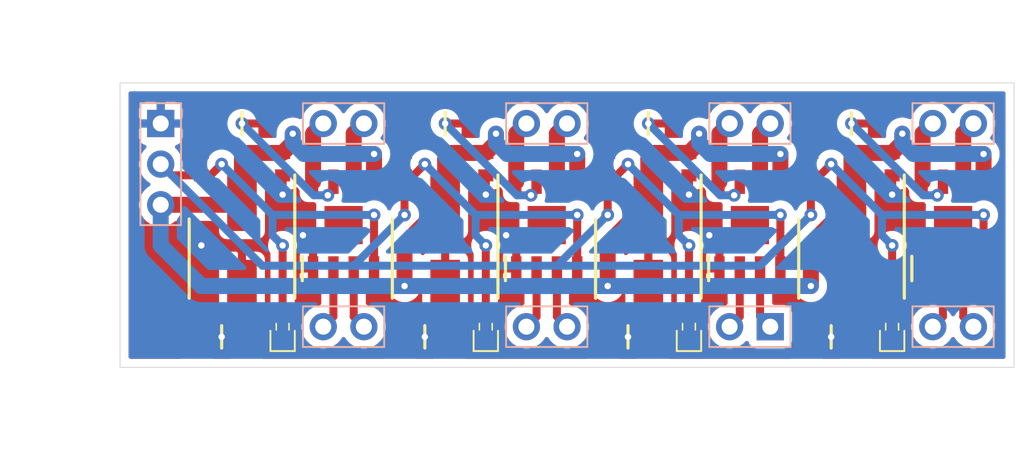
<source format=kicad_pcb>
(kicad_pcb (version 20171130) (host pcbnew "(5.1.8)-1")

  (general
    (thickness 1.6)
    (drawings 54)
    (tracks 208)
    (zones 0)
    (modules 37)
    (nets 28)
  )

  (page A4)
  (layers
    (0 F.Cu signal)
    (31 B.Cu signal)
    (32 B.Adhes user)
    (33 F.Adhes user)
    (34 B.Paste user)
    (35 F.Paste user)
    (36 B.SilkS user)
    (37 F.SilkS user)
    (38 B.Mask user)
    (39 F.Mask user)
    (40 Dwgs.User user)
    (41 Cmts.User user)
    (42 Eco1.User user)
    (43 Eco2.User user)
    (44 Edge.Cuts user)
    (45 Margin user)
    (46 B.CrtYd user)
    (47 F.CrtYd user)
    (48 B.Fab user)
    (49 F.Fab user)
  )

  (setup
    (last_trace_width 0.25)
    (user_trace_width 0.5)
    (user_trace_width 1)
    (trace_clearance 0.2)
    (zone_clearance 0.508)
    (zone_45_only no)
    (trace_min 0.1524)
    (via_size 0.8)
    (via_drill 0.4)
    (via_min_size 0.6)
    (via_min_drill 0.3)
    (uvia_size 0.3)
    (uvia_drill 0.1)
    (uvias_allowed no)
    (uvia_min_size 0.2)
    (uvia_min_drill 0.1)
    (edge_width 0.05)
    (segment_width 0.2)
    (pcb_text_width 0.3)
    (pcb_text_size 1.5 1.5)
    (mod_edge_width 0.12)
    (mod_text_size 1 1)
    (mod_text_width 0.15)
    (pad_size 1.7 1.7)
    (pad_drill 1)
    (pad_to_mask_clearance 0)
    (aux_axis_origin 88.9 142.24)
    (grid_origin 88.9 142.24)
    (visible_elements 7FFFFFFF)
    (pcbplotparams
      (layerselection 0x010f0_ffffffff)
      (usegerberextensions true)
      (usegerberattributes true)
      (usegerberadvancedattributes true)
      (creategerberjobfile false)
      (excludeedgelayer true)
      (linewidth 0.100000)
      (plotframeref false)
      (viasonmask false)
      (mode 1)
      (useauxorigin true)
      (hpglpennumber 1)
      (hpglpenspeed 20)
      (hpglpendiameter 15.000000)
      (psnegative false)
      (psa4output false)
      (plotreference true)
      (plotvalue true)
      (plotinvisibletext false)
      (padsonsilk false)
      (subtractmaskfromsilk true)
      (outputformat 1)
      (mirror false)
      (drillshape 0)
      (scaleselection 1)
      (outputdirectory "C:/Users/Mitsuyoshi Sugaya/Desktop/aegis/gerber/"))
  )

  (net 0 "")
  (net 1 "Net-(C1-Pad1)")
  (net 2 "Net-(C1-Pad2)")
  (net 3 "Net-(D1-Pad1)")
  (net 4 "Net-(D2-Pad1)")
  (net 5 "Net-(D3-Pad1)")
  (net 6 "Net-(D4-Pad1)")
  (net 7 "Net-(J2-Pad1)")
  (net 8 "Net-(J2-Pad2)")
  (net 9 "Net-(J3-Pad2)")
  (net 10 "Net-(J3-Pad1)")
  (net 11 "Net-(J4-Pad1)")
  (net 12 "Net-(J4-Pad2)")
  (net 13 "Net-(J5-Pad2)")
  (net 14 "Net-(J5-Pad1)")
  (net 15 "Net-(J6-Pad1)")
  (net 16 "Net-(J6-Pad2)")
  (net 17 "Net-(J7-Pad2)")
  (net 18 "Net-(J7-Pad1)")
  (net 19 "Net-(J8-Pad1)")
  (net 20 "Net-(J8-Pad2)")
  (net 21 "Net-(J9-Pad2)")
  (net 22 "Net-(J9-Pad1)")
  (net 23 "Net-(R5-Pad2)")
  (net 24 "Net-(R6-Pad2)")
  (net 25 "Net-(R7-Pad2)")
  (net 26 "Net-(R8-Pad2)")
  (net 27 "Net-(C10-Pad1)")

  (net_class Default "This is the default net class."
    (clearance 0.2)
    (trace_width 0.25)
    (via_dia 0.8)
    (via_drill 0.4)
    (uvia_dia 0.3)
    (uvia_drill 0.1)
    (add_net "Net-(C1-Pad1)")
    (add_net "Net-(C1-Pad2)")
    (add_net "Net-(C10-Pad1)")
    (add_net "Net-(D1-Pad1)")
    (add_net "Net-(D2-Pad1)")
    (add_net "Net-(D3-Pad1)")
    (add_net "Net-(D4-Pad1)")
    (add_net "Net-(J2-Pad1)")
    (add_net "Net-(J2-Pad2)")
    (add_net "Net-(J3-Pad1)")
    (add_net "Net-(J3-Pad2)")
    (add_net "Net-(J4-Pad1)")
    (add_net "Net-(J4-Pad2)")
    (add_net "Net-(J5-Pad1)")
    (add_net "Net-(J5-Pad2)")
    (add_net "Net-(J6-Pad1)")
    (add_net "Net-(J6-Pad2)")
    (add_net "Net-(J7-Pad1)")
    (add_net "Net-(J7-Pad2)")
    (add_net "Net-(J8-Pad1)")
    (add_net "Net-(J8-Pad2)")
    (add_net "Net-(J9-Pad1)")
    (add_net "Net-(J9-Pad2)")
    (add_net "Net-(R5-Pad2)")
    (add_net "Net-(R6-Pad2)")
    (add_net "Net-(R7-Pad2)")
    (add_net "Net-(R8-Pad2)")
  )

  (module Connector_PinHeader_2.54mm:PinHeader_1x03_P2.54mm_Vertical (layer B.Cu) (tedit 6040B0AD) (tstamp 5FFFFD92)
    (at 91.44 127 180)
    (descr "Through hole straight pin header, 1x03, 2.54mm pitch, single row")
    (tags "Through hole pin header THT 1x03 2.54mm single row")
    (path /600030AC)
    (fp_text reference J1 (at 0 2.33) (layer Cmts.User)
      (effects (font (size 1 1) (thickness 0.15)))
    )
    (fp_text value Conn_01x03_Female (at 0 -7.41) (layer B.Fab)
      (effects (font (size 1 1) (thickness 0.15)) (justify mirror))
    )
    (fp_line (start -0.635 1.27) (end 1.27 1.27) (layer B.Fab) (width 0.1))
    (fp_line (start 1.27 1.27) (end 1.27 -6.35) (layer B.Fab) (width 0.1))
    (fp_line (start 1.27 -6.35) (end -1.27 -6.35) (layer B.Fab) (width 0.1))
    (fp_line (start -1.27 -6.35) (end -1.27 0.635) (layer B.Fab) (width 0.1))
    (fp_line (start -1.27 0.635) (end -0.635 1.27) (layer B.Fab) (width 0.1))
    (fp_line (start -1.8 1.8) (end -1.8 -6.85) (layer B.CrtYd) (width 0.05))
    (fp_line (start -1.8 -6.85) (end 1.8 -6.85) (layer B.CrtYd) (width 0.05))
    (fp_line (start 1.8 -6.85) (end 1.8 1.8) (layer B.CrtYd) (width 0.05))
    (fp_line (start 1.8 1.8) (end -1.8 1.8) (layer B.CrtYd) (width 0.05))
    (fp_text user %R (at 0 -2.54 270) (layer B.Fab)
      (effects (font (size 1 1) (thickness 0.15)) (justify mirror))
    )
    (pad 1 thru_hole rect (at 0 0 180) (size 1.7 1.7) (drill 1) (layers *.Cu *.Mask)
      (net 2 "Net-(C1-Pad2)"))
    (pad 2 thru_hole oval (at 0 -2.54 180) (size 1.7 1.7) (drill 1) (layers *.Cu *.Mask)
      (net 1 "Net-(C1-Pad1)"))
    (pad 3 thru_hole oval (at 0 -5.08 180) (size 1.7 1.7) (drill 1) (layers *.Cu *.Mask)
      (net 27 "Net-(C10-Pad1)"))
    (model ${KISYS3DMOD}/Connector_PinHeader_2.54mm.3dshapes/PinHeader_1x03_P2.54mm_Vertical.wrl
      (at (xyz 0 0 0))
      (scale (xyz 1 1 1))
      (rotate (xyz 0 0 0))
    )
  )

  (module Connector_PinHeader_2.54mm:PinHeader_1x02_P2.54mm_Vertical (layer B.Cu) (tedit 6040B0BA) (tstamp 5FEB9CBB)
    (at 104.14 139.7 90)
    (descr "Through hole straight pin header, 1x02, 2.54mm pitch, single row")
    (tags "Through hole pin header THT 1x02 2.54mm single row")
    (path /5FECFB50)
    (fp_text reference J2 (at 0 2.33 270) (layer Cmts.User)
      (effects (font (size 1 1) (thickness 0.15)))
    )
    (fp_text value Conn_01x02_Female (at 0 -4.87 270) (layer B.Fab)
      (effects (font (size 1 1) (thickness 0.15)) (justify mirror))
    )
    (fp_line (start 1.8 1.8) (end -1.8 1.8) (layer B.CrtYd) (width 0.05))
    (fp_line (start 1.8 -4.35) (end 1.8 1.8) (layer B.CrtYd) (width 0.05))
    (fp_line (start -1.8 -4.35) (end 1.8 -4.35) (layer B.CrtYd) (width 0.05))
    (fp_line (start -1.8 1.8) (end -1.8 -4.35) (layer B.CrtYd) (width 0.05))
    (fp_line (start -1.27 0.635) (end -0.635 1.27) (layer B.Fab) (width 0.1))
    (fp_line (start -1.27 -3.81) (end -1.27 0.635) (layer B.Fab) (width 0.1))
    (fp_line (start 1.27 -3.81) (end -1.27 -3.81) (layer B.Fab) (width 0.1))
    (fp_line (start 1.27 1.27) (end 1.27 -3.81) (layer B.Fab) (width 0.1))
    (fp_line (start -0.635 1.27) (end 1.27 1.27) (layer B.Fab) (width 0.1))
    (fp_text user %R (at 0 -1.27 180) (layer B.Fab)
      (effects (font (size 1 1) (thickness 0.15)) (justify mirror))
    )
    (pad 1 thru_hole circle (at 0 0 90) (size 1.7 1.7) (drill 1) (layers *.Cu *.Mask)
      (net 7 "Net-(J2-Pad1)"))
    (pad 2 thru_hole oval (at 0 -2.54 90) (size 1.7 1.7) (drill 1) (layers *.Cu *.Mask)
      (net 8 "Net-(J2-Pad2)"))
    (model ${KISYS3DMOD}/Connector_PinHeader_2.54mm.3dshapes/PinHeader_1x02_P2.54mm_Vertical.wrl
      (at (xyz 0 0 0))
      (scale (xyz 1 1 1))
      (rotate (xyz 0 0 0))
    )
  )

  (module Connector_PinHeader_2.54mm:PinHeader_1x02_P2.54mm_Vertical (layer B.Cu) (tedit 6040B0BE) (tstamp 5FEB9CD1)
    (at 116.84 139.7 90)
    (descr "Through hole straight pin header, 1x02, 2.54mm pitch, single row")
    (tags "Through hole pin header THT 1x02 2.54mm single row")
    (path /5FED5C44)
    (fp_text reference J3 (at 0 2.33 -90) (layer Cmts.User)
      (effects (font (size 1 1) (thickness 0.15)))
    )
    (fp_text value Conn_01x02_Female (at 0 -4.87 -90) (layer B.Fab)
      (effects (font (size 1 1) (thickness 0.15)) (justify mirror))
    )
    (fp_line (start -0.635 1.27) (end 1.27 1.27) (layer B.Fab) (width 0.1))
    (fp_line (start 1.27 1.27) (end 1.27 -3.81) (layer B.Fab) (width 0.1))
    (fp_line (start 1.27 -3.81) (end -1.27 -3.81) (layer B.Fab) (width 0.1))
    (fp_line (start -1.27 -3.81) (end -1.27 0.635) (layer B.Fab) (width 0.1))
    (fp_line (start -1.27 0.635) (end -0.635 1.27) (layer B.Fab) (width 0.1))
    (fp_line (start -1.8 1.8) (end -1.8 -4.35) (layer B.CrtYd) (width 0.05))
    (fp_line (start -1.8 -4.35) (end 1.8 -4.35) (layer B.CrtYd) (width 0.05))
    (fp_line (start 1.8 -4.35) (end 1.8 1.8) (layer B.CrtYd) (width 0.05))
    (fp_line (start 1.8 1.8) (end -1.8 1.8) (layer B.CrtYd) (width 0.05))
    (fp_text user %R (at 0 -1.27 180) (layer B.Fab)
      (effects (font (size 1 1) (thickness 0.15)) (justify mirror))
    )
    (pad 2 thru_hole oval (at 0 -2.54 90) (size 1.7 1.7) (drill 1) (layers *.Cu *.Mask)
      (net 9 "Net-(J3-Pad2)"))
    (pad 1 thru_hole circle (at 0 0 90) (size 1.7 1.7) (drill 1) (layers *.Cu *.Mask)
      (net 10 "Net-(J3-Pad1)"))
    (model ${KISYS3DMOD}/Connector_PinHeader_2.54mm.3dshapes/PinHeader_1x02_P2.54mm_Vertical.wrl
      (at (xyz 0 0 0))
      (scale (xyz 1 1 1))
      (rotate (xyz 0 0 0))
    )
  )

  (module Connector_PinHeader_2.54mm:PinHeader_1x02_P2.54mm_Vertical (layer B.Cu) (tedit 6040B080) (tstamp 5FEB9CE7)
    (at 129.54 139.7 90)
    (descr "Through hole straight pin header, 1x02, 2.54mm pitch, single row")
    (tags "Through hole pin header THT 1x02 2.54mm single row")
    (path /5FEDA61B)
    (fp_text reference J4 (at 0 2.33 -90) (layer Cmts.User)
      (effects (font (size 1 1) (thickness 0.15)))
    )
    (fp_text value Conn_01x02_Female (at 0 -4.87 -90) (layer B.Fab)
      (effects (font (size 1 1) (thickness 0.15)) (justify mirror))
    )
    (fp_line (start 1.8 1.8) (end -1.8 1.8) (layer B.CrtYd) (width 0.05))
    (fp_line (start 1.8 -4.35) (end 1.8 1.8) (layer B.CrtYd) (width 0.05))
    (fp_line (start -1.8 -4.35) (end 1.8 -4.35) (layer B.CrtYd) (width 0.05))
    (fp_line (start -1.8 1.8) (end -1.8 -4.35) (layer B.CrtYd) (width 0.05))
    (fp_line (start -1.27 0.635) (end -0.635 1.27) (layer B.Fab) (width 0.1))
    (fp_line (start -1.27 -3.81) (end -1.27 0.635) (layer B.Fab) (width 0.1))
    (fp_line (start 1.27 -3.81) (end -1.27 -3.81) (layer B.Fab) (width 0.1))
    (fp_line (start 1.27 1.27) (end 1.27 -3.81) (layer B.Fab) (width 0.1))
    (fp_line (start -0.635 1.27) (end 1.27 1.27) (layer B.Fab) (width 0.1))
    (fp_text user %R (at 0 -1.27 180) (layer B.Fab)
      (effects (font (size 1 1) (thickness 0.15)) (justify mirror))
    )
    (pad 1 thru_hole rect (at 0 0 90) (size 1.7 1.7) (drill 1) (layers *.Cu *.Mask)
      (net 11 "Net-(J4-Pad1)"))
    (pad 2 thru_hole oval (at 0 -2.54 90) (size 1.7 1.7) (drill 1) (layers *.Cu *.Mask)
      (net 12 "Net-(J4-Pad2)"))
    (model ${KISYS3DMOD}/Connector_PinHeader_2.54mm.3dshapes/PinHeader_1x02_P2.54mm_Vertical.wrl
      (at (xyz 0 0 0))
      (scale (xyz 1 1 1))
      (rotate (xyz 0 0 0))
    )
  )

  (module Connector_PinHeader_2.54mm:PinHeader_1x02_P2.54mm_Vertical (layer B.Cu) (tedit 6040B0D5) (tstamp 5FEB9CFD)
    (at 142.24 139.7 90)
    (descr "Through hole straight pin header, 1x02, 2.54mm pitch, single row")
    (tags "Through hole pin header THT 1x02 2.54mm single row")
    (path /5FEDF189)
    (fp_text reference J5 (at 0 2.33 -90) (layer Cmts.User)
      (effects (font (size 1 1) (thickness 0.15)))
    )
    (fp_text value Conn_01x02_Female (at 0 -4.87 -90) (layer B.Fab)
      (effects (font (size 1 1) (thickness 0.15)) (justify mirror))
    )
    (fp_line (start -0.635 1.27) (end 1.27 1.27) (layer B.Fab) (width 0.1))
    (fp_line (start 1.27 1.27) (end 1.27 -3.81) (layer B.Fab) (width 0.1))
    (fp_line (start 1.27 -3.81) (end -1.27 -3.81) (layer B.Fab) (width 0.1))
    (fp_line (start -1.27 -3.81) (end -1.27 0.635) (layer B.Fab) (width 0.1))
    (fp_line (start -1.27 0.635) (end -0.635 1.27) (layer B.Fab) (width 0.1))
    (fp_line (start -1.8 1.8) (end -1.8 -4.35) (layer B.CrtYd) (width 0.05))
    (fp_line (start -1.8 -4.35) (end 1.8 -4.35) (layer B.CrtYd) (width 0.05))
    (fp_line (start 1.8 -4.35) (end 1.8 1.8) (layer B.CrtYd) (width 0.05))
    (fp_line (start 1.8 1.8) (end -1.8 1.8) (layer B.CrtYd) (width 0.05))
    (fp_text user %R (at 0 -1.27 180) (layer B.Fab)
      (effects (font (size 1 1) (thickness 0.15)) (justify mirror))
    )
    (pad 2 thru_hole oval (at 0 -2.54 90) (size 1.7 1.7) (drill 1) (layers *.Cu *.Mask)
      (net 13 "Net-(J5-Pad2)"))
    (pad 1 thru_hole circle (at 0 0 90) (size 1.7 1.7) (drill 1) (layers *.Cu *.Mask)
      (net 14 "Net-(J5-Pad1)"))
    (model ${KISYS3DMOD}/Connector_PinHeader_2.54mm.3dshapes/PinHeader_1x02_P2.54mm_Vertical.wrl
      (at (xyz 0 0 0))
      (scale (xyz 1 1 1))
      (rotate (xyz 0 0 0))
    )
  )

  (module Connector_PinHeader_2.54mm:PinHeader_1x02_P2.54mm_Vertical (layer B.Cu) (tedit 6040B0CF) (tstamp 5FEB9D55)
    (at 139.7 127 270)
    (descr "Through hole straight pin header, 1x02, 2.54mm pitch, single row")
    (tags "Through hole pin header THT 1x02 2.54mm single row")
    (path /5FECA5B5)
    (fp_text reference J9 (at 0 2.33 90) (layer Cmts.User)
      (effects (font (size 1 1) (thickness 0.15)))
    )
    (fp_text value Conn_01x02_Female (at 0 -4.87 90) (layer B.Fab)
      (effects (font (size 1 1) (thickness 0.15)) (justify mirror))
    )
    (fp_line (start -0.635 1.27) (end 1.27 1.27) (layer B.Fab) (width 0.1))
    (fp_line (start 1.27 1.27) (end 1.27 -3.81) (layer B.Fab) (width 0.1))
    (fp_line (start 1.27 -3.81) (end -1.27 -3.81) (layer B.Fab) (width 0.1))
    (fp_line (start -1.27 -3.81) (end -1.27 0.635) (layer B.Fab) (width 0.1))
    (fp_line (start -1.27 0.635) (end -0.635 1.27) (layer B.Fab) (width 0.1))
    (fp_line (start -1.8 1.8) (end -1.8 -4.35) (layer B.CrtYd) (width 0.05))
    (fp_line (start -1.8 -4.35) (end 1.8 -4.35) (layer B.CrtYd) (width 0.05))
    (fp_line (start 1.8 -4.35) (end 1.8 1.8) (layer B.CrtYd) (width 0.05))
    (fp_line (start 1.8 1.8) (end -1.8 1.8) (layer B.CrtYd) (width 0.05))
    (fp_text user %R (at 0 -1.27) (layer B.Fab)
      (effects (font (size 1 1) (thickness 0.15)) (justify mirror))
    )
    (pad 2 thru_hole oval (at 0 -2.54 270) (size 1.7 1.7) (drill 1) (layers *.Cu *.Mask)
      (net 21 "Net-(J9-Pad2)"))
    (pad 1 thru_hole circle (at 0 0 270) (size 1.7 1.7) (drill 1) (layers *.Cu *.Mask)
      (net 22 "Net-(J9-Pad1)"))
    (model ${KISYS3DMOD}/Connector_PinHeader_2.54mm.3dshapes/PinHeader_1x02_P2.54mm_Vertical.wrl
      (at (xyz 0 0 0))
      (scale (xyz 1 1 1))
      (rotate (xyz 0 0 0))
    )
  )

  (module Connector_PinHeader_2.54mm:PinHeader_1x02_P2.54mm_Vertical (layer B.Cu) (tedit 6040B0C7) (tstamp 5FEB9D3F)
    (at 127 127 270)
    (descr "Through hole straight pin header, 1x02, 2.54mm pitch, single row")
    (tags "Through hole pin header THT 1x02 2.54mm single row")
    (path /5FEC5A76)
    (fp_text reference J8 (at 0 2.33 90) (layer Cmts.User)
      (effects (font (size 1 1) (thickness 0.15)))
    )
    (fp_text value Conn_01x02_Female (at 0 -4.87 90) (layer B.Fab)
      (effects (font (size 1 1) (thickness 0.15)) (justify mirror))
    )
    (fp_line (start 1.8 1.8) (end -1.8 1.8) (layer B.CrtYd) (width 0.05))
    (fp_line (start 1.8 -4.35) (end 1.8 1.8) (layer B.CrtYd) (width 0.05))
    (fp_line (start -1.8 -4.35) (end 1.8 -4.35) (layer B.CrtYd) (width 0.05))
    (fp_line (start -1.8 1.8) (end -1.8 -4.35) (layer B.CrtYd) (width 0.05))
    (fp_line (start -1.27 0.635) (end -0.635 1.27) (layer B.Fab) (width 0.1))
    (fp_line (start -1.27 -3.81) (end -1.27 0.635) (layer B.Fab) (width 0.1))
    (fp_line (start 1.27 -3.81) (end -1.27 -3.81) (layer B.Fab) (width 0.1))
    (fp_line (start 1.27 1.27) (end 1.27 -3.81) (layer B.Fab) (width 0.1))
    (fp_line (start -0.635 1.27) (end 1.27 1.27) (layer B.Fab) (width 0.1))
    (fp_text user %R (at 0 -1.27) (layer B.Fab)
      (effects (font (size 1 1) (thickness 0.15)) (justify mirror))
    )
    (pad 1 thru_hole circle (at 0 0 270) (size 1.7 1.7) (drill 1) (layers *.Cu *.Mask)
      (net 19 "Net-(J8-Pad1)"))
    (pad 2 thru_hole oval (at 0 -2.54 270) (size 1.7 1.7) (drill 1) (layers *.Cu *.Mask)
      (net 20 "Net-(J8-Pad2)"))
    (model ${KISYS3DMOD}/Connector_PinHeader_2.54mm.3dshapes/PinHeader_1x02_P2.54mm_Vertical.wrl
      (at (xyz 0 0 0))
      (scale (xyz 1 1 1))
      (rotate (xyz 0 0 0))
    )
  )

  (module Connector_PinHeader_2.54mm:PinHeader_1x02_P2.54mm_Vertical (layer B.Cu) (tedit 6040B0C3) (tstamp 5FEB9D29)
    (at 114.3 127 270)
    (descr "Through hole straight pin header, 1x02, 2.54mm pitch, single row")
    (tags "Through hole pin header THT 1x02 2.54mm single row")
    (path /5FEC1104)
    (fp_text reference J7 (at 0 2.33 90) (layer Cmts.User)
      (effects (font (size 1 1) (thickness 0.15)))
    )
    (fp_text value Conn_01x02_Female (at 0 -4.87 90) (layer B.Fab)
      (effects (font (size 1 1) (thickness 0.15)) (justify mirror))
    )
    (fp_line (start -0.635 1.27) (end 1.27 1.27) (layer B.Fab) (width 0.1))
    (fp_line (start 1.27 1.27) (end 1.27 -3.81) (layer B.Fab) (width 0.1))
    (fp_line (start 1.27 -3.81) (end -1.27 -3.81) (layer B.Fab) (width 0.1))
    (fp_line (start -1.27 -3.81) (end -1.27 0.635) (layer B.Fab) (width 0.1))
    (fp_line (start -1.27 0.635) (end -0.635 1.27) (layer B.Fab) (width 0.1))
    (fp_line (start -1.8 1.8) (end -1.8 -4.35) (layer B.CrtYd) (width 0.05))
    (fp_line (start -1.8 -4.35) (end 1.8 -4.35) (layer B.CrtYd) (width 0.05))
    (fp_line (start 1.8 -4.35) (end 1.8 1.8) (layer B.CrtYd) (width 0.05))
    (fp_line (start 1.8 1.8) (end -1.8 1.8) (layer B.CrtYd) (width 0.05))
    (fp_text user %R (at 0 -1.27 270) (layer B.Fab)
      (effects (font (size 1 1) (thickness 0.15)) (justify mirror))
    )
    (pad 2 thru_hole oval (at 0 -2.54 270) (size 1.7 1.7) (drill 1) (layers *.Cu *.Mask)
      (net 17 "Net-(J7-Pad2)"))
    (pad 1 thru_hole circle (at 0 0 270) (size 1.7 1.7) (drill 1) (layers *.Cu *.Mask)
      (net 18 "Net-(J7-Pad1)"))
    (model ${KISYS3DMOD}/Connector_PinHeader_2.54mm.3dshapes/PinHeader_1x02_P2.54mm_Vertical.wrl
      (at (xyz 0 0 0))
      (scale (xyz 1 1 1))
      (rotate (xyz 0 0 0))
    )
  )

  (module Connector_PinHeader_2.54mm:PinHeader_1x02_P2.54mm_Vertical (layer B.Cu) (tedit 6040B0B5) (tstamp 5FFABA6B)
    (at 101.6 127 270)
    (descr "Through hole straight pin header, 1x02, 2.54mm pitch, single row")
    (tags "Through hole pin header THT 1x02 2.54mm single row")
    (path /5FEC06AA)
    (fp_text reference J6 (at 0 2.33 90) (layer Cmts.User)
      (effects (font (size 1 1) (thickness 0.15)))
    )
    (fp_text value Conn_01x02_Female (at 0 -4.87 90) (layer B.Fab)
      (effects (font (size 1 1) (thickness 0.15)) (justify mirror))
    )
    (fp_line (start 1.8 1.8) (end -1.8 1.8) (layer B.CrtYd) (width 0.05))
    (fp_line (start 1.8 -4.35) (end 1.8 1.8) (layer B.CrtYd) (width 0.05))
    (fp_line (start -1.8 -4.35) (end 1.8 -4.35) (layer B.CrtYd) (width 0.05))
    (fp_line (start -1.8 1.8) (end -1.8 -4.35) (layer B.CrtYd) (width 0.05))
    (fp_line (start -1.27 0.635) (end -0.635 1.27) (layer B.Fab) (width 0.1))
    (fp_line (start -1.27 -3.81) (end -1.27 0.635) (layer B.Fab) (width 0.1))
    (fp_line (start 1.27 -3.81) (end -1.27 -3.81) (layer B.Fab) (width 0.1))
    (fp_line (start 1.27 1.27) (end 1.27 -3.81) (layer B.Fab) (width 0.1))
    (fp_line (start -0.635 1.27) (end 1.27 1.27) (layer B.Fab) (width 0.1))
    (fp_text user %R (at 0 -1.27) (layer B.Fab)
      (effects (font (size 1 1) (thickness 0.15)) (justify mirror))
    )
    (pad 1 thru_hole circle (at 0 0 270) (size 1.7 1.7) (drill 1) (layers *.Cu *.Mask)
      (net 15 "Net-(J6-Pad1)"))
    (pad 2 thru_hole oval (at 0 -2.54 270) (size 1.7 1.7) (drill 1) (layers *.Cu *.Mask)
      (net 16 "Net-(J6-Pad2)"))
    (model ${KISYS3DMOD}/Connector_PinHeader_2.54mm.3dshapes/PinHeader_1x02_P2.54mm_Vertical.wrl
      (at (xyz 0 0 0))
      (scale (xyz 1 1 1))
      (rotate (xyz 0 0 0))
    )
  )

  (module SamacSys_Parts:CAPC1608X90N (layer F.Cu) (tedit 0) (tstamp 5FEB9B96)
    (at 93.98 129.54 90)
    (descr "GRM18_0.10 L=1.6mm W=0.8mm T=0.8mm")
    (tags Capacitor)
    (path /5FE4A077)
    (attr smd)
    (fp_text reference C1 (at 0 0 270) (layer Cmts.User)
      (effects (font (size 1.27 1.27) (thickness 0.254)))
    )
    (fp_text value 0.1u (at 0 0 270) (layer F.SilkS) hide
      (effects (font (size 1.27 1.27) (thickness 0.254)))
    )
    (fp_line (start -0.8 0.4) (end -0.8 -0.4) (layer F.Fab) (width 0.1))
    (fp_line (start 0.8 0.4) (end -0.8 0.4) (layer F.Fab) (width 0.1))
    (fp_line (start 0.8 -0.4) (end 0.8 0.4) (layer F.Fab) (width 0.1))
    (fp_line (start -0.8 -0.4) (end 0.8 -0.4) (layer F.Fab) (width 0.1))
    (fp_line (start -1.225 0.62) (end -1.225 -0.62) (layer F.CrtYd) (width 0.05))
    (fp_line (start 1.225 0.62) (end -1.225 0.62) (layer F.CrtYd) (width 0.05))
    (fp_line (start 1.225 -0.62) (end 1.225 0.62) (layer F.CrtYd) (width 0.05))
    (fp_line (start -1.225 -0.62) (end 1.225 -0.62) (layer F.CrtYd) (width 0.05))
    (fp_text user %R (at 0 0 270) (layer F.Fab)
      (effects (font (size 1.27 1.27) (thickness 0.254)))
    )
    (pad 1 smd rect (at -0.7 0 90) (size 0.75 0.94) (layers F.Cu F.Paste F.Mask)
      (net 1 "Net-(C1-Pad1)"))
    (pad 2 smd rect (at 0.7 0 90) (size 0.75 0.94) (layers F.Cu F.Paste F.Mask)
      (net 2 "Net-(C1-Pad2)"))
    (model "C:\\Users\\Mitsuyoshi Sugaya\\Documents\\kicad\\SamacSys_Parts.3dshapes\\GRM188F11H104ZA01C.stp"
      (at (xyz 0 0 0))
      (scale (xyz 1 1 1))
      (rotate (xyz 0 0 0))
    )
  )

  (module SamacSys_Parts:CAPC1608X90N (layer F.Cu) (tedit 0) (tstamp 5FEB9BA5)
    (at 106.68 129.54 90)
    (descr "GRM18_0.10 L=1.6mm W=0.8mm T=0.8mm")
    (tags Capacitor)
    (path /5FE44C66)
    (attr smd)
    (fp_text reference C2 (at 0 0 90) (layer Cmts.User)
      (effects (font (size 1.27 1.27) (thickness 0.254)))
    )
    (fp_text value 0.1u (at 0 0 90) (layer F.SilkS) hide
      (effects (font (size 1.27 1.27) (thickness 0.254)))
    )
    (fp_line (start -0.8 0.4) (end -0.8 -0.4) (layer F.Fab) (width 0.1))
    (fp_line (start 0.8 0.4) (end -0.8 0.4) (layer F.Fab) (width 0.1))
    (fp_line (start 0.8 -0.4) (end 0.8 0.4) (layer F.Fab) (width 0.1))
    (fp_line (start -0.8 -0.4) (end 0.8 -0.4) (layer F.Fab) (width 0.1))
    (fp_line (start -1.225 0.62) (end -1.225 -0.62) (layer F.CrtYd) (width 0.05))
    (fp_line (start 1.225 0.62) (end -1.225 0.62) (layer F.CrtYd) (width 0.05))
    (fp_line (start 1.225 -0.62) (end 1.225 0.62) (layer F.CrtYd) (width 0.05))
    (fp_line (start -1.225 -0.62) (end 1.225 -0.62) (layer F.CrtYd) (width 0.05))
    (fp_text user %R (at 0 0 90) (layer F.Fab)
      (effects (font (size 1.27 1.27) (thickness 0.254)))
    )
    (pad 1 smd rect (at -0.7 0 90) (size 0.75 0.94) (layers F.Cu F.Paste F.Mask)
      (net 1 "Net-(C1-Pad1)"))
    (pad 2 smd rect (at 0.7 0 90) (size 0.75 0.94) (layers F.Cu F.Paste F.Mask)
      (net 2 "Net-(C1-Pad2)"))
    (model "C:\\Users\\Mitsuyoshi Sugaya\\Documents\\kicad\\SamacSys_Parts.3dshapes\\GRM188F11H104ZA01C.stp"
      (at (xyz 0 0 0))
      (scale (xyz 1 1 1))
      (rotate (xyz 0 0 0))
    )
  )

  (module SamacSys_Parts:CAPC1608X90N (layer F.Cu) (tedit 0) (tstamp 5FEB9BB4)
    (at 119.38 129.54 90)
    (descr "GRM18_0.10 L=1.6mm W=0.8mm T=0.8mm")
    (tags Capacitor)
    (path /5FE3FC1F)
    (attr smd)
    (fp_text reference C3 (at 0 0 90) (layer Cmts.User)
      (effects (font (size 1.27 1.27) (thickness 0.254)))
    )
    (fp_text value 0.1u (at 0 0 90) (layer F.SilkS) hide
      (effects (font (size 1.27 1.27) (thickness 0.254)))
    )
    (fp_line (start -0.8 0.4) (end -0.8 -0.4) (layer F.Fab) (width 0.1))
    (fp_line (start 0.8 0.4) (end -0.8 0.4) (layer F.Fab) (width 0.1))
    (fp_line (start 0.8 -0.4) (end 0.8 0.4) (layer F.Fab) (width 0.1))
    (fp_line (start -0.8 -0.4) (end 0.8 -0.4) (layer F.Fab) (width 0.1))
    (fp_line (start -1.225 0.62) (end -1.225 -0.62) (layer F.CrtYd) (width 0.05))
    (fp_line (start 1.225 0.62) (end -1.225 0.62) (layer F.CrtYd) (width 0.05))
    (fp_line (start 1.225 -0.62) (end 1.225 0.62) (layer F.CrtYd) (width 0.05))
    (fp_line (start -1.225 -0.62) (end 1.225 -0.62) (layer F.CrtYd) (width 0.05))
    (fp_text user %R (at 0 0 90) (layer F.Fab)
      (effects (font (size 1.27 1.27) (thickness 0.254)))
    )
    (pad 1 smd rect (at -0.7 0 90) (size 0.75 0.94) (layers F.Cu F.Paste F.Mask)
      (net 1 "Net-(C1-Pad1)"))
    (pad 2 smd rect (at 0.7 0 90) (size 0.75 0.94) (layers F.Cu F.Paste F.Mask)
      (net 2 "Net-(C1-Pad2)"))
    (model "C:\\Users\\Mitsuyoshi Sugaya\\Documents\\kicad\\SamacSys_Parts.3dshapes\\GRM188F11H104ZA01C.stp"
      (at (xyz 0 0 0))
      (scale (xyz 1 1 1))
      (rotate (xyz 0 0 0))
    )
  )

  (module SamacSys_Parts:CAPC1608X90N (layer F.Cu) (tedit 601664B8) (tstamp 5FEB9BC3)
    (at 132.08 129.54 90)
    (descr "GRM18_0.10 L=1.6mm W=0.8mm T=0.8mm")
    (tags Capacitor)
    (path /5FE2D95C)
    (attr smd)
    (fp_text reference C4 (at 0 0 90) (layer Cmts.User)
      (effects (font (size 1.27 1.27) (thickness 0.254)))
    )
    (fp_text value 0.1u (at 0 0 90) (layer F.SilkS) hide
      (effects (font (size 1.27 1.27) (thickness 0.254)))
    )
    (fp_line (start -1.225 -0.62) (end 1.225 -0.62) (layer F.CrtYd) (width 0.05))
    (fp_line (start 1.225 -0.62) (end 1.225 0.62) (layer F.CrtYd) (width 0.05))
    (fp_line (start 1.225 0.62) (end -1.225 0.62) (layer F.CrtYd) (width 0.05))
    (fp_line (start -1.225 0.62) (end -1.225 -0.62) (layer F.CrtYd) (width 0.05))
    (fp_line (start -0.8 -0.4) (end 0.8 -0.4) (layer F.Fab) (width 0.1))
    (fp_line (start 0.8 -0.4) (end 0.8 0.4) (layer F.Fab) (width 0.1))
    (fp_line (start 0.8 0.4) (end -0.8 0.4) (layer F.Fab) (width 0.1))
    (fp_line (start -0.8 0.4) (end -0.8 -0.4) (layer F.Fab) (width 0.1))
    (fp_text user %R (at 0 0 90) (layer F.Fab)
      (effects (font (size 1.27 1.27) (thickness 0.254)))
    )
    (pad 2 smd rect (at 0.7 0 90) (size 0.75 0.94) (layers F.Cu F.Paste F.Mask)
      (net 2 "Net-(C1-Pad2)"))
    (pad 1 smd rect (at -0.7 0 90) (size 0.75 0.94) (layers F.Cu F.Paste F.Mask)
      (net 1 "Net-(C1-Pad1)"))
    (model "C:\\Users\\Mitsuyoshi Sugaya\\Documents\\kicad\\SamacSys_Parts.3dshapes\\GRM188F11H104ZA01C.stp"
      (at (xyz 0 0 0))
      (scale (xyz 1 1 1))
      (rotate (xyz 0 0 0))
    )
  )

  (module SamacSys_Parts:CAPC1608X90N (layer F.Cu) (tedit 0) (tstamp 5FEB9BD2)
    (at 99.06 129.54 270)
    (descr "GRM18_0.10 L=1.6mm W=0.8mm T=0.8mm")
    (tags Capacitor)
    (path /5FE4A07D)
    (attr smd)
    (fp_text reference C5 (at 0 0 90) (layer Cmts.User)
      (effects (font (size 1.27 1.27) (thickness 0.254)))
    )
    (fp_text value 0.1u (at 0 0 90) (layer F.SilkS) hide
      (effects (font (size 1.27 1.27) (thickness 0.254)))
    )
    (fp_line (start -0.8 0.4) (end -0.8 -0.4) (layer F.Fab) (width 0.1))
    (fp_line (start 0.8 0.4) (end -0.8 0.4) (layer F.Fab) (width 0.1))
    (fp_line (start 0.8 -0.4) (end 0.8 0.4) (layer F.Fab) (width 0.1))
    (fp_line (start -0.8 -0.4) (end 0.8 -0.4) (layer F.Fab) (width 0.1))
    (fp_line (start -1.225 0.62) (end -1.225 -0.62) (layer F.CrtYd) (width 0.05))
    (fp_line (start 1.225 0.62) (end -1.225 0.62) (layer F.CrtYd) (width 0.05))
    (fp_line (start 1.225 -0.62) (end 1.225 0.62) (layer F.CrtYd) (width 0.05))
    (fp_line (start -1.225 -0.62) (end 1.225 -0.62) (layer F.CrtYd) (width 0.05))
    (fp_text user %R (at 0 0 90) (layer F.Fab)
      (effects (font (size 1.27 1.27) (thickness 0.254)))
    )
    (pad 1 smd rect (at -0.7 0 270) (size 0.75 0.94) (layers F.Cu F.Paste F.Mask)
      (net 27 "Net-(C10-Pad1)"))
    (pad 2 smd rect (at 0.7 0 270) (size 0.75 0.94) (layers F.Cu F.Paste F.Mask)
      (net 2 "Net-(C1-Pad2)"))
    (model "C:\\Users\\Mitsuyoshi Sugaya\\Documents\\kicad\\SamacSys_Parts.3dshapes\\GRM188F11H104ZA01C.stp"
      (at (xyz 0 0 0))
      (scale (xyz 1 1 1))
      (rotate (xyz 0 0 0))
    )
  )

  (module SamacSys_Parts:CAPC1608X90N (layer F.Cu) (tedit 0) (tstamp 5FEB9BE1)
    (at 111.76 129.54 270)
    (descr "GRM18_0.10 L=1.6mm W=0.8mm T=0.8mm")
    (tags Capacitor)
    (path /5FE44C6C)
    (attr smd)
    (fp_text reference C6 (at 0 0 90) (layer Cmts.User)
      (effects (font (size 1.27 1.27) (thickness 0.254)))
    )
    (fp_text value 0.1u (at 0 0 90) (layer F.SilkS) hide
      (effects (font (size 1.27 1.27) (thickness 0.254)))
    )
    (fp_line (start -1.225 -0.62) (end 1.225 -0.62) (layer F.CrtYd) (width 0.05))
    (fp_line (start 1.225 -0.62) (end 1.225 0.62) (layer F.CrtYd) (width 0.05))
    (fp_line (start 1.225 0.62) (end -1.225 0.62) (layer F.CrtYd) (width 0.05))
    (fp_line (start -1.225 0.62) (end -1.225 -0.62) (layer F.CrtYd) (width 0.05))
    (fp_line (start -0.8 -0.4) (end 0.8 -0.4) (layer F.Fab) (width 0.1))
    (fp_line (start 0.8 -0.4) (end 0.8 0.4) (layer F.Fab) (width 0.1))
    (fp_line (start 0.8 0.4) (end -0.8 0.4) (layer F.Fab) (width 0.1))
    (fp_line (start -0.8 0.4) (end -0.8 -0.4) (layer F.Fab) (width 0.1))
    (fp_text user %R (at 0 0 90) (layer F.Fab)
      (effects (font (size 1.27 1.27) (thickness 0.254)))
    )
    (pad 2 smd rect (at 0.7 0 270) (size 0.75 0.94) (layers F.Cu F.Paste F.Mask)
      (net 2 "Net-(C1-Pad2)"))
    (pad 1 smd rect (at -0.7 0 270) (size 0.75 0.94) (layers F.Cu F.Paste F.Mask)
      (net 27 "Net-(C10-Pad1)"))
    (model "C:\\Users\\Mitsuyoshi Sugaya\\Documents\\kicad\\SamacSys_Parts.3dshapes\\GRM188F11H104ZA01C.stp"
      (at (xyz 0 0 0))
      (scale (xyz 1 1 1))
      (rotate (xyz 0 0 0))
    )
  )

  (module SamacSys_Parts:CAPC1608X90N (layer F.Cu) (tedit 600057BE) (tstamp 5FEB9BF0)
    (at 124.46 129.54 270)
    (descr "GRM18_0.10 L=1.6mm W=0.8mm T=0.8mm")
    (tags Capacitor)
    (path /5FE3FC25)
    (attr smd)
    (fp_text reference C7 (at 0 0 90) (layer Cmts.User)
      (effects (font (size 1.27 1.27) (thickness 0.254)))
    )
    (fp_text value 0.1u (at 0 0 90) (layer F.SilkS) hide
      (effects (font (size 1.27 1.27) (thickness 0.254)))
    )
    (fp_line (start -1.225 -0.62) (end 1.225 -0.62) (layer F.CrtYd) (width 0.05))
    (fp_line (start 1.225 -0.62) (end 1.225 0.62) (layer F.CrtYd) (width 0.05))
    (fp_line (start 1.225 0.62) (end -1.225 0.62) (layer F.CrtYd) (width 0.05))
    (fp_line (start -1.225 0.62) (end -1.225 -0.62) (layer F.CrtYd) (width 0.05))
    (fp_line (start -0.8 -0.4) (end 0.8 -0.4) (layer F.Fab) (width 0.1))
    (fp_line (start 0.8 -0.4) (end 0.8 0.4) (layer F.Fab) (width 0.1))
    (fp_line (start 0.8 0.4) (end -0.8 0.4) (layer F.Fab) (width 0.1))
    (fp_line (start -0.8 0.4) (end -0.8 -0.4) (layer F.Fab) (width 0.1))
    (fp_text user %R (at 0 0 90) (layer F.Fab)
      (effects (font (size 1.27 1.27) (thickness 0.254)))
    )
    (pad 2 smd rect (at 0.7 0 270) (size 0.75 0.94) (layers F.Cu F.Paste F.Mask)
      (net 2 "Net-(C1-Pad2)"))
    (pad 1 smd rect (at -0.7 0 270) (size 0.75 0.94) (layers F.Cu F.Paste F.Mask)
      (net 27 "Net-(C10-Pad1)"))
    (model "C:\\Users\\Mitsuyoshi Sugaya\\Documents\\kicad\\SamacSys_Parts.3dshapes\\GRM188F11H104ZA01C.stp"
      (at (xyz 0 0 0))
      (scale (xyz 1 1 1))
      (rotate (xyz 0 0 0))
    )
  )

  (module SamacSys_Parts:CAPC1608X90N (layer F.Cu) (tedit 601664C9) (tstamp 5FEB9BFF)
    (at 137.16 129.54 270)
    (descr "GRM18_0.10 L=1.6mm W=0.8mm T=0.8mm")
    (tags Capacitor)
    (path /5FE6FB4A)
    (attr smd)
    (fp_text reference C8 (at 0 0 90) (layer Cmts.User)
      (effects (font (size 1.27 1.27) (thickness 0.254)))
    )
    (fp_text value 0.1u (at 0 0 90) (layer F.SilkS) hide
      (effects (font (size 1.27 1.27) (thickness 0.254)))
    )
    (fp_line (start -1.225 -0.62) (end 1.225 -0.62) (layer F.CrtYd) (width 0.05))
    (fp_line (start 1.225 -0.62) (end 1.225 0.62) (layer F.CrtYd) (width 0.05))
    (fp_line (start 1.225 0.62) (end -1.225 0.62) (layer F.CrtYd) (width 0.05))
    (fp_line (start -1.225 0.62) (end -1.225 -0.62) (layer F.CrtYd) (width 0.05))
    (fp_line (start -0.8 -0.4) (end 0.8 -0.4) (layer F.Fab) (width 0.1))
    (fp_line (start 0.8 -0.4) (end 0.8 0.4) (layer F.Fab) (width 0.1))
    (fp_line (start 0.8 0.4) (end -0.8 0.4) (layer F.Fab) (width 0.1))
    (fp_line (start -0.8 0.4) (end -0.8 -0.4) (layer F.Fab) (width 0.1))
    (fp_text user %R (at 0 0 90) (layer F.Fab)
      (effects (font (size 1.27 1.27) (thickness 0.254)))
    )
    (pad 2 smd rect (at 0.7 0 270) (size 0.75 0.94) (layers F.Cu F.Paste F.Mask)
      (net 2 "Net-(C1-Pad2)"))
    (pad 1 smd rect (at -0.7 0 270) (size 0.75 0.94) (layers F.Cu F.Paste F.Mask)
      (net 27 "Net-(C10-Pad1)"))
    (model "C:\\Users\\Mitsuyoshi Sugaya\\Documents\\kicad\\SamacSys_Parts.3dshapes\\GRM188F11H104ZA01C.stp"
      (at (xyz 0 0 0))
      (scale (xyz 1 1 1))
      (rotate (xyz 0 0 0))
    )
  )

  (module SamacSys_Parts:CAPAE660X730N (layer F.Cu) (tedit 5FED5A34) (tstamp 5FEB9C4B)
    (at 96.52 134.62 270)
    (descr "CASE CODE 6.3 ÁE7")
    (tags "Capacitor Polarised")
    (path /5FE70EDC)
    (attr smd)
    (fp_text reference C12 (at 0 0 90) (layer Cmts.User)
      (effects (font (size 1.27 1.27) (thickness 0.254)))
    )
    (fp_text value 47u (at 0 0 90) (layer F.SilkS) hide
      (effects (font (size 1.27 1.27) (thickness 0.254)))
    )
    (fp_line (start -1.65 3.3) (end 3.3 3.3) (layer F.SilkS) (width 0.2))
    (fp_line (start -4.4 -3.3) (end 3.3 -3.3) (layer F.SilkS) (width 0.2))
    (fp_line (start 3.3 3.3) (end 3.3 -3.3) (layer F.Fab) (width 0.1))
    (fp_line (start -1.65 3.3) (end 3.3 3.3) (layer F.Fab) (width 0.1))
    (fp_line (start -3.3 1.65) (end -1.65 3.3) (layer F.Fab) (width 0.1))
    (fp_line (start -3.3 -1.65) (end -3.3 1.65) (layer F.Fab) (width 0.1))
    (fp_line (start -1.65 -3.3) (end -3.3 -1.65) (layer F.Fab) (width 0.1))
    (fp_line (start 3.3 -3.3) (end -1.65 -3.3) (layer F.Fab) (width 0.1))
    (fp_line (start -4.9 3.9) (end -4.9 -3.9) (layer F.CrtYd) (width 0.05))
    (fp_line (start 4.9 3.9) (end -4.9 3.9) (layer F.CrtYd) (width 0.05))
    (fp_line (start 4.9 -3.9) (end 4.9 3.9) (layer F.CrtYd) (width 0.05))
    (fp_line (start -4.9 -3.9) (end 4.9 -3.9) (layer F.CrtYd) (width 0.05))
    (fp_text user %R (at 0 0 90) (layer F.Fab)
      (effects (font (size 1.27 1.27) (thickness 0.254)))
    )
    (pad 1 smd rect (at -2.65 0) (size 1.85 3.5) (layers F.Cu F.Paste F.Mask)
      (net 27 "Net-(C10-Pad1)"))
    (pad 2 smd rect (at 2.65 0) (size 1.85 3.5) (layers F.Cu F.Paste F.Mask)
      (net 2 "Net-(C1-Pad2)"))
    (model "C:\\Users\\Mitsuyoshi Sugaya\\Documents\\kicad\\SamacSys_Parts.3dshapes\\UCW1C470MCL1GS.stp"
      (at (xyz 0 0 0))
      (scale (xyz 1 1 1))
      (rotate (xyz 0 0 0))
    )
  )

  (module SamacSys_Parts:OSXX0603C1E (layer F.Cu) (tedit 0) (tstamp 5FEB9C5C)
    (at 99.06 139.7 90)
    (descr OSXX0603C1E-2)
    (tags LED)
    (path /5FF1804D)
    (attr smd)
    (fp_text reference D1 (at 0 0 90) (layer Cmts.User)
      (effects (font (size 1.27 1.27) (thickness 0.254)))
    )
    (fp_text value LED (at 0 0 90) (layer F.SilkS) hide
      (effects (font (size 1.27 1.27) (thickness 0.254)))
    )
    (fp_line (start -0.2 -0.4) (end 0.2 -0.4) (layer F.SilkS) (width 0.1))
    (fp_line (start -0.2 0.4) (end 0.2 0.4) (layer F.SilkS) (width 0.1))
    (fp_line (start -2.15 1.4) (end -2.15 -1.4) (layer F.CrtYd) (width 0.1))
    (fp_line (start 2.15 1.4) (end -2.15 1.4) (layer F.CrtYd) (width 0.1))
    (fp_line (start 2.15 -1.4) (end 2.15 1.4) (layer F.CrtYd) (width 0.1))
    (fp_line (start -2.15 -1.4) (end 2.15 -1.4) (layer F.CrtYd) (width 0.1))
    (fp_line (start -0.8 0.4) (end -0.8 -0.4) (layer F.Fab) (width 0.2))
    (fp_line (start 0.8 0.4) (end -0.8 0.4) (layer F.Fab) (width 0.2))
    (fp_line (start 0.8 -0.4) (end 0.8 0.4) (layer F.Fab) (width 0.2))
    (fp_line (start -0.8 -0.4) (end 0.8 -0.4) (layer F.Fab) (width 0.2))
    (fp_text user %R (at 0 0 90) (layer F.Fab)
      (effects (font (size 1.27 1.27) (thickness 0.254)))
    )
    (pad 1 smd rect (at -0.75 0 90) (size 0.8 0.8) (layers F.Cu F.Paste F.Mask)
      (net 3 "Net-(D1-Pad1)"))
    (pad 2 smd rect (at 0.75 0 90) (size 0.8 0.8) (layers F.Cu F.Paste F.Mask)
      (net 1 "Net-(C1-Pad1)"))
    (model "C:\\Users\\Mitsuyoshi Sugaya\\Documents\\kicad\\SamacSys_Parts.3dshapes\\OSXX0603C1E.stp"
      (at (xyz 0 0 0))
      (scale (xyz 1 1 1))
      (rotate (xyz 0 0 0))
    )
  )

  (module SamacSys_Parts:OSXX0603C1E (layer F.Cu) (tedit 0) (tstamp 5FEB9C6D)
    (at 111.76 139.7 90)
    (descr OSXX0603C1E-2)
    (tags LED)
    (path /5FF19195)
    (attr smd)
    (fp_text reference D2 (at 0 0 90) (layer Cmts.User)
      (effects (font (size 1.27 1.27) (thickness 0.254)))
    )
    (fp_text value LED (at 0 0 90) (layer F.SilkS) hide
      (effects (font (size 1.27 1.27) (thickness 0.254)))
    )
    (fp_line (start -0.8 -0.4) (end 0.8 -0.4) (layer F.Fab) (width 0.2))
    (fp_line (start 0.8 -0.4) (end 0.8 0.4) (layer F.Fab) (width 0.2))
    (fp_line (start 0.8 0.4) (end -0.8 0.4) (layer F.Fab) (width 0.2))
    (fp_line (start -0.8 0.4) (end -0.8 -0.4) (layer F.Fab) (width 0.2))
    (fp_line (start -2.15 -1.4) (end 2.15 -1.4) (layer F.CrtYd) (width 0.1))
    (fp_line (start 2.15 -1.4) (end 2.15 1.4) (layer F.CrtYd) (width 0.1))
    (fp_line (start 2.15 1.4) (end -2.15 1.4) (layer F.CrtYd) (width 0.1))
    (fp_line (start -2.15 1.4) (end -2.15 -1.4) (layer F.CrtYd) (width 0.1))
    (fp_line (start -0.2 0.4) (end 0.2 0.4) (layer F.SilkS) (width 0.1))
    (fp_line (start -0.2 -0.4) (end 0.2 -0.4) (layer F.SilkS) (width 0.1))
    (fp_text user %R (at 0 0 90) (layer F.Fab)
      (effects (font (size 1.27 1.27) (thickness 0.254)))
    )
    (pad 2 smd rect (at 0.75 0 90) (size 0.8 0.8) (layers F.Cu F.Paste F.Mask)
      (net 1 "Net-(C1-Pad1)"))
    (pad 1 smd rect (at -0.75 0 90) (size 0.8 0.8) (layers F.Cu F.Paste F.Mask)
      (net 4 "Net-(D2-Pad1)"))
    (model "C:\\Users\\Mitsuyoshi Sugaya\\Documents\\kicad\\SamacSys_Parts.3dshapes\\OSXX0603C1E.stp"
      (at (xyz 0 0 0))
      (scale (xyz 1 1 1))
      (rotate (xyz 0 0 0))
    )
  )

  (module SamacSys_Parts:OSXX0603C1E (layer F.Cu) (tedit 0) (tstamp 5FEB9C7E)
    (at 124.46 139.7 90)
    (descr OSXX0603C1E-2)
    (tags LED)
    (path /5FF1CFC5)
    (attr smd)
    (fp_text reference D3 (at 0 0 90) (layer Cmts.User)
      (effects (font (size 1.27 1.27) (thickness 0.254)))
    )
    (fp_text value LED (at 0 0 90) (layer F.SilkS) hide
      (effects (font (size 1.27 1.27) (thickness 0.254)))
    )
    (fp_line (start -0.8 -0.4) (end 0.8 -0.4) (layer F.Fab) (width 0.2))
    (fp_line (start 0.8 -0.4) (end 0.8 0.4) (layer F.Fab) (width 0.2))
    (fp_line (start 0.8 0.4) (end -0.8 0.4) (layer F.Fab) (width 0.2))
    (fp_line (start -0.8 0.4) (end -0.8 -0.4) (layer F.Fab) (width 0.2))
    (fp_line (start -2.15 -1.4) (end 2.15 -1.4) (layer F.CrtYd) (width 0.1))
    (fp_line (start 2.15 -1.4) (end 2.15 1.4) (layer F.CrtYd) (width 0.1))
    (fp_line (start 2.15 1.4) (end -2.15 1.4) (layer F.CrtYd) (width 0.1))
    (fp_line (start -2.15 1.4) (end -2.15 -1.4) (layer F.CrtYd) (width 0.1))
    (fp_line (start -0.2 0.4) (end 0.2 0.4) (layer F.SilkS) (width 0.1))
    (fp_line (start -0.2 -0.4) (end 0.2 -0.4) (layer F.SilkS) (width 0.1))
    (fp_text user %R (at 0 0 90) (layer F.Fab)
      (effects (font (size 1.27 1.27) (thickness 0.254)))
    )
    (pad 2 smd rect (at 0.75 0 90) (size 0.8 0.8) (layers F.Cu F.Paste F.Mask)
      (net 1 "Net-(C1-Pad1)"))
    (pad 1 smd rect (at -0.75 0 90) (size 0.8 0.8) (layers F.Cu F.Paste F.Mask)
      (net 5 "Net-(D3-Pad1)"))
    (model "C:\\Users\\Mitsuyoshi Sugaya\\Documents\\kicad\\SamacSys_Parts.3dshapes\\OSXX0603C1E.stp"
      (at (xyz 0 0 0))
      (scale (xyz 1 1 1))
      (rotate (xyz 0 0 0))
    )
  )

  (module SamacSys_Parts:OSXX0603C1E (layer F.Cu) (tedit 0) (tstamp 5FEB9C8F)
    (at 137.16 139.7 90)
    (descr OSXX0603C1E-2)
    (tags LED)
    (path /5FF213BB)
    (attr smd)
    (fp_text reference D4 (at 0 0 90) (layer Cmts.User)
      (effects (font (size 1.27 1.27) (thickness 0.254)))
    )
    (fp_text value LED (at 0.161999 0 270) (layer F.SilkS) hide
      (effects (font (size 1.27 1.27) (thickness 0.254)))
    )
    (fp_line (start -0.2 -0.4) (end 0.2 -0.4) (layer F.SilkS) (width 0.1))
    (fp_line (start -0.2 0.4) (end 0.2 0.4) (layer F.SilkS) (width 0.1))
    (fp_line (start -2.15 1.4) (end -2.15 -1.4) (layer F.CrtYd) (width 0.1))
    (fp_line (start 2.15 1.4) (end -2.15 1.4) (layer F.CrtYd) (width 0.1))
    (fp_line (start 2.15 -1.4) (end 2.15 1.4) (layer F.CrtYd) (width 0.1))
    (fp_line (start -2.15 -1.4) (end 2.15 -1.4) (layer F.CrtYd) (width 0.1))
    (fp_line (start -0.8 0.4) (end -0.8 -0.4) (layer F.Fab) (width 0.2))
    (fp_line (start 0.8 0.4) (end -0.8 0.4) (layer F.Fab) (width 0.2))
    (fp_line (start 0.8 -0.4) (end 0.8 0.4) (layer F.Fab) (width 0.2))
    (fp_line (start -0.8 -0.4) (end 0.8 -0.4) (layer F.Fab) (width 0.2))
    (fp_text user %R (at 0 0 90) (layer F.Fab)
      (effects (font (size 1.27 1.27) (thickness 0.254)))
    )
    (pad 1 smd rect (at -0.75 0 90) (size 0.8 0.8) (layers F.Cu F.Paste F.Mask)
      (net 6 "Net-(D4-Pad1)"))
    (pad 2 smd rect (at 0.75 0 90) (size 0.8 0.8) (layers F.Cu F.Paste F.Mask)
      (net 1 "Net-(C1-Pad1)"))
    (model "C:\\Users\\Mitsuyoshi Sugaya\\Documents\\kicad\\SamacSys_Parts.3dshapes\\OSXX0603C1E.stp"
      (at (xyz 0 0 0))
      (scale (xyz 1 1 1))
      (rotate (xyz 0 0 0))
    )
  )

  (module SamacSys_Parts:RESC3216X70N (layer F.Cu) (tedit 0) (tstamp 5FEB9D65)
    (at 95.25 140.335)
    (descr "2B(1206)")
    (tags Resistor)
    (path /5FF173C2)
    (attr smd)
    (fp_text reference R1 (at 0 0) (layer Cmts.User)
      (effects (font (size 1.27 1.27) (thickness 0.254)))
    )
    (fp_text value 110 (at 0 0) (layer F.SilkS) hide
      (effects (font (size 1.27 1.27) (thickness 0.254)))
    )
    (fp_line (start -2.325 -1.15) (end 2.325 -1.15) (layer F.CrtYd) (width 0.05))
    (fp_line (start 2.325 -1.15) (end 2.325 1.15) (layer F.CrtYd) (width 0.05))
    (fp_line (start 2.325 1.15) (end -2.325 1.15) (layer F.CrtYd) (width 0.05))
    (fp_line (start -2.325 1.15) (end -2.325 -1.15) (layer F.CrtYd) (width 0.05))
    (fp_line (start -1.6 -0.8) (end 1.6 -0.8) (layer F.Fab) (width 0.1))
    (fp_line (start 1.6 -0.8) (end 1.6 0.8) (layer F.Fab) (width 0.1))
    (fp_line (start 1.6 0.8) (end -1.6 0.8) (layer F.Fab) (width 0.1))
    (fp_line (start -1.6 0.8) (end -1.6 -0.8) (layer F.Fab) (width 0.1))
    (fp_line (start 0 -0.7) (end 0 0.7) (layer F.SilkS) (width 0.2))
    (fp_text user %R (at 0 0) (layer F.Fab)
      (effects (font (size 1.27 1.27) (thickness 0.254)))
    )
    (pad 2 smd rect (at 1.55 0) (size 1.05 1.8) (layers F.Cu F.Paste F.Mask)
      (net 3 "Net-(D1-Pad1)"))
    (pad 1 smd rect (at -1.55 0) (size 1.05 1.8) (layers F.Cu F.Paste F.Mask)
      (net 2 "Net-(C1-Pad2)"))
    (model "C:\\Users\\Mitsuyoshi Sugaya\\Documents\\kicad\\SamacSys_Parts.3dshapes\\RK73B2BTTD121J.stp"
      (at (xyz 0 0 0))
      (scale (xyz 1 1 1))
      (rotate (xyz 0 0 0))
    )
  )

  (module SamacSys_Parts:RESC3216X70N (layer F.Cu) (tedit 0) (tstamp 5FEB9D75)
    (at 107.95 140.335)
    (descr "2B(1206)")
    (tags Resistor)
    (path /5FF1918F)
    (attr smd)
    (fp_text reference R2 (at 0 0) (layer Cmts.User)
      (effects (font (size 1.27 1.27) (thickness 0.254)))
    )
    (fp_text value 110 (at 0 0) (layer F.SilkS) hide
      (effects (font (size 1.27 1.27) (thickness 0.254)))
    )
    (fp_line (start 0 -0.7) (end 0 0.7) (layer F.SilkS) (width 0.2))
    (fp_line (start -1.6 0.8) (end -1.6 -0.8) (layer F.Fab) (width 0.1))
    (fp_line (start 1.6 0.8) (end -1.6 0.8) (layer F.Fab) (width 0.1))
    (fp_line (start 1.6 -0.8) (end 1.6 0.8) (layer F.Fab) (width 0.1))
    (fp_line (start -1.6 -0.8) (end 1.6 -0.8) (layer F.Fab) (width 0.1))
    (fp_line (start -2.325 1.15) (end -2.325 -1.15) (layer F.CrtYd) (width 0.05))
    (fp_line (start 2.325 1.15) (end -2.325 1.15) (layer F.CrtYd) (width 0.05))
    (fp_line (start 2.325 -1.15) (end 2.325 1.15) (layer F.CrtYd) (width 0.05))
    (fp_line (start -2.325 -1.15) (end 2.325 -1.15) (layer F.CrtYd) (width 0.05))
    (fp_text user %R (at 0 0) (layer F.Fab)
      (effects (font (size 1.27 1.27) (thickness 0.254)))
    )
    (pad 1 smd rect (at -1.55 0) (size 1.05 1.8) (layers F.Cu F.Paste F.Mask)
      (net 2 "Net-(C1-Pad2)"))
    (pad 2 smd rect (at 1.55 0) (size 1.05 1.8) (layers F.Cu F.Paste F.Mask)
      (net 4 "Net-(D2-Pad1)"))
    (model "C:\\Users\\Mitsuyoshi Sugaya\\Documents\\kicad\\SamacSys_Parts.3dshapes\\RK73B2BTTD121J.stp"
      (at (xyz 0 0 0))
      (scale (xyz 1 1 1))
      (rotate (xyz 0 0 0))
    )
  )

  (module SamacSys_Parts:RESC3216X70N (layer F.Cu) (tedit 0) (tstamp 5FEB9D85)
    (at 120.65 140.335)
    (descr "2B(1206)")
    (tags Resistor)
    (path /5FF1CFBF)
    (attr smd)
    (fp_text reference R3 (at 0 0) (layer Cmts.User)
      (effects (font (size 1.27 1.27) (thickness 0.254)))
    )
    (fp_text value 110 (at 0 0) (layer F.SilkS) hide
      (effects (font (size 1.27 1.27) (thickness 0.254)))
    )
    (fp_line (start -2.325 -1.15) (end 2.325 -1.15) (layer F.CrtYd) (width 0.05))
    (fp_line (start 2.325 -1.15) (end 2.325 1.15) (layer F.CrtYd) (width 0.05))
    (fp_line (start 2.325 1.15) (end -2.325 1.15) (layer F.CrtYd) (width 0.05))
    (fp_line (start -2.325 1.15) (end -2.325 -1.15) (layer F.CrtYd) (width 0.05))
    (fp_line (start -1.6 -0.8) (end 1.6 -0.8) (layer F.Fab) (width 0.1))
    (fp_line (start 1.6 -0.8) (end 1.6 0.8) (layer F.Fab) (width 0.1))
    (fp_line (start 1.6 0.8) (end -1.6 0.8) (layer F.Fab) (width 0.1))
    (fp_line (start -1.6 0.8) (end -1.6 -0.8) (layer F.Fab) (width 0.1))
    (fp_line (start 0 -0.7) (end 0 0.7) (layer F.SilkS) (width 0.2))
    (fp_text user %R (at 0 0) (layer F.Fab)
      (effects (font (size 1.27 1.27) (thickness 0.254)))
    )
    (pad 2 smd rect (at 1.55 0) (size 1.05 1.8) (layers F.Cu F.Paste F.Mask)
      (net 5 "Net-(D3-Pad1)"))
    (pad 1 smd rect (at -1.55 0) (size 1.05 1.8) (layers F.Cu F.Paste F.Mask)
      (net 2 "Net-(C1-Pad2)"))
    (model "C:\\Users\\Mitsuyoshi Sugaya\\Documents\\kicad\\SamacSys_Parts.3dshapes\\RK73B2BTTD121J.stp"
      (at (xyz 0 0 0))
      (scale (xyz 1 1 1))
      (rotate (xyz 0 0 0))
    )
  )

  (module SamacSys_Parts:RESC3216X70N (layer F.Cu) (tedit 601665CE) (tstamp 5FEB9D95)
    (at 133.35 140.335)
    (descr "2B(1206)")
    (tags Resistor)
    (path /5FF213B5)
    (attr smd)
    (fp_text reference R4 (at 0 0) (layer Cmts.User)
      (effects (font (size 1.27 1.27) (thickness 0.254)))
    )
    (fp_text value 110 (at 0 0) (layer F.SilkS) hide
      (effects (font (size 1.27 1.27) (thickness 0.254)))
    )
    (fp_line (start 0 -0.7) (end 0 0.7) (layer F.SilkS) (width 0.2))
    (fp_line (start -1.6 0.8) (end -1.6 -0.8) (layer F.Fab) (width 0.1))
    (fp_line (start 1.6 0.8) (end -1.6 0.8) (layer F.Fab) (width 0.1))
    (fp_line (start 1.6 -0.8) (end 1.6 0.8) (layer F.Fab) (width 0.1))
    (fp_line (start -1.6 -0.8) (end 1.6 -0.8) (layer F.Fab) (width 0.1))
    (fp_line (start -2.325 1.15) (end -2.325 -1.15) (layer F.CrtYd) (width 0.05))
    (fp_line (start 2.325 1.15) (end -2.325 1.15) (layer F.CrtYd) (width 0.05))
    (fp_line (start 2.325 -1.15) (end 2.325 1.15) (layer F.CrtYd) (width 0.05))
    (fp_line (start -2.325 -1.15) (end 2.325 -1.15) (layer F.CrtYd) (width 0.05))
    (fp_text user %R (at 0 0) (layer F.Fab)
      (effects (font (size 1.27 1.27) (thickness 0.254)))
    )
    (pad 1 smd rect (at -1.55 0) (size 1.05 1.8) (layers F.Cu F.Paste F.Mask)
      (net 2 "Net-(C1-Pad2)"))
    (pad 2 smd rect (at 1.55 0) (size 1.05 1.8) (layers F.Cu F.Paste F.Mask)
      (net 6 "Net-(D4-Pad1)"))
    (model "C:\\Users\\Mitsuyoshi Sugaya\\Documents\\kicad\\SamacSys_Parts.3dshapes\\RK73B2BTTD121J.stp"
      (at (xyz 0 0 0))
      (scale (xyz 1 1 1))
      (rotate (xyz 0 0 0))
    )
  )

  (module SamacSys_Parts:RESC3216X80N (layer F.Cu) (tedit 0) (tstamp 5FEB9DA5)
    (at 96.52 127)
    (descr RK73B2B)
    (tags Resistor)
    (path /5FE4AF80)
    (attr smd)
    (fp_text reference R5 (at 0 0 180) (layer Cmts.User)
      (effects (font (size 1.27 1.27) (thickness 0.254)))
    )
    (fp_text value 1 (at 0 0 180) (layer F.SilkS) hide
      (effects (font (size 1.27 1.27) (thickness 0.254)))
    )
    (fp_line (start -2.325 -1.15) (end 2.325 -1.15) (layer F.CrtYd) (width 0.05))
    (fp_line (start 2.325 -1.15) (end 2.325 1.15) (layer F.CrtYd) (width 0.05))
    (fp_line (start 2.325 1.15) (end -2.325 1.15) (layer F.CrtYd) (width 0.05))
    (fp_line (start -2.325 1.15) (end -2.325 -1.15) (layer F.CrtYd) (width 0.05))
    (fp_line (start -1.6 -0.8) (end 1.6 -0.8) (layer F.Fab) (width 0.1))
    (fp_line (start 1.6 -0.8) (end 1.6 0.8) (layer F.Fab) (width 0.1))
    (fp_line (start 1.6 0.8) (end -1.6 0.8) (layer F.Fab) (width 0.1))
    (fp_line (start -1.6 0.8) (end -1.6 -0.8) (layer F.Fab) (width 0.1))
    (fp_line (start 0 -0.7) (end 0 0.7) (layer F.SilkS) (width 0.2))
    (fp_text user %R (at 0 0 180) (layer F.Fab)
      (effects (font (size 1.27 1.27) (thickness 0.254)))
    )
    (pad 2 smd rect (at 1.55 0) (size 1.05 1.8) (layers F.Cu F.Paste F.Mask)
      (net 23 "Net-(R5-Pad2)"))
    (pad 1 smd rect (at -1.55 0) (size 1.05 1.8) (layers F.Cu F.Paste F.Mask)
      (net 2 "Net-(C1-Pad2)"))
    (model "C:\\Users\\Mitsuyoshi Sugaya\\Documents\\kicad\\SamacSys_Parts.3dshapes\\RK73B2BTTD1R0J.stp"
      (at (xyz 0 0 0))
      (scale (xyz 1 1 1))
      (rotate (xyz 0 0 0))
    )
  )

  (module SamacSys_Parts:RESC3216X80N (layer F.Cu) (tedit 0) (tstamp 5FEB9DB5)
    (at 109.22 127)
    (descr RK73B2B)
    (tags Resistor)
    (path /5FE4B8FE)
    (attr smd)
    (fp_text reference R6 (at 0 0) (layer Cmts.User)
      (effects (font (size 1.27 1.27) (thickness 0.254)))
    )
    (fp_text value 1 (at 0 0) (layer F.SilkS) hide
      (effects (font (size 1.27 1.27) (thickness 0.254)))
    )
    (fp_line (start 0 -0.7) (end 0 0.7) (layer F.SilkS) (width 0.2))
    (fp_line (start -1.6 0.8) (end -1.6 -0.8) (layer F.Fab) (width 0.1))
    (fp_line (start 1.6 0.8) (end -1.6 0.8) (layer F.Fab) (width 0.1))
    (fp_line (start 1.6 -0.8) (end 1.6 0.8) (layer F.Fab) (width 0.1))
    (fp_line (start -1.6 -0.8) (end 1.6 -0.8) (layer F.Fab) (width 0.1))
    (fp_line (start -2.325 1.15) (end -2.325 -1.15) (layer F.CrtYd) (width 0.05))
    (fp_line (start 2.325 1.15) (end -2.325 1.15) (layer F.CrtYd) (width 0.05))
    (fp_line (start 2.325 -1.15) (end 2.325 1.15) (layer F.CrtYd) (width 0.05))
    (fp_line (start -2.325 -1.15) (end 2.325 -1.15) (layer F.CrtYd) (width 0.05))
    (fp_text user %R (at 0 0) (layer F.Fab)
      (effects (font (size 1.27 1.27) (thickness 0.254)))
    )
    (pad 1 smd rect (at -1.55 0) (size 1.05 1.8) (layers F.Cu F.Paste F.Mask)
      (net 2 "Net-(C1-Pad2)"))
    (pad 2 smd rect (at 1.55 0) (size 1.05 1.8) (layers F.Cu F.Paste F.Mask)
      (net 24 "Net-(R6-Pad2)"))
    (model "C:\\Users\\Mitsuyoshi Sugaya\\Documents\\kicad\\SamacSys_Parts.3dshapes\\RK73B2BTTD1R0J.stp"
      (at (xyz 0 0 0))
      (scale (xyz 1 1 1))
      (rotate (xyz 0 0 0))
    )
  )

  (module SamacSys_Parts:RESC3216X80N (layer F.Cu) (tedit 0) (tstamp 5FEB9DC5)
    (at 121.92 127)
    (descr RK73B2B)
    (tags Resistor)
    (path /5FE4BFED)
    (attr smd)
    (fp_text reference R7 (at 0 0) (layer Cmts.User)
      (effects (font (size 1.27 1.27) (thickness 0.254)))
    )
    (fp_text value 1 (at 0 0) (layer F.SilkS) hide
      (effects (font (size 1.27 1.27) (thickness 0.254)))
    )
    (fp_line (start -2.325 -1.15) (end 2.325 -1.15) (layer F.CrtYd) (width 0.05))
    (fp_line (start 2.325 -1.15) (end 2.325 1.15) (layer F.CrtYd) (width 0.05))
    (fp_line (start 2.325 1.15) (end -2.325 1.15) (layer F.CrtYd) (width 0.05))
    (fp_line (start -2.325 1.15) (end -2.325 -1.15) (layer F.CrtYd) (width 0.05))
    (fp_line (start -1.6 -0.8) (end 1.6 -0.8) (layer F.Fab) (width 0.1))
    (fp_line (start 1.6 -0.8) (end 1.6 0.8) (layer F.Fab) (width 0.1))
    (fp_line (start 1.6 0.8) (end -1.6 0.8) (layer F.Fab) (width 0.1))
    (fp_line (start -1.6 0.8) (end -1.6 -0.8) (layer F.Fab) (width 0.1))
    (fp_line (start 0 -0.7) (end 0 0.7) (layer F.SilkS) (width 0.2))
    (fp_text user %R (at 0 0) (layer F.Fab)
      (effects (font (size 1.27 1.27) (thickness 0.254)))
    )
    (pad 2 smd rect (at 1.55 0) (size 1.05 1.8) (layers F.Cu F.Paste F.Mask)
      (net 25 "Net-(R7-Pad2)"))
    (pad 1 smd rect (at -1.55 0) (size 1.05 1.8) (layers F.Cu F.Paste F.Mask)
      (net 2 "Net-(C1-Pad2)"))
    (model "C:\\Users\\Mitsuyoshi Sugaya\\Documents\\kicad\\SamacSys_Parts.3dshapes\\RK73B2BTTD1R0J.stp"
      (at (xyz 0 0 0))
      (scale (xyz 1 1 1))
      (rotate (xyz 0 0 0))
    )
  )

  (module SamacSys_Parts:RESC3216X80N (layer F.Cu) (tedit 0) (tstamp 5FEB9DD5)
    (at 134.62 127)
    (descr RK73B2B)
    (tags Resistor)
    (path /5FE4C15A)
    (attr smd)
    (fp_text reference R8 (at 0 0) (layer Cmts.User)
      (effects (font (size 1.27 1.27) (thickness 0.254)))
    )
    (fp_text value 1 (at 0 0) (layer F.SilkS) hide
      (effects (font (size 1.27 1.27) (thickness 0.254)))
    )
    (fp_line (start 0 -0.7) (end 0 0.7) (layer F.SilkS) (width 0.2))
    (fp_line (start -1.6 0.8) (end -1.6 -0.8) (layer F.Fab) (width 0.1))
    (fp_line (start 1.6 0.8) (end -1.6 0.8) (layer F.Fab) (width 0.1))
    (fp_line (start 1.6 -0.8) (end 1.6 0.8) (layer F.Fab) (width 0.1))
    (fp_line (start -1.6 -0.8) (end 1.6 -0.8) (layer F.Fab) (width 0.1))
    (fp_line (start -2.325 1.15) (end -2.325 -1.15) (layer F.CrtYd) (width 0.05))
    (fp_line (start 2.325 1.15) (end -2.325 1.15) (layer F.CrtYd) (width 0.05))
    (fp_line (start 2.325 -1.15) (end 2.325 1.15) (layer F.CrtYd) (width 0.05))
    (fp_line (start -2.325 -1.15) (end 2.325 -1.15) (layer F.CrtYd) (width 0.05))
    (fp_text user %R (at 0 0) (layer F.Fab)
      (effects (font (size 1.27 1.27) (thickness 0.254)))
    )
    (pad 1 smd rect (at -1.55 0) (size 1.05 1.8) (layers F.Cu F.Paste F.Mask)
      (net 2 "Net-(C1-Pad2)"))
    (pad 2 smd rect (at 1.55 0) (size 1.05 1.8) (layers F.Cu F.Paste F.Mask)
      (net 26 "Net-(R8-Pad2)"))
    (model "C:\\Users\\Mitsuyoshi Sugaya\\Documents\\kicad\\SamacSys_Parts.3dshapes\\RK73B2BTTD1R0J.stp"
      (at (xyz 0 0 0))
      (scale (xyz 1 1 1))
      (rotate (xyz 0 0 0))
    )
  )

  (module SamacSys_Parts:SOIC127P600X175-9N (layer F.Cu) (tedit 60005A33) (tstamp 5FEB9E1B)
    (at 102.87 133.35 90)
    (descr P-HSOP8-0405-1.27-001)
    (tags "Integrated Circuit")
    (path /5FE4A071)
    (attr smd)
    (fp_text reference U3 (at 0 0 90) (layer Cmts.User)
      (effects (font (size 1.27 1.27) (thickness 0.254)))
    )
    (fp_text value TB67H450FNG (at 0 0 90) (layer F.SilkS) hide
      (effects (font (size 1.27 1.27) (thickness 0.254)))
    )
    (fp_line (start -3.725 -2.75) (end 3.725 -2.75) (layer F.CrtYd) (width 0.05))
    (fp_line (start 3.725 -2.75) (end 3.725 2.75) (layer F.CrtYd) (width 0.05))
    (fp_line (start 3.725 2.75) (end -3.725 2.75) (layer F.CrtYd) (width 0.05))
    (fp_line (start -3.725 2.75) (end -3.725 -2.75) (layer F.CrtYd) (width 0.05))
    (fp_line (start -1.95 -2.45) (end 1.95 -2.45) (layer F.Fab) (width 0.1))
    (fp_line (start 1.95 -2.45) (end 1.95 2.45) (layer F.Fab) (width 0.1))
    (fp_line (start 1.95 2.45) (end -1.95 2.45) (layer F.Fab) (width 0.1))
    (fp_line (start -1.95 2.45) (end -1.95 -2.45) (layer F.Fab) (width 0.1))
    (fp_line (start -1.95 -1.18) (end -0.68 -2.45) (layer F.Fab) (width 0.1))
    (fp_line (start -3.475 -2.58) (end -1.95 -2.58) (layer F.SilkS) (width 0.2))
    (fp_text user %R (at 0 0 90) (layer F.Fab)
      (effects (font (size 1.27 1.27) (thickness 0.254)))
    )
    (pad 9 smd rect (at 0 0 90) (size 2.39 2.39) (layers F.Cu F.Paste F.Mask))
    (pad 8 smd rect (at 2.712 -1.905 180) (size 0.65 1.525) (layers F.Cu F.Paste F.Mask)
      (net 15 "Net-(J6-Pad1)"))
    (pad 7 smd rect (at 2.712 -0.635 180) (size 0.65 1.525) (layers F.Cu F.Paste F.Mask)
      (net 23 "Net-(R5-Pad2)"))
    (pad 6 smd rect (at 2.712 0.635 180) (size 0.65 1.525) (layers F.Cu F.Paste F.Mask)
      (net 16 "Net-(J6-Pad2)"))
    (pad 5 smd rect (at 2.712 1.905 180) (size 0.65 1.525) (layers F.Cu F.Paste F.Mask)
      (net 27 "Net-(C10-Pad1)"))
    (pad 4 smd rect (at -2.712 1.905 180) (size 0.65 1.525) (layers F.Cu F.Paste F.Mask)
      (net 1 "Net-(C1-Pad1)"))
    (pad 3 smd rect (at -2.712 0.635 180) (size 0.65 1.525) (layers F.Cu F.Paste F.Mask)
      (net 7 "Net-(J2-Pad1)"))
    (pad 2 smd rect (at -2.712 -0.635 180) (size 0.65 1.525) (layers F.Cu F.Paste F.Mask)
      (net 8 "Net-(J2-Pad2)"))
    (pad 1 smd rect (at -2.712 -1.905 180) (size 0.65 1.525) (layers F.Cu F.Paste F.Mask)
      (net 2 "Net-(C1-Pad2)"))
    (model "C:\\Users\\Mitsuyoshi Sugaya\\Documents\\kicad\\SamacSys_Parts.3dshapes\\TB67H450FNG,EL.stp"
      (at (xyz 0 0 0))
      (scale (xyz 1 1 1))
      (rotate (xyz 0 0 0))
    )
  )

  (module SamacSys_Parts:SOIC127P600X175-9N (layer F.Cu) (tedit 60005A3E) (tstamp 5FEB9E33)
    (at 115.57 133.35 90)
    (descr P-HSOP8-0405-1.27-001)
    (tags "Integrated Circuit")
    (path /5FE44C60)
    (attr smd)
    (fp_text reference U4 (at 0 0 90) (layer Cmts.User)
      (effects (font (size 1.27 1.27) (thickness 0.254)))
    )
    (fp_text value TB67H450FNG (at 0 0 90) (layer F.SilkS) hide
      (effects (font (size 1.27 1.27) (thickness 0.254)))
    )
    (fp_line (start -3.725 -2.75) (end 3.725 -2.75) (layer F.CrtYd) (width 0.05))
    (fp_line (start 3.725 -2.75) (end 3.725 2.75) (layer F.CrtYd) (width 0.05))
    (fp_line (start 3.725 2.75) (end -3.725 2.75) (layer F.CrtYd) (width 0.05))
    (fp_line (start -3.725 2.75) (end -3.725 -2.75) (layer F.CrtYd) (width 0.05))
    (fp_line (start -1.95 -2.45) (end 1.95 -2.45) (layer F.Fab) (width 0.1))
    (fp_line (start 1.95 -2.45) (end 1.95 2.45) (layer F.Fab) (width 0.1))
    (fp_line (start 1.95 2.45) (end -1.95 2.45) (layer F.Fab) (width 0.1))
    (fp_line (start -1.95 2.45) (end -1.95 -2.45) (layer F.Fab) (width 0.1))
    (fp_line (start -1.95 -1.18) (end -0.68 -2.45) (layer F.Fab) (width 0.1))
    (fp_line (start -3.475 -2.58) (end -1.95 -2.58) (layer F.SilkS) (width 0.2))
    (fp_text user %R (at 0 0 90) (layer F.Fab)
      (effects (font (size 1.27 1.27) (thickness 0.254)))
    )
    (pad 9 smd rect (at 0 0 90) (size 2.39 2.39) (layers F.Cu F.Paste F.Mask))
    (pad 8 smd rect (at 2.712 -1.905 180) (size 0.65 1.525) (layers F.Cu F.Paste F.Mask)
      (net 18 "Net-(J7-Pad1)"))
    (pad 7 smd rect (at 2.712 -0.635 180) (size 0.65 1.525) (layers F.Cu F.Paste F.Mask)
      (net 24 "Net-(R6-Pad2)"))
    (pad 6 smd rect (at 2.712 0.635 180) (size 0.65 1.525) (layers F.Cu F.Paste F.Mask)
      (net 17 "Net-(J7-Pad2)"))
    (pad 5 smd rect (at 2.712 1.905 180) (size 0.65 1.525) (layers F.Cu F.Paste F.Mask)
      (net 27 "Net-(C10-Pad1)"))
    (pad 4 smd rect (at -2.712 1.905 180) (size 0.65 1.525) (layers F.Cu F.Paste F.Mask)
      (net 1 "Net-(C1-Pad1)"))
    (pad 3 smd rect (at -2.712 0.635 180) (size 0.65 1.525) (layers F.Cu F.Paste F.Mask)
      (net 10 "Net-(J3-Pad1)"))
    (pad 2 smd rect (at -2.712 -0.635 180) (size 0.65 1.525) (layers F.Cu F.Paste F.Mask)
      (net 9 "Net-(J3-Pad2)"))
    (pad 1 smd rect (at -2.712 -1.905 180) (size 0.65 1.525) (layers F.Cu F.Paste F.Mask)
      (net 2 "Net-(C1-Pad2)"))
    (model "C:\\Users\\Mitsuyoshi Sugaya\\Documents\\kicad\\SamacSys_Parts.3dshapes\\TB67H450FNG,EL.stp"
      (at (xyz 0 0 0))
      (scale (xyz 1 1 1))
      (rotate (xyz 0 0 0))
    )
  )

  (module SamacSys_Parts:SOIC127P600X175-9N (layer F.Cu) (tedit 60005A4E) (tstamp 5FEB9E4B)
    (at 128.27 133.35 90)
    (descr P-HSOP8-0405-1.27-001)
    (tags "Integrated Circuit")
    (path /5FE3FC19)
    (attr smd)
    (fp_text reference U5 (at 0 0 90) (layer Cmts.User)
      (effects (font (size 1.27 1.27) (thickness 0.254)))
    )
    (fp_text value TB67H450FNG (at 0 0 90) (layer F.SilkS) hide
      (effects (font (size 1.27 1.27) (thickness 0.254)))
    )
    (fp_line (start -3.475 -2.58) (end -1.95 -2.58) (layer F.SilkS) (width 0.2))
    (fp_line (start -1.95 -1.18) (end -0.68 -2.45) (layer F.Fab) (width 0.1))
    (fp_line (start -1.95 2.45) (end -1.95 -2.45) (layer F.Fab) (width 0.1))
    (fp_line (start 1.95 2.45) (end -1.95 2.45) (layer F.Fab) (width 0.1))
    (fp_line (start 1.95 -2.45) (end 1.95 2.45) (layer F.Fab) (width 0.1))
    (fp_line (start -1.95 -2.45) (end 1.95 -2.45) (layer F.Fab) (width 0.1))
    (fp_line (start -3.725 2.75) (end -3.725 -2.75) (layer F.CrtYd) (width 0.05))
    (fp_line (start 3.725 2.75) (end -3.725 2.75) (layer F.CrtYd) (width 0.05))
    (fp_line (start 3.725 -2.75) (end 3.725 2.75) (layer F.CrtYd) (width 0.05))
    (fp_line (start -3.725 -2.75) (end 3.725 -2.75) (layer F.CrtYd) (width 0.05))
    (fp_text user %R (at 0 0 90) (layer F.Fab)
      (effects (font (size 1.27 1.27) (thickness 0.254)))
    )
    (pad 1 smd rect (at -2.712 -1.905 180) (size 0.65 1.525) (layers F.Cu F.Paste F.Mask)
      (net 2 "Net-(C1-Pad2)"))
    (pad 2 smd rect (at -2.712 -0.635 180) (size 0.65 1.525) (layers F.Cu F.Paste F.Mask)
      (net 12 "Net-(J4-Pad2)"))
    (pad 3 smd rect (at -2.712 0.635 180) (size 0.65 1.525) (layers F.Cu F.Paste F.Mask)
      (net 11 "Net-(J4-Pad1)"))
    (pad 4 smd rect (at -2.712 1.905 180) (size 0.65 1.525) (layers F.Cu F.Paste F.Mask)
      (net 1 "Net-(C1-Pad1)"))
    (pad 5 smd rect (at 2.712 1.905 180) (size 0.65 1.525) (layers F.Cu F.Paste F.Mask)
      (net 27 "Net-(C10-Pad1)"))
    (pad 6 smd rect (at 2.712 0.635 180) (size 0.65 1.525) (layers F.Cu F.Paste F.Mask)
      (net 20 "Net-(J8-Pad2)"))
    (pad 7 smd rect (at 2.712 -0.635 180) (size 0.65 1.525) (layers F.Cu F.Paste F.Mask)
      (net 25 "Net-(R7-Pad2)"))
    (pad 8 smd rect (at 2.712 -1.905 180) (size 0.65 1.525) (layers F.Cu F.Paste F.Mask)
      (net 19 "Net-(J8-Pad1)"))
    (pad 9 smd rect (at 0 0 90) (size 2.39 2.39) (layers F.Cu F.Paste F.Mask))
    (model "C:\\Users\\Mitsuyoshi Sugaya\\Documents\\kicad\\SamacSys_Parts.3dshapes\\TB67H450FNG,EL.stp"
      (at (xyz 0 0 0))
      (scale (xyz 1 1 1))
      (rotate (xyz 0 0 0))
    )
  )

  (module SamacSys_Parts:SOIC127P600X175-9N (layer F.Cu) (tedit 60005A58) (tstamp 5FEB9E63)
    (at 140.97 133.35 90)
    (descr P-HSOP8-0405-1.27-001)
    (tags "Integrated Circuit")
    (path /5FE08DF0)
    (attr smd)
    (fp_text reference U6 (at 0 0 90) (layer Cmts.User)
      (effects (font (size 1.27 1.27) (thickness 0.254)))
    )
    (fp_text value TB67H450FNG (at 0 0 90) (layer F.SilkS) hide
      (effects (font (size 1.27 1.27) (thickness 0.254)))
    )
    (fp_line (start -3.475 -2.58) (end -1.95 -2.58) (layer F.SilkS) (width 0.2))
    (fp_line (start -1.95 -1.18) (end -0.68 -2.45) (layer F.Fab) (width 0.1))
    (fp_line (start -1.95 2.45) (end -1.95 -2.45) (layer F.Fab) (width 0.1))
    (fp_line (start 1.95 2.45) (end -1.95 2.45) (layer F.Fab) (width 0.1))
    (fp_line (start 1.95 -2.45) (end 1.95 2.45) (layer F.Fab) (width 0.1))
    (fp_line (start -1.95 -2.45) (end 1.95 -2.45) (layer F.Fab) (width 0.1))
    (fp_line (start -3.725 2.75) (end -3.725 -2.75) (layer F.CrtYd) (width 0.05))
    (fp_line (start 3.725 2.75) (end -3.725 2.75) (layer F.CrtYd) (width 0.05))
    (fp_line (start 3.725 -2.75) (end 3.725 2.75) (layer F.CrtYd) (width 0.05))
    (fp_line (start -3.725 -2.75) (end 3.725 -2.75) (layer F.CrtYd) (width 0.05))
    (fp_text user %R (at 0 0 90) (layer F.Fab)
      (effects (font (size 1.27 1.27) (thickness 0.254)))
    )
    (pad 1 smd rect (at -2.712 -1.905 180) (size 0.65 1.525) (layers F.Cu F.Paste F.Mask)
      (net 2 "Net-(C1-Pad2)"))
    (pad 2 smd rect (at -2.712 -0.635 180) (size 0.65 1.525) (layers F.Cu F.Paste F.Mask)
      (net 13 "Net-(J5-Pad2)"))
    (pad 3 smd rect (at -2.712 0.635 180) (size 0.65 1.525) (layers F.Cu F.Paste F.Mask)
      (net 14 "Net-(J5-Pad1)"))
    (pad 4 smd rect (at -2.712 1.905 180) (size 0.65 1.525) (layers F.Cu F.Paste F.Mask)
      (net 1 "Net-(C1-Pad1)"))
    (pad 5 smd rect (at 2.712 1.905 180) (size 0.65 1.525) (layers F.Cu F.Paste F.Mask)
      (net 27 "Net-(C10-Pad1)"))
    (pad 6 smd rect (at 2.712 0.635 180) (size 0.65 1.525) (layers F.Cu F.Paste F.Mask)
      (net 21 "Net-(J9-Pad2)"))
    (pad 7 smd rect (at 2.712 -0.635 180) (size 0.65 1.525) (layers F.Cu F.Paste F.Mask)
      (net 26 "Net-(R8-Pad2)"))
    (pad 8 smd rect (at 2.712 -1.905 180) (size 0.65 1.525) (layers F.Cu F.Paste F.Mask)
      (net 22 "Net-(J9-Pad1)"))
    (pad 9 smd rect (at 0 0 90) (size 2.39 2.39) (layers F.Cu F.Paste F.Mask))
    (model "C:\\Users\\Mitsuyoshi Sugaya\\Documents\\kicad\\SamacSys_Parts.3dshapes\\TB67H450FNG,EL.stp"
      (at (xyz 0 0 0))
      (scale (xyz 1 1 1))
      (rotate (xyz 0 0 0))
    )
  )

  (module SamacSys_Parts:CAPAE660X730N (layer F.Cu) (tedit 0) (tstamp 5FFFF97F)
    (at 109.22 134.62 270)
    (descr "CASE CODE 6.3 ÁE7")
    (tags "Capacitor Polarised")
    (path /6000CAB1)
    (attr smd)
    (fp_text reference C9 (at 0 0 90) (layer Cmts.User)
      (effects (font (size 1.27 1.27) (thickness 0.254)))
    )
    (fp_text value 47u (at 0 0 90) (layer F.SilkS) hide
      (effects (font (size 1.27 1.27) (thickness 0.254)))
    )
    (fp_line (start -4.9 -3.9) (end 4.9 -3.9) (layer F.CrtYd) (width 0.05))
    (fp_line (start 4.9 -3.9) (end 4.9 3.9) (layer F.CrtYd) (width 0.05))
    (fp_line (start 4.9 3.9) (end -4.9 3.9) (layer F.CrtYd) (width 0.05))
    (fp_line (start -4.9 3.9) (end -4.9 -3.9) (layer F.CrtYd) (width 0.05))
    (fp_line (start 3.3 -3.3) (end -1.65 -3.3) (layer F.Fab) (width 0.1))
    (fp_line (start -1.65 -3.3) (end -3.3 -1.65) (layer F.Fab) (width 0.1))
    (fp_line (start -3.3 -1.65) (end -3.3 1.65) (layer F.Fab) (width 0.1))
    (fp_line (start -3.3 1.65) (end -1.65 3.3) (layer F.Fab) (width 0.1))
    (fp_line (start -1.65 3.3) (end 3.3 3.3) (layer F.Fab) (width 0.1))
    (fp_line (start 3.3 3.3) (end 3.3 -3.3) (layer F.Fab) (width 0.1))
    (fp_line (start -4.4 -3.3) (end 3.3 -3.3) (layer F.SilkS) (width 0.2))
    (fp_line (start -1.65 3.3) (end 3.3 3.3) (layer F.SilkS) (width 0.2))
    (fp_text user %R (at 0 0 90) (layer F.Fab)
      (effects (font (size 1.27 1.27) (thickness 0.254)))
    )
    (pad 1 smd rect (at -2.65 0) (size 1.85 3.5) (layers F.Cu F.Paste F.Mask)
      (net 27 "Net-(C10-Pad1)"))
    (pad 2 smd rect (at 2.65 0) (size 1.85 3.5) (layers F.Cu F.Paste F.Mask)
      (net 2 "Net-(C1-Pad2)"))
    (model "C:\\Users\\Mitsuyoshi Sugaya\\Documents\\kicad\\SamacSys_Parts.3dshapes\\UCW1C470MCL1GS.stp"
      (at (xyz 0 0 0))
      (scale (xyz 1 1 1))
      (rotate (xyz 0 0 0))
    )
  )

  (module SamacSys_Parts:CAPAE660X730N (layer F.Cu) (tedit 60005691) (tstamp 5FFFF992)
    (at 121.92 134.62 270)
    (descr "CASE CODE 6.3 ÁE7")
    (tags "Capacitor Polarised")
    (path /6000FD0D)
    (attr smd)
    (fp_text reference C10 (at 0 0 90) (layer Cmts.User)
      (effects (font (size 1.27 1.27) (thickness 0.254)))
    )
    (fp_text value 47u (at 0 0 90) (layer F.SilkS) hide
      (effects (font (size 1.27 1.27) (thickness 0.254)))
    )
    (fp_line (start -1.65 3.3) (end 3.3 3.3) (layer F.SilkS) (width 0.2))
    (fp_line (start -4.4 -3.3) (end 3.3 -3.3) (layer F.SilkS) (width 0.2))
    (fp_line (start 3.3 3.3) (end 3.3 -3.3) (layer F.Fab) (width 0.1))
    (fp_line (start -1.65 3.3) (end 3.3 3.3) (layer F.Fab) (width 0.1))
    (fp_line (start -3.3 1.65) (end -1.65 3.3) (layer F.Fab) (width 0.1))
    (fp_line (start -3.3 -1.65) (end -3.3 1.65) (layer F.Fab) (width 0.1))
    (fp_line (start -1.65 -3.3) (end -3.3 -1.65) (layer F.Fab) (width 0.1))
    (fp_line (start 3.3 -3.3) (end -1.65 -3.3) (layer F.Fab) (width 0.1))
    (fp_line (start -4.9 3.9) (end -4.9 -3.9) (layer F.CrtYd) (width 0.05))
    (fp_line (start 4.9 3.9) (end -4.9 3.9) (layer F.CrtYd) (width 0.05))
    (fp_line (start 4.9 -3.9) (end 4.9 3.9) (layer F.CrtYd) (width 0.05))
    (fp_line (start -4.9 -3.9) (end 4.9 -3.9) (layer F.CrtYd) (width 0.05))
    (fp_text user %R (at 0 0 90) (layer F.Fab)
      (effects (font (size 1.27 1.27) (thickness 0.254)))
    )
    (pad 2 smd rect (at 2.65 0) (size 1.85 3.5) (layers F.Cu F.Paste F.Mask)
      (net 2 "Net-(C1-Pad2)"))
    (pad 1 smd rect (at -2.65 0) (size 1.85 3.5) (layers F.Cu F.Paste F.Mask)
      (net 27 "Net-(C10-Pad1)"))
    (model "C:\\Users\\Mitsuyoshi Sugaya\\Documents\\kicad\\SamacSys_Parts.3dshapes\\UCW1C470MCL1GS.stp"
      (at (xyz 0 0 0))
      (scale (xyz 1 1 1))
      (rotate (xyz 0 0 0))
    )
  )

  (module SamacSys_Parts:CAPAE660X730N (layer F.Cu) (tedit 601665C7) (tstamp 5FFFF9A5)
    (at 134.62 134.62 270)
    (descr "CASE CODE 6.3 ÁE7")
    (tags "Capacitor Polarised")
    (path /6001316E)
    (attr smd)
    (fp_text reference C11 (at 0 0 90) (layer Cmts.User)
      (effects (font (size 1.27 1.27) (thickness 0.254)))
    )
    (fp_text value 47u (at 0 0 90) (layer F.SilkS) hide
      (effects (font (size 1.27 1.27) (thickness 0.254)))
    )
    (fp_line (start -4.9 -3.9) (end 4.9 -3.9) (layer F.CrtYd) (width 0.05))
    (fp_line (start 4.9 -3.9) (end 4.9 3.9) (layer F.CrtYd) (width 0.05))
    (fp_line (start 4.9 3.9) (end -4.9 3.9) (layer F.CrtYd) (width 0.05))
    (fp_line (start -4.9 3.9) (end -4.9 -3.9) (layer F.CrtYd) (width 0.05))
    (fp_line (start 3.3 -3.3) (end -1.65 -3.3) (layer F.Fab) (width 0.1))
    (fp_line (start -1.65 -3.3) (end -3.3 -1.65) (layer F.Fab) (width 0.1))
    (fp_line (start -3.3 -1.65) (end -3.3 1.65) (layer F.Fab) (width 0.1))
    (fp_line (start -3.3 1.65) (end -1.65 3.3) (layer F.Fab) (width 0.1))
    (fp_line (start -1.65 3.3) (end 3.3 3.3) (layer F.Fab) (width 0.1))
    (fp_line (start 3.3 3.3) (end 3.3 -3.3) (layer F.Fab) (width 0.1))
    (fp_line (start -4.4 -3.3) (end 3.3 -3.3) (layer F.SilkS) (width 0.2))
    (fp_line (start -1.65 3.3) (end 3.3 3.3) (layer F.SilkS) (width 0.2))
    (fp_text user %R (at 0 0 90) (layer F.Fab)
      (effects (font (size 1.27 1.27) (thickness 0.254)))
    )
    (pad 1 smd rect (at -2.65 0) (size 1.85 3.5) (layers F.Cu F.Paste F.Mask)
      (net 27 "Net-(C10-Pad1)"))
    (pad 2 smd rect (at 2.65 0) (size 1.85 3.5) (layers F.Cu F.Paste F.Mask)
      (net 2 "Net-(C1-Pad2)"))
    (model "C:\\Users\\Mitsuyoshi Sugaya\\Documents\\kicad\\SamacSys_Parts.3dshapes\\UCW1C470MCL1GS.stp"
      (at (xyz 0 0 0))
      (scale (xyz 1 1 1))
      (rotate (xyz 0 0 0))
    )
  )

  (gr_line (start 105.41 138.43) (end 100.33 138.43) (layer B.SilkS) (width 0.12) (tstamp 60411669))
  (gr_line (start 105.41 140.97) (end 105.41 138.43) (layer B.SilkS) (width 0.12))
  (gr_line (start 100.33 140.97) (end 105.41 140.97) (layer B.SilkS) (width 0.12))
  (gr_line (start 100.33 138.43) (end 100.33 140.97) (layer B.SilkS) (width 0.12))
  (gr_line (start 118.11 138.43) (end 113.03 138.43) (layer B.SilkS) (width 0.12) (tstamp 60411668))
  (gr_line (start 118.11 140.97) (end 118.11 138.43) (layer B.SilkS) (width 0.12))
  (gr_line (start 113.03 140.97) (end 118.11 140.97) (layer B.SilkS) (width 0.12))
  (gr_line (start 113.03 138.43) (end 113.03 140.97) (layer B.SilkS) (width 0.12))
  (gr_line (start 130.81 138.43) (end 125.73 138.43) (layer B.SilkS) (width 0.12) (tstamp 60411667))
  (gr_line (start 130.81 140.97) (end 130.81 138.43) (layer B.SilkS) (width 0.12))
  (gr_line (start 125.73 140.97) (end 130.81 140.97) (layer B.SilkS) (width 0.12))
  (gr_line (start 125.73 138.43) (end 125.73 140.97) (layer B.SilkS) (width 0.12))
  (gr_line (start 143.51 138.43) (end 138.43 138.43) (layer B.SilkS) (width 0.12) (tstamp 60411666))
  (gr_line (start 143.51 140.97) (end 143.51 138.43) (layer B.SilkS) (width 0.12))
  (gr_line (start 138.43 140.97) (end 143.51 140.97) (layer B.SilkS) (width 0.12))
  (gr_line (start 138.43 138.43) (end 138.43 140.97) (layer B.SilkS) (width 0.12))
  (gr_line (start 143.51 125.73) (end 138.43 125.73) (layer B.SilkS) (width 0.12) (tstamp 60411665))
  (gr_line (start 143.51 128.27) (end 143.51 125.73) (layer B.SilkS) (width 0.12))
  (gr_line (start 138.43 128.27) (end 143.51 128.27) (layer B.SilkS) (width 0.12))
  (gr_line (start 138.43 125.73) (end 138.43 128.27) (layer B.SilkS) (width 0.12))
  (gr_line (start 130.81 125.73) (end 125.73 125.73) (layer B.SilkS) (width 0.12) (tstamp 60411664))
  (gr_line (start 130.81 128.27) (end 130.81 125.73) (layer B.SilkS) (width 0.12))
  (gr_line (start 125.73 128.27) (end 130.81 128.27) (layer B.SilkS) (width 0.12))
  (gr_line (start 125.73 125.73) (end 125.73 128.27) (layer B.SilkS) (width 0.12))
  (gr_line (start 118.11 125.73) (end 113.03 125.73) (layer B.SilkS) (width 0.12) (tstamp 60411663))
  (gr_line (start 118.11 128.27) (end 118.11 125.73) (layer B.SilkS) (width 0.12))
  (gr_line (start 113.03 128.27) (end 118.11 128.27) (layer B.SilkS) (width 0.12))
  (gr_line (start 113.03 125.73) (end 113.03 128.27) (layer B.SilkS) (width 0.12))
  (gr_line (start 105.41 125.73) (end 100.33 125.73) (layer B.SilkS) (width 0.12) (tstamp 60411662))
  (gr_line (start 105.41 128.27) (end 105.41 125.73) (layer B.SilkS) (width 0.12))
  (gr_line (start 100.33 128.27) (end 105.41 128.27) (layer B.SilkS) (width 0.12))
  (gr_line (start 100.33 125.73) (end 100.33 128.27) (layer B.SilkS) (width 0.12))
  (gr_line (start 92.71 125.73) (end 90.17 125.73) (layer B.SilkS) (width 0.12) (tstamp 60411661))
  (gr_line (start 92.71 133.35) (end 92.71 125.73) (layer B.SilkS) (width 0.12))
  (gr_line (start 90.17 133.35) (end 92.71 133.35) (layer B.SilkS) (width 0.12))
  (gr_line (start 90.17 125.73) (end 90.17 133.35) (layer B.SilkS) (width 0.12))
  (gr_line (start 137.922 141.224) (end 137.922 139.954) (layer F.SilkS) (width 0.12))
  (gr_line (start 136.398 141.224) (end 137.922 141.224) (layer F.SilkS) (width 0.12))
  (gr_line (start 136.398 139.954) (end 136.398 141.224) (layer F.SilkS) (width 0.12))
  (gr_line (start 125.222 141.224) (end 125.222 139.954) (layer F.SilkS) (width 0.12))
  (gr_line (start 123.698 141.224) (end 125.222 141.224) (layer F.SilkS) (width 0.12))
  (gr_line (start 123.698 139.954) (end 123.698 141.224) (layer F.SilkS) (width 0.12))
  (gr_line (start 112.522 141.224) (end 112.522 139.954) (layer F.SilkS) (width 0.12))
  (gr_line (start 110.998 141.224) (end 112.522 141.224) (layer F.SilkS) (width 0.12))
  (gr_line (start 110.998 139.954) (end 110.998 141.224) (layer F.SilkS) (width 0.12))
  (gr_line (start 99.822 141.224) (end 99.822 139.954) (layer F.SilkS) (width 0.12))
  (gr_line (start 98.298 141.224) (end 99.822 141.224) (layer F.SilkS) (width 0.12))
  (gr_line (start 98.298 139.954) (end 98.298 141.224) (layer F.SilkS) (width 0.12))
  (dimension 17.78 (width 0.15) (layer Cmts.User)
    (gr_text "17.780 mm" (at 85.06 133.35 270) (layer Cmts.User)
      (effects (font (size 1 1) (thickness 0.15)))
    )
    (feature1 (pts (xy 88.9 142.24) (xy 85.773579 142.24)))
    (feature2 (pts (xy 88.9 124.46) (xy 85.773579 124.46)))
    (crossbar (pts (xy 86.36 124.46) (xy 86.36 142.24)))
    (arrow1a (pts (xy 86.36 142.24) (xy 85.773579 141.113496)))
    (arrow1b (pts (xy 86.36 142.24) (xy 86.946421 141.113496)))
    (arrow2a (pts (xy 86.36 124.46) (xy 85.773579 125.586504)))
    (arrow2b (pts (xy 86.36 124.46) (xy 86.946421 125.586504)))
  )
  (dimension 55.88 (width 0.15) (layer Cmts.User)
    (gr_text "55.880 mm" (at 116.84 120.62) (layer Cmts.User)
      (effects (font (size 1 1) (thickness 0.15)))
    )
    (feature1 (pts (xy 144.78 124.46) (xy 144.78 121.333579)))
    (feature2 (pts (xy 88.9 124.46) (xy 88.9 121.333579)))
    (crossbar (pts (xy 88.9 121.92) (xy 144.78 121.92)))
    (arrow1a (pts (xy 144.78 121.92) (xy 143.653496 122.506421)))
    (arrow1b (pts (xy 144.78 121.92) (xy 143.653496 121.333579)))
    (arrow2a (pts (xy 88.9 121.92) (xy 90.026504 122.506421)))
    (arrow2b (pts (xy 88.9 121.92) (xy 90.026504 121.333579)))
  )
  (gr_line (start 88.9 142.24) (end 88.9 124.46) (layer Edge.Cuts) (width 0.05) (tstamp 6000B909))
  (gr_line (start 144.78 142.24) (end 88.9 142.24) (layer Edge.Cuts) (width 0.05))
  (gr_line (start 144.78 124.46) (end 144.78 142.24) (layer Edge.Cuts) (width 0.05))
  (gr_line (start 88.9 124.46) (end 144.78 124.46) (layer Edge.Cuts) (width 0.05))

  (segment (start 92.14 130.24) (end 93.98 130.24) (width 0.5) (layer F.Cu) (net 1))
  (segment (start 91.44 129.54) (end 92.14 130.24) (width 0.5) (layer F.Cu) (net 1))
  (via (at 95.25 129.54) (size 0.8) (drill 0.4) (layers F.Cu B.Cu) (net 1))
  (segment (start 94.55 130.24) (end 95.25 129.54) (width 0.5) (layer F.Cu) (net 1))
  (segment (start 93.98 130.24) (end 94.55 130.24) (width 0.5) (layer F.Cu) (net 1))
  (segment (start 98.425 132.715) (end 104.775 132.715) (width 0.5) (layer B.Cu) (net 1))
  (via (at 104.775 132.715) (size 0.8) (drill 0.4) (layers F.Cu B.Cu) (net 1))
  (segment (start 95.25 129.54) (end 98.425 132.715) (width 0.5) (layer B.Cu) (net 1))
  (segment (start 104.775 132.715) (end 104.775 136.062) (width 0.5) (layer F.Cu) (net 1))
  (segment (start 91.44 129.54) (end 97.79 135.89) (width 0.5) (layer B.Cu) (net 1))
  (via (at 106.68 132.715) (size 0.8) (drill 0.4) (layers F.Cu B.Cu) (net 1))
  (segment (start 103.505 135.89) (end 106.68 132.715) (width 0.5) (layer B.Cu) (net 1))
  (segment (start 97.79 135.89) (end 103.505 135.89) (width 0.5) (layer B.Cu) (net 1))
  (segment (start 106.68 132.715) (end 106.68 130.24) (width 0.5) (layer F.Cu) (net 1))
  (via (at 107.95 129.54) (size 0.8) (drill 0.4) (layers F.Cu B.Cu) (net 1))
  (segment (start 107.25 130.24) (end 107.95 129.54) (width 0.5) (layer F.Cu) (net 1))
  (segment (start 106.68 130.24) (end 107.25 130.24) (width 0.5) (layer F.Cu) (net 1))
  (via (at 117.475 132.715) (size 0.8) (drill 0.4) (layers F.Cu B.Cu) (net 1))
  (segment (start 111.125 132.715) (end 117.475 132.715) (width 0.5) (layer B.Cu) (net 1))
  (segment (start 107.95 129.54) (end 111.125 132.715) (width 0.5) (layer B.Cu) (net 1))
  (segment (start 117.475 132.715) (end 117.475 136.062) (width 0.5) (layer F.Cu) (net 1))
  (via (at 119.38 132.715) (size 0.8) (drill 0.4) (layers F.Cu B.Cu) (net 1))
  (segment (start 116.205 135.89) (end 119.38 132.715) (width 0.5) (layer B.Cu) (net 1))
  (segment (start 103.505 135.89) (end 116.205 135.89) (width 0.5) (layer B.Cu) (net 1))
  (segment (start 119.38 132.715) (end 119.38 130.24) (width 0.5) (layer F.Cu) (net 1))
  (via (at 120.65 129.54) (size 0.8) (drill 0.4) (layers F.Cu B.Cu) (net 1))
  (segment (start 119.95 130.24) (end 120.65 129.54) (width 0.5) (layer F.Cu) (net 1))
  (segment (start 119.38 130.24) (end 119.95 130.24) (width 0.5) (layer F.Cu) (net 1))
  (via (at 130.175 132.715) (size 0.8) (drill 0.4) (layers F.Cu B.Cu) (net 1))
  (segment (start 123.825 132.715) (end 130.175 132.715) (width 0.5) (layer B.Cu) (net 1))
  (segment (start 120.65 129.54) (end 123.825 132.715) (width 0.5) (layer B.Cu) (net 1))
  (segment (start 130.175 132.715) (end 130.175 136.062) (width 0.5) (layer F.Cu) (net 1))
  (via (at 132.08 132.715) (size 0.8) (drill 0.4) (layers F.Cu B.Cu) (net 1))
  (segment (start 128.905 135.89) (end 132.08 132.715) (width 0.5) (layer B.Cu) (net 1))
  (segment (start 116.205 135.89) (end 128.905 135.89) (width 0.5) (layer B.Cu) (net 1))
  (segment (start 132.08 132.715) (end 132.08 130.24) (width 0.5) (layer F.Cu) (net 1))
  (via (at 133.35 129.54) (size 0.8) (drill 0.4) (layers F.Cu B.Cu) (net 1))
  (segment (start 132.65 130.24) (end 133.35 129.54) (width 0.5) (layer F.Cu) (net 1))
  (segment (start 132.08 130.24) (end 132.65 130.24) (width 0.5) (layer F.Cu) (net 1))
  (via (at 142.875 132.715) (size 0.8) (drill 0.4) (layers F.Cu B.Cu) (net 1))
  (segment (start 136.525 132.715) (end 142.875 132.715) (width 0.5) (layer B.Cu) (net 1))
  (segment (start 133.35 129.54) (end 136.525 132.715) (width 0.5) (layer B.Cu) (net 1))
  (segment (start 142.875 132.715) (end 142.875 136.062) (width 0.5) (layer F.Cu) (net 1))
  (via (at 99.06 134.62) (size 0.8) (drill 0.4) (layers F.Cu B.Cu) (net 1))
  (segment (start 98.425 133.985) (end 99.06 134.62) (width 0.5) (layer B.Cu) (net 1))
  (segment (start 98.425 132.715) (end 98.425 133.985) (width 0.5) (layer B.Cu) (net 1))
  (segment (start 99.06 134.62) (end 99.06 138.95) (width 0.5) (layer F.Cu) (net 1))
  (via (at 111.76 134.62) (size 0.8) (drill 0.4) (layers F.Cu B.Cu) (net 1))
  (segment (start 111.125 133.985) (end 111.76 134.62) (width 0.5) (layer B.Cu) (net 1))
  (segment (start 111.125 132.715) (end 111.125 133.985) (width 0.5) (layer B.Cu) (net 1))
  (segment (start 111.76 134.62) (end 111.76 138.95) (width 0.5) (layer F.Cu) (net 1))
  (via (at 124.46 134.62) (size 0.8) (drill 0.4) (layers F.Cu B.Cu) (net 1))
  (segment (start 123.825 133.985) (end 124.46 134.62) (width 0.5) (layer B.Cu) (net 1))
  (segment (start 123.825 132.715) (end 123.825 133.985) (width 0.5) (layer B.Cu) (net 1))
  (segment (start 124.46 134.62) (end 124.46 138.95) (width 0.5) (layer F.Cu) (net 1))
  (via (at 137.16 134.62) (size 0.8) (drill 0.4) (layers F.Cu B.Cu) (net 1))
  (segment (start 136.525 133.985) (end 137.16 134.62) (width 0.5) (layer B.Cu) (net 1))
  (segment (start 136.525 132.715) (end 136.525 133.985) (width 0.5) (layer B.Cu) (net 1))
  (segment (start 137.16 134.62) (end 137.16 138.95) (width 0.5) (layer F.Cu) (net 1))
  (via (at 125.73 133.985) (size 0.8) (drill 0.4) (layers F.Cu B.Cu) (net 2))
  (via (at 113.03 133.985) (size 0.8) (drill 0.4) (layers F.Cu B.Cu) (net 2))
  (via (at 100.33 133.985) (size 0.8) (drill 0.4) (layers F.Cu B.Cu) (net 2))
  (via (at 93.98 134.62) (size 0.8) (drill 0.4) (layers F.Cu B.Cu) (net 2))
  (segment (start 93.98 127.99) (end 94.97 127) (width 0.5) (layer F.Cu) (net 2))
  (segment (start 93.98 128.84) (end 93.98 127.99) (width 0.5) (layer F.Cu) (net 2))
  (segment (start 106.68 127.99) (end 107.67 127) (width 0.5) (layer F.Cu) (net 2))
  (segment (start 106.68 128.84) (end 106.68 127.99) (width 0.5) (layer F.Cu) (net 2))
  (segment (start 119.38 127.99) (end 120.37 127) (width 0.5) (layer F.Cu) (net 2))
  (segment (start 119.38 128.84) (end 119.38 127.99) (width 0.5) (layer F.Cu) (net 2))
  (segment (start 132.08 127.99) (end 133.07 127) (width 0.5) (layer F.Cu) (net 2))
  (segment (start 132.08 128.84) (end 132.08 127.99) (width 0.5) (layer F.Cu) (net 2))
  (via (at 120.65 140.335) (size 0.8) (drill 0.4) (layers F.Cu B.Cu) (net 2))
  (via (at 124.46 131.445) (size 0.8) (drill 0.4) (layers F.Cu B.Cu) (net 2))
  (via (at 133.35 140.335) (size 0.8) (drill 0.4) (layers F.Cu B.Cu) (net 2))
  (via (at 137.16 131.445) (size 0.8) (drill 0.4) (layers F.Cu B.Cu) (net 2))
  (via (at 111.76 131.445) (size 0.8) (drill 0.4) (layers F.Cu B.Cu) (net 2))
  (via (at 107.95 140.335) (size 0.8) (drill 0.4) (layers F.Cu B.Cu) (net 2))
  (via (at 99.06 131.445) (size 0.8) (drill 0.4) (layers F.Cu B.Cu) (net 2))
  (via (at 95.25 140.335) (size 0.8) (drill 0.4) (layers F.Cu B.Cu) (net 2))
  (segment (start 96.915 140.45) (end 96.8 140.335) (width 0.5) (layer F.Cu) (net 3))
  (segment (start 99.06 140.45) (end 96.915 140.45) (width 0.5) (layer F.Cu) (net 3))
  (segment (start 109.615 140.45) (end 109.5 140.335) (width 0.5) (layer F.Cu) (net 4))
  (segment (start 111.76 140.45) (end 109.615 140.45) (width 0.5) (layer F.Cu) (net 4))
  (segment (start 122.315 140.45) (end 122.2 140.335) (width 0.5) (layer F.Cu) (net 5))
  (segment (start 124.46 140.45) (end 122.315 140.45) (width 0.5) (layer F.Cu) (net 5))
  (segment (start 137.045 140.335) (end 137.16 140.45) (width 0.5) (layer F.Cu) (net 6))
  (segment (start 134.9 140.335) (end 137.045 140.335) (width 0.5) (layer F.Cu) (net 6))
  (segment (start 103.505 139.065) (end 104.14 139.7) (width 0.5) (layer F.Cu) (net 7))
  (segment (start 103.505 136.062) (end 103.505 139.065) (width 0.5) (layer F.Cu) (net 7))
  (segment (start 102.235 139.065) (end 101.6 139.7) (width 0.5) (layer F.Cu) (net 8))
  (segment (start 102.235 136.062) (end 102.235 139.065) (width 0.5) (layer F.Cu) (net 8))
  (segment (start 114.935 139.065) (end 114.935 136.062) (width 0.5) (layer F.Cu) (net 9))
  (segment (start 114.3 139.7) (end 114.935 139.065) (width 0.5) (layer F.Cu) (net 9))
  (segment (start 116.205 139.065) (end 116.205 136.062) (width 0.5) (layer F.Cu) (net 10))
  (segment (start 116.84 139.7) (end 116.205 139.065) (width 0.5) (layer F.Cu) (net 10))
  (segment (start 128.905 139.065) (end 129.54 139.7) (width 0.5) (layer F.Cu) (net 11))
  (segment (start 128.905 136.062) (end 128.905 139.065) (width 0.5) (layer F.Cu) (net 11))
  (segment (start 127.635 139.065) (end 127.635 136.062) (width 0.5) (layer F.Cu) (net 12))
  (segment (start 127 139.7) (end 127.635 139.065) (width 0.5) (layer F.Cu) (net 12))
  (segment (start 140.335 139.065) (end 140.335 136.062) (width 0.5) (layer F.Cu) (net 13))
  (segment (start 139.7 139.7) (end 140.335 139.065) (width 0.5) (layer F.Cu) (net 13))
  (segment (start 141.605 139.065) (end 142.24 139.7) (width 0.5) (layer F.Cu) (net 14))
  (segment (start 141.605 136.062) (end 141.605 139.065) (width 0.5) (layer F.Cu) (net 14))
  (segment (start 100.965 127.635) (end 100.965 130.638) (width 1) (layer F.Cu) (net 15))
  (segment (start 101.6 127) (end 100.965 127.635) (width 1) (layer F.Cu) (net 15))
  (segment (start 103.505 127.635) (end 103.505 130.638) (width 1) (layer F.Cu) (net 16))
  (segment (start 104.14 127) (end 103.505 127.635) (width 1) (layer F.Cu) (net 16))
  (segment (start 116.205 127.635) (end 116.205 130.638) (width 1) (layer F.Cu) (net 17))
  (segment (start 116.84 127) (end 116.205 127.635) (width 1) (layer F.Cu) (net 17))
  (segment (start 113.665 127.635) (end 113.665 130.638) (width 1) (layer F.Cu) (net 18))
  (segment (start 114.3 127) (end 113.665 127.635) (width 1) (layer F.Cu) (net 18))
  (segment (start 126.365 127.635) (end 126.365 130.638) (width 1) (layer F.Cu) (net 19))
  (segment (start 127 127) (end 126.365 127.635) (width 1) (layer F.Cu) (net 19))
  (segment (start 128.905 127.635) (end 128.905 130.638) (width 1) (layer F.Cu) (net 20))
  (segment (start 129.54 127) (end 128.905 127.635) (width 1) (layer F.Cu) (net 20))
  (segment (start 141.605 127.635) (end 141.605 130.638) (width 1) (layer F.Cu) (net 21))
  (segment (start 142.24 127) (end 141.605 127.635) (width 1) (layer F.Cu) (net 21))
  (segment (start 139.065 127.635) (end 139.065 130.638) (width 1) (layer F.Cu) (net 22))
  (segment (start 139.7 127) (end 139.065 127.635) (width 1) (layer F.Cu) (net 22))
  (via (at 101.883914 131.485755) (size 0.8) (drill 0.4) (layers F.Cu B.Cu) (net 23))
  (segment (start 102.235 131.134669) (end 101.883914 131.485755) (width 0.5) (layer F.Cu) (net 23))
  (segment (start 102.235 130.638) (end 102.235 131.134669) (width 0.5) (layer F.Cu) (net 23))
  (via (at 96.52 127) (size 0.8) (drill 0.4) (layers F.Cu B.Cu) (net 23))
  (segment (start 101.005755 131.485755) (end 96.52 127) (width 0.5) (layer B.Cu) (net 23))
  (segment (start 101.883914 131.485755) (end 101.005755 131.485755) (width 0.5) (layer B.Cu) (net 23))
  (segment (start 96.52 127) (end 98.07 127) (width 0.5) (layer F.Cu) (net 23))
  (via (at 114.583914 131.485755) (size 0.8) (drill 0.4) (layers F.Cu B.Cu) (net 24))
  (segment (start 114.935 131.134669) (end 114.583914 131.485755) (width 0.5) (layer F.Cu) (net 24))
  (segment (start 114.935 130.638) (end 114.935 131.134669) (width 0.5) (layer F.Cu) (net 24))
  (via (at 109.22 127) (size 0.8) (drill 0.4) (layers F.Cu B.Cu) (net 24))
  (segment (start 113.705755 131.485755) (end 109.22 127) (width 0.5) (layer B.Cu) (net 24))
  (segment (start 114.583914 131.485755) (end 113.705755 131.485755) (width 0.5) (layer B.Cu) (net 24))
  (segment (start 109.22 127) (end 110.77 127) (width 0.5) (layer F.Cu) (net 24))
  (via (at 127.283914 131.485755) (size 0.8) (drill 0.4) (layers F.Cu B.Cu) (net 25))
  (segment (start 127.635 131.134669) (end 127.283914 131.485755) (width 0.5) (layer F.Cu) (net 25))
  (segment (start 127.635 130.638) (end 127.635 131.134669) (width 0.5) (layer F.Cu) (net 25))
  (via (at 121.92 127) (size 0.8) (drill 0.4) (layers F.Cu B.Cu) (net 25))
  (segment (start 126.405755 131.485755) (end 121.92 127) (width 0.5) (layer B.Cu) (net 25))
  (segment (start 127.283914 131.485755) (end 126.405755 131.485755) (width 0.5) (layer B.Cu) (net 25))
  (segment (start 121.92 127) (end 123.47 127) (width 0.5) (layer F.Cu) (net 25))
  (via (at 139.983914 131.485755) (size 0.8) (drill 0.4) (layers F.Cu B.Cu) (net 26))
  (segment (start 140.335 131.134669) (end 139.983914 131.485755) (width 0.5) (layer F.Cu) (net 26))
  (segment (start 140.335 130.638) (end 140.335 131.134669) (width 0.5) (layer F.Cu) (net 26))
  (via (at 134.62 127) (size 0.8) (drill 0.4) (layers F.Cu B.Cu) (net 26))
  (segment (start 139.105755 131.485755) (end 134.62 127) (width 0.5) (layer B.Cu) (net 26))
  (segment (start 139.983914 131.485755) (end 139.105755 131.485755) (width 0.5) (layer B.Cu) (net 26))
  (segment (start 134.62 127) (end 136.17 127) (width 0.5) (layer F.Cu) (net 26))
  (segment (start 96.41 132.08) (end 96.52 131.97) (width 1) (layer F.Cu) (net 27))
  (segment (start 91.44 132.08) (end 96.41 132.08) (width 1) (layer F.Cu) (net 27))
  (segment (start 96.9 128.84) (end 99.06 128.84) (width 1) (layer F.Cu) (net 27))
  (segment (start 96.52 129.22) (end 96.9 128.84) (width 1) (layer F.Cu) (net 27))
  (segment (start 96.52 131.97) (end 96.52 129.22) (width 1) (layer F.Cu) (net 27))
  (via (at 99.695 127.635) (size 0.8) (drill 0.4) (layers F.Cu B.Cu) (net 27))
  (segment (start 99.695 128.205) (end 99.695 127.635) (width 1) (layer F.Cu) (net 27))
  (segment (start 99.06 128.84) (end 99.695 128.205) (width 1) (layer F.Cu) (net 27))
  (via (at 104.775 128.905) (size 0.8) (drill 0.4) (layers F.Cu B.Cu) (net 27))
  (segment (start 100.399315 128.905) (end 104.775 128.905) (width 1) (layer B.Cu) (net 27))
  (segment (start 99.695 128.200685) (end 100.399315 128.905) (width 1) (layer B.Cu) (net 27))
  (segment (start 99.695 127.635) (end 99.695 128.200685) (width 1) (layer B.Cu) (net 27))
  (segment (start 104.775 128.905) (end 104.775 130.638) (width 1) (layer F.Cu) (net 27))
  (segment (start 91.44 132.08) (end 91.44 134.62) (width 1) (layer B.Cu) (net 27))
  (via (at 106.68 137.16) (size 0.8) (drill 0.4) (layers F.Cu B.Cu) (net 27))
  (segment (start 93.98 137.16) (end 106.68 137.16) (width 1) (layer B.Cu) (net 27))
  (segment (start 91.44 134.62) (end 93.98 137.16) (width 1) (layer B.Cu) (net 27))
  (segment (start 106.68 134.51) (end 109.22 131.97) (width 1) (layer F.Cu) (net 27))
  (segment (start 106.68 137.16) (end 106.68 134.51) (width 1) (layer F.Cu) (net 27))
  (segment (start 109.6 128.84) (end 111.76 128.84) (width 1) (layer F.Cu) (net 27))
  (segment (start 109.22 129.22) (end 109.6 128.84) (width 1) (layer F.Cu) (net 27))
  (segment (start 109.22 131.97) (end 109.22 129.22) (width 1) (layer F.Cu) (net 27))
  (via (at 112.395 127.635) (size 0.8) (drill 0.4) (layers F.Cu B.Cu) (net 27))
  (segment (start 112.395 128.205) (end 112.395 127.635) (width 1) (layer F.Cu) (net 27))
  (segment (start 111.76 128.84) (end 112.395 128.205) (width 1) (layer F.Cu) (net 27))
  (via (at 117.475 128.905) (size 0.8) (drill 0.4) (layers F.Cu B.Cu) (net 27))
  (segment (start 113.099315 128.905) (end 117.475 128.905) (width 1) (layer B.Cu) (net 27))
  (segment (start 112.395 128.200685) (end 113.099315 128.905) (width 1) (layer B.Cu) (net 27))
  (segment (start 112.395 127.635) (end 112.395 128.200685) (width 1) (layer B.Cu) (net 27))
  (segment (start 117.475 128.905) (end 117.475 130.638) (width 1) (layer F.Cu) (net 27))
  (via (at 119.38 137.16) (size 0.8) (drill 0.4) (layers F.Cu B.Cu) (net 27))
  (segment (start 114.658002 137.16) (end 119.38 137.16) (width 1) (layer B.Cu) (net 27))
  (segment (start 106.68 137.16) (end 114.658002 137.16) (width 1) (layer B.Cu) (net 27))
  (segment (start 119.38 134.51) (end 121.92 131.97) (width 1) (layer F.Cu) (net 27))
  (segment (start 119.38 137.16) (end 119.38 134.51) (width 1) (layer F.Cu) (net 27))
  (segment (start 122.3 128.84) (end 124.46 128.84) (width 1) (layer F.Cu) (net 27))
  (segment (start 121.92 129.22) (end 122.3 128.84) (width 1) (layer F.Cu) (net 27))
  (segment (start 121.92 131.97) (end 121.92 129.22) (width 1) (layer F.Cu) (net 27))
  (via (at 125.095 127.635) (size 0.8) (drill 0.4) (layers F.Cu B.Cu) (net 27))
  (segment (start 125.095 128.205) (end 125.095 127.635) (width 1) (layer F.Cu) (net 27))
  (segment (start 124.46 128.84) (end 125.095 128.205) (width 1) (layer F.Cu) (net 27))
  (via (at 130.175 128.905) (size 0.8) (drill 0.4) (layers F.Cu B.Cu) (net 27))
  (segment (start 125.799315 128.905) (end 130.175 128.905) (width 1) (layer B.Cu) (net 27))
  (segment (start 125.095 128.200685) (end 125.799315 128.905) (width 1) (layer B.Cu) (net 27))
  (segment (start 125.095 127.635) (end 125.095 128.200685) (width 1) (layer B.Cu) (net 27))
  (segment (start 130.175 128.905) (end 130.175 130.638) (width 1) (layer F.Cu) (net 27))
  (via (at 132.08 137.16) (size 0.8) (drill 0.4) (layers F.Cu B.Cu) (net 27))
  (segment (start 119.38 137.16) (end 132.08 137.16) (width 1) (layer B.Cu) (net 27))
  (segment (start 132.08 134.51) (end 134.62 131.97) (width 1) (layer F.Cu) (net 27))
  (segment (start 132.08 137.16) (end 132.08 134.51) (width 1) (layer F.Cu) (net 27))
  (segment (start 134.62 129.22) (end 135 128.84) (width 1) (layer F.Cu) (net 27))
  (segment (start 135 128.84) (end 137.16 128.84) (width 1) (layer F.Cu) (net 27))
  (segment (start 134.62 131.97) (end 134.62 129.22) (width 1) (layer F.Cu) (net 27))
  (via (at 137.795 127.635) (size 0.8) (drill 0.4) (layers F.Cu B.Cu) (net 27))
  (segment (start 137.795 128.205) (end 137.795 127.635) (width 1) (layer F.Cu) (net 27))
  (segment (start 137.16 128.84) (end 137.795 128.205) (width 1) (layer F.Cu) (net 27))
  (via (at 142.875 128.905) (size 0.8) (drill 0.4) (layers F.Cu B.Cu) (net 27))
  (segment (start 138.499315 128.905) (end 142.875 128.905) (width 1) (layer B.Cu) (net 27))
  (segment (start 137.795 128.200685) (end 138.499315 128.905) (width 1) (layer B.Cu) (net 27))
  (segment (start 137.795 127.635) (end 137.795 128.200685) (width 1) (layer B.Cu) (net 27))
  (segment (start 142.875 128.905) (end 142.875 130.638) (width 1) (layer F.Cu) (net 27))

  (zone (net 2) (net_name "Net-(C1-Pad2)") (layer F.Cu) (tstamp 6040C0AE) (hatch edge 0.508)
    (connect_pads (clearance 0.508))
    (min_thickness 0.254)
    (fill yes (arc_segments 32) (thermal_gap 0.508) (thermal_bridge_width 0.508))
    (polygon
      (pts
        (xy 144.78 142.24) (xy 88.9 142.24) (xy 88.9 124.46) (xy 144.78 124.46)
      )
    )
    (filled_polygon
      (pts
        (xy 144.120001 141.58) (xy 135.960612 141.58) (xy 136.014502 141.47918) (xy 136.050812 141.359482) (xy 136.063072 141.235)
        (xy 136.063072 141.22) (xy 136.242188 141.22) (xy 136.308815 141.301185) (xy 136.405506 141.380537) (xy 136.51582 141.439502)
        (xy 136.635518 141.475812) (xy 136.76 141.488072) (xy 137.56 141.488072) (xy 137.684482 141.475812) (xy 137.80418 141.439502)
        (xy 137.914494 141.380537) (xy 138.011185 141.301185) (xy 138.090537 141.204494) (xy 138.149502 141.09418) (xy 138.185812 140.974482)
        (xy 138.198072 140.85) (xy 138.198072 140.05) (xy 138.185812 139.925518) (xy 138.149502 139.80582) (xy 138.092939 139.7)
        (xy 138.149502 139.59418) (xy 138.185812 139.474482) (xy 138.198072 139.35) (xy 138.198072 138.55) (xy 138.185812 138.425518)
        (xy 138.149502 138.30582) (xy 138.090537 138.195506) (xy 138.045 138.140019) (xy 138.045 136.8245) (xy 138.101928 136.8245)
        (xy 138.114188 136.948982) (xy 138.150498 137.06868) (xy 138.209463 137.178994) (xy 138.288815 137.275685) (xy 138.385506 137.355037)
        (xy 138.49582 137.414002) (xy 138.615518 137.450312) (xy 138.74 137.462572) (xy 138.77925 137.4595) (xy 138.938 137.30075)
        (xy 138.938 136.189) (xy 138.26375 136.189) (xy 138.105 136.34775) (xy 138.101928 136.8245) (xy 138.045 136.8245)
        (xy 138.045 135.2995) (xy 138.101928 135.2995) (xy 138.105 135.77625) (xy 138.26375 135.935) (xy 138.938 135.935)
        (xy 138.938 134.82325) (xy 138.77925 134.6645) (xy 138.74 134.661428) (xy 138.615518 134.673688) (xy 138.49582 134.709998)
        (xy 138.385506 134.768963) (xy 138.288815 134.848315) (xy 138.209463 134.945006) (xy 138.150498 135.05532) (xy 138.114188 135.175018)
        (xy 138.101928 135.2995) (xy 138.045 135.2995) (xy 138.045 135.158454) (xy 138.077205 135.110256) (xy 138.155226 134.921898)
        (xy 138.195 134.721939) (xy 138.195 134.518061) (xy 138.155226 134.318102) (xy 138.077205 134.129744) (xy 137.963937 133.960226)
        (xy 137.819774 133.816063) (xy 137.650256 133.702795) (xy 137.461898 133.624774) (xy 137.261939 133.585) (xy 137.058061 133.585)
        (xy 136.858102 133.624774) (xy 136.669744 133.702795) (xy 136.500226 133.816063) (xy 136.356063 133.960226) (xy 136.242795 134.129744)
        (xy 136.164774 134.318102) (xy 136.125 134.518061) (xy 136.125 134.721939) (xy 136.164774 134.921898) (xy 136.242795 135.110256)
        (xy 136.275 135.158455) (xy 136.275001 138.140018) (xy 136.229463 138.195506) (xy 136.18153 138.28518) (xy 136.18 137.55575)
        (xy 136.02125 137.397) (xy 134.747 137.397) (xy 134.747 137.417) (xy 134.493 137.417) (xy 134.493 137.397)
        (xy 134.473 137.397) (xy 134.473 137.143) (xy 134.493 137.143) (xy 134.493 135.04375) (xy 134.747 135.04375)
        (xy 134.747 137.143) (xy 136.02125 137.143) (xy 136.18 136.98425) (xy 136.183072 135.52) (xy 136.170812 135.395518)
        (xy 136.134502 135.27582) (xy 136.075537 135.165506) (xy 135.996185 135.068815) (xy 135.899494 134.989463) (xy 135.78918 134.930498)
        (xy 135.669482 134.894188) (xy 135.545 134.881928) (xy 134.90575 134.885) (xy 134.747 135.04375) (xy 134.493 135.04375)
        (xy 134.33425 134.885) (xy 133.695 134.881928) (xy 133.570518 134.894188) (xy 133.45082 134.930498) (xy 133.340506 134.989463)
        (xy 133.243815 135.068815) (xy 133.215 135.103926) (xy 133.215 134.980131) (xy 133.837059 134.358072) (xy 135.545 134.358072)
        (xy 135.669482 134.345812) (xy 135.78918 134.309502) (xy 135.899494 134.250537) (xy 135.996185 134.171185) (xy 136.075537 134.074494)
        (xy 136.134502 133.96418) (xy 136.170812 133.844482) (xy 136.183072 133.72) (xy 136.183072 130.998262) (xy 136.238815 131.066185)
        (xy 136.335506 131.145537) (xy 136.44582 131.204502) (xy 136.565518 131.240812) (xy 136.69 131.253072) (xy 136.87425 131.25)
        (xy 137.033 131.09125) (xy 137.033 130.367) (xy 137.013 130.367) (xy 137.013 130.113) (xy 137.033 130.113)
        (xy 137.033 130.093) (xy 137.287 130.093) (xy 137.287 130.113) (xy 137.307 130.113) (xy 137.307 130.367)
        (xy 137.287 130.367) (xy 137.287 131.09125) (xy 137.44575 131.25) (xy 137.63 131.253072) (xy 137.754482 131.240812)
        (xy 137.87418 131.204502) (xy 137.984494 131.145537) (xy 138.029556 131.108555) (xy 138.101928 131.243955) (xy 138.101928 131.4005)
        (xy 138.114188 131.524982) (xy 138.150498 131.64468) (xy 138.209463 131.754994) (xy 138.288815 131.851685) (xy 138.385506 131.931037)
        (xy 138.49582 131.990002) (xy 138.615518 132.026312) (xy 138.74 132.038572) (xy 139.108511 132.038572) (xy 139.143271 132.090595)
        (xy 139.136928 132.155) (xy 139.136928 134.545) (xy 139.149188 134.669482) (xy 139.185498 134.78918) (xy 139.19963 134.81562)
        (xy 139.192 134.82325) (xy 139.192 135.935) (xy 139.212 135.935) (xy 139.212 136.189) (xy 139.192 136.189)
        (xy 139.192 137.30075) (xy 139.35075 137.4595) (xy 139.39 137.462572) (xy 139.450001 137.456663) (xy 139.45 138.235635)
        (xy 139.266842 138.272068) (xy 138.996589 138.38401) (xy 138.753368 138.546525) (xy 138.546525 138.753368) (xy 138.38401 138.996589)
        (xy 138.272068 139.266842) (xy 138.215 139.55374) (xy 138.215 139.84626) (xy 138.272068 140.133158) (xy 138.38401 140.403411)
        (xy 138.546525 140.646632) (xy 138.753368 140.853475) (xy 138.996589 141.01599) (xy 139.266842 141.127932) (xy 139.55374 141.185)
        (xy 139.84626 141.185) (xy 140.133158 141.127932) (xy 140.403411 141.01599) (xy 140.646632 140.853475) (xy 140.853475 140.646632)
        (xy 140.97 140.47224) (xy 141.086525 140.646632) (xy 141.293368 140.853475) (xy 141.536589 141.01599) (xy 141.806842 141.127932)
        (xy 142.09374 141.185) (xy 142.38626 141.185) (xy 142.673158 141.127932) (xy 142.943411 141.01599) (xy 143.186632 140.853475)
        (xy 143.393475 140.646632) (xy 143.55599 140.403411) (xy 143.667932 140.133158) (xy 143.725 139.84626) (xy 143.725 139.55374)
        (xy 143.667932 139.266842) (xy 143.55599 138.996589) (xy 143.393475 138.753368) (xy 143.186632 138.546525) (xy 142.943411 138.38401)
        (xy 142.673158 138.272068) (xy 142.49 138.235635) (xy 142.49 137.456663) (xy 142.55 137.462572) (xy 143.2 137.462572)
        (xy 143.324482 137.450312) (xy 143.44418 137.414002) (xy 143.554494 137.355037) (xy 143.651185 137.275685) (xy 143.730537 137.178994)
        (xy 143.789502 137.06868) (xy 143.825812 136.948982) (xy 143.838072 136.8245) (xy 143.838072 135.2995) (xy 143.825812 135.175018)
        (xy 143.789502 135.05532) (xy 143.76 135.000127) (xy 143.76 133.253454) (xy 143.792205 133.205256) (xy 143.870226 133.016898)
        (xy 143.91 132.816939) (xy 143.91 132.613061) (xy 143.870226 132.413102) (xy 143.792205 132.224744) (xy 143.678937 132.055226)
        (xy 143.554634 131.930923) (xy 143.651185 131.851685) (xy 143.730537 131.754994) (xy 143.789502 131.64468) (xy 143.825812 131.524982)
        (xy 143.838072 131.4005) (xy 143.838072 131.243956) (xy 143.928676 131.074447) (xy 143.993577 130.860499) (xy 144.01 130.693752)
        (xy 144.01 128.849248) (xy 143.993577 128.682501) (xy 143.928676 128.468553) (xy 143.823284 128.271377) (xy 143.681449 128.098551)
        (xy 143.508623 127.956716) (xy 143.418812 127.908712) (xy 143.55599 127.703411) (xy 143.667932 127.433158) (xy 143.725 127.14626)
        (xy 143.725 126.85374) (xy 143.667932 126.566842) (xy 143.55599 126.296589) (xy 143.393475 126.053368) (xy 143.186632 125.846525)
        (xy 142.943411 125.68401) (xy 142.673158 125.572068) (xy 142.38626 125.515) (xy 142.09374 125.515) (xy 141.806842 125.572068)
        (xy 141.536589 125.68401) (xy 141.293368 125.846525) (xy 141.086525 126.053368) (xy 140.97 126.22776) (xy 140.853475 126.053368)
        (xy 140.646632 125.846525) (xy 140.403411 125.68401) (xy 140.133158 125.572068) (xy 139.84626 125.515) (xy 139.55374 125.515)
        (xy 139.266842 125.572068) (xy 138.996589 125.68401) (xy 138.753368 125.846525) (xy 138.546525 126.053368) (xy 138.38401 126.296589)
        (xy 138.272068 126.566842) (xy 138.26556 126.599558) (xy 138.231447 126.581324) (xy 138.017499 126.516423) (xy 137.795 126.494509)
        (xy 137.572502 126.516423) (xy 137.358554 126.581324) (xy 137.333072 126.594944) (xy 137.333072 126.1) (xy 137.320812 125.975518)
        (xy 137.284502 125.85582) (xy 137.225537 125.745506) (xy 137.146185 125.648815) (xy 137.049494 125.569463) (xy 136.93918 125.510498)
        (xy 136.819482 125.474188) (xy 136.695 125.461928) (xy 135.645 125.461928) (xy 135.520518 125.474188) (xy 135.40082 125.510498)
        (xy 135.290506 125.569463) (xy 135.193815 125.648815) (xy 135.114463 125.745506) (xy 135.055498 125.85582) (xy 135.019188 125.975518)
        (xy 135.012606 126.042347) (xy 134.921898 126.004774) (xy 134.721939 125.965) (xy 134.518061 125.965) (xy 134.318102 126.004774)
        (xy 134.227394 126.042347) (xy 134.220812 125.975518) (xy 134.184502 125.85582) (xy 134.125537 125.745506) (xy 134.046185 125.648815)
        (xy 133.949494 125.569463) (xy 133.83918 125.510498) (xy 133.719482 125.474188) (xy 133.595 125.461928) (xy 133.35575 125.465)
        (xy 133.197 125.62375) (xy 133.197 126.873) (xy 133.217 126.873) (xy 133.217 127.127) (xy 133.197 127.127)
        (xy 133.197 127.147) (xy 132.943 127.147) (xy 132.943 127.127) (xy 132.06875 127.127) (xy 131.91 127.28575)
        (xy 131.906928 127.9) (xy 131.91159 127.94734) (xy 131.79425 127.83) (xy 131.61 127.826928) (xy 131.485518 127.839188)
        (xy 131.36582 127.875498) (xy 131.255506 127.934463) (xy 131.158815 128.013815) (xy 131.079463 128.110506) (xy 131.044674 128.175591)
        (xy 130.981449 128.098551) (xy 130.808623 127.956716) (xy 130.718812 127.908712) (xy 130.85599 127.703411) (xy 130.967932 127.433158)
        (xy 131.025 127.14626) (xy 131.025 126.85374) (xy 130.967932 126.566842) (xy 130.85599 126.296589) (xy 130.724634 126.1)
        (xy 131.906928 126.1) (xy 131.91 126.71425) (xy 132.06875 126.873) (xy 132.943 126.873) (xy 132.943 125.62375)
        (xy 132.78425 125.465) (xy 132.545 125.461928) (xy 132.420518 125.474188) (xy 132.30082 125.510498) (xy 132.190506 125.569463)
        (xy 132.093815 125.648815) (xy 132.014463 125.745506) (xy 131.955498 125.85582) (xy 131.919188 125.975518) (xy 131.906928 126.1)
        (xy 130.724634 126.1) (xy 130.693475 126.053368) (xy 130.486632 125.846525) (xy 130.243411 125.68401) (xy 129.973158 125.572068)
        (xy 129.68626 125.515) (xy 129.39374 125.515) (xy 129.106842 125.572068) (xy 128.836589 125.68401) (xy 128.593368 125.846525)
        (xy 128.386525 126.053368) (xy 128.27 126.22776) (xy 128.153475 126.053368) (xy 127.946632 125.846525) (xy 127.703411 125.68401)
        (xy 127.433158 125.572068) (xy 127.14626 125.515) (xy 126.85374 125.515) (xy 126.566842 125.572068) (xy 126.296589 125.68401)
        (xy 126.053368 125.846525) (xy 125.846525 126.053368) (xy 125.68401 126.296589) (xy 125.572068 126.566842) (xy 125.56556 126.599558)
        (xy 125.531447 126.581324) (xy 125.317499 126.516423) (xy 125.095 126.494509) (xy 124.872502 126.516423) (xy 124.658554 126.581324)
        (xy 124.633072 126.594944) (xy 124.633072 126.1) (xy 124.620812 125.975518) (xy 124.584502 125.85582) (xy 124.525537 125.745506)
        (xy 124.446185 125.648815) (xy 124.349494 125.569463) (xy 124.23918 125.510498) (xy 124.119482 125.474188) (xy 123.995 125.461928)
        (xy 122.945 125.461928) (xy 122.820518 125.474188) (xy 122.70082 125.510498) (xy 122.590506 125.569463) (xy 122.493815 125.648815)
        (xy 122.414463 125.745506) (xy 122.355498 125.85582) (xy 122.319188 125.975518) (xy 122.312606 126.042347) (xy 122.221898 126.004774)
        (xy 122.021939 125.965) (xy 121.818061 125.965) (xy 121.618102 126.004774) (xy 121.527394 126.042347) (xy 121.520812 125.975518)
        (xy 121.484502 125.85582) (xy 121.425537 125.745506) (xy 121.346185 125.648815) (xy 121.249494 125.569463) (xy 121.13918 125.510498)
        (xy 121.019482 125.474188) (xy 120.895 125.461928) (xy 120.65575 125.465) (xy 120.497 125.62375) (xy 120.497 126.873)
        (xy 120.517 126.873) (xy 120.517 127.127) (xy 120.497 127.127) (xy 120.497 127.147) (xy 120.243 127.147)
        (xy 120.243 127.127) (xy 119.36875 127.127) (xy 119.21 127.28575) (xy 119.206928 127.9) (xy 119.21159 127.94734)
        (xy 119.09425 127.83) (xy 118.91 127.826928) (xy 118.785518 127.839188) (xy 118.66582 127.875498) (xy 118.555506 127.934463)
        (xy 118.458815 128.013815) (xy 118.379463 128.110506) (xy 118.344674 128.175591) (xy 118.281449 128.098551) (xy 118.108623 127.956716)
        (xy 118.018812 127.908712) (xy 118.15599 127.703411) (xy 118.267932 127.433158) (xy 118.325 127.14626) (xy 118.325 126.85374)
        (xy 118.267932 126.566842) (xy 118.15599 126.296589) (xy 118.024634 126.1) (xy 119.206928 126.1) (xy 119.21 126.71425)
        (xy 119.36875 126.873) (xy 120.243 126.873) (xy 120.243 125.62375) (xy 120.08425 125.465) (xy 119.845 125.461928)
        (xy 119.720518 125.474188) (xy 119.60082 125.510498) (xy 119.490506 125.569463) (xy 119.393815 125.648815) (xy 119.314463 125.745506)
        (xy 119.255498 125.85582) (xy 119.219188 125.975518) (xy 119.206928 126.1) (xy 118.024634 126.1) (xy 117.993475 126.053368)
        (xy 117.786632 125.846525) (xy 117.543411 125.68401) (xy 117.273158 125.572068) (xy 116.98626 125.515) (xy 116.69374 125.515)
        (xy 116.406842 125.572068) (xy 116.136589 125.68401) (xy 115.893368 125.846525) (xy 115.686525 126.053368) (xy 115.57 126.22776)
        (xy 115.453475 126.053368) (xy 115.246632 125.846525) (xy 115.003411 125.68401) (xy 114.733158 125.572068) (xy 114.44626 125.515)
        (xy 114.15374 125.515) (xy 113.866842 125.572068) (xy 113.596589 125.68401) (xy 113.353368 125.846525) (xy 113.146525 126.053368)
        (xy 112.98401 126.296589) (xy 112.872068 126.566842) (xy 112.86556 126.599558) (xy 112.831447 126.581324) (xy 112.617499 126.516423)
        (xy 112.395 126.494509) (xy 112.172502 126.516423) (xy 111.958554 126.581324) (xy 111.933072 126.594944) (xy 111.933072 126.1)
        (xy 111.920812 125.975518) (xy 111.884502 125.85582) (xy 111.825537 125.745506) (xy 111.746185 125.648815) (xy 111.649494 125.569463)
        (xy 111.53918 125.510498) (xy 111.419482 125.474188) (xy 111.295 125.461928) (xy 110.245 125.461928) (xy 110.120518 125.474188)
        (xy 110.00082 125.510498) (xy 109.890506 125.569463) (xy 109.793815 125.648815) (xy 109.714463 125.745506) (xy 109.655498 125.85582)
        (xy 109.619188 125.975518) (xy 109.612606 126.042347) (xy 109.521898 126.004774) (xy 109.321939 125.965) (xy 109.118061 125.965)
        (xy 108.918102 126.004774) (xy 108.827394 126.042347) (xy 108.820812 125.975518) (xy 108.784502 125.85582) (xy 108.725537 125.745506)
        (xy 108.646185 125.648815) (xy 108.549494 125.569463) (xy 108.43918 125.510498) (xy 108.319482 125.474188) (xy 108.195 125.461928)
        (xy 107.95575 125.465) (xy 107.797 125.62375) (xy 107.797 126.873) (xy 107.817 126.873) (xy 107.817 127.127)
        (xy 107.797 127.127) (xy 107.797 127.147) (xy 107.543 127.147) (xy 107.543 127.127) (xy 106.66875 127.127)
        (xy 106.51 127.28575) (xy 106.506928 127.9) (xy 106.51159 127.94734) (xy 106.39425 127.83) (xy 106.21 127.826928)
        (xy 106.085518 127.839188) (xy 105.96582 127.875498) (xy 105.855506 127.934463) (xy 105.758815 128.013815) (xy 105.679463 128.110506)
        (xy 105.644674 128.175591) (xy 105.581449 128.098551) (xy 105.408623 127.956716) (xy 105.318812 127.908712) (xy 105.45599 127.703411)
        (xy 105.567932 127.433158) (xy 105.625 127.14626) (xy 105.625 126.85374) (xy 105.567932 126.566842) (xy 105.45599 126.296589)
        (xy 105.324634 126.1) (xy 106.506928 126.1) (xy 106.51 126.71425) (xy 106.66875 126.873) (xy 107.543 126.873)
        (xy 107.543 125.62375) (xy 107.38425 125.465) (xy 107.145 125.461928) (xy 107.020518 125.474188) (xy 106.90082 125.510498)
        (xy 106.790506 125.569463) (xy 106.693815 125.648815) (xy 106.614463 125.745506) (xy 106.555498 125.85582) (xy 106.519188 125.975518)
        (xy 106.506928 126.1) (xy 105.324634 126.1) (xy 105.293475 126.053368) (xy 105.086632 125.846525) (xy 104.843411 125.68401)
        (xy 104.573158 125.572068) (xy 104.28626 125.515) (xy 103.99374 125.515) (xy 103.706842 125.572068) (xy 103.436589 125.68401)
        (xy 103.193368 125.846525) (xy 102.986525 126.053368) (xy 102.87 126.22776) (xy 102.753475 126.053368) (xy 102.546632 125.846525)
        (xy 102.303411 125.68401) (xy 102.033158 125.572068) (xy 101.74626 125.515) (xy 101.45374 125.515) (xy 101.166842 125.572068)
        (xy 100.896589 125.68401) (xy 100.653368 125.846525) (xy 100.446525 126.053368) (xy 100.28401 126.296589) (xy 100.172068 126.566842)
        (xy 100.16556 126.599558) (xy 100.131447 126.581324) (xy 99.917499 126.516423) (xy 99.695 126.494509) (xy 99.472502 126.516423)
        (xy 99.258554 126.581324) (xy 99.233072 126.594944) (xy 99.233072 126.1) (xy 99.220812 125.975518) (xy 99.184502 125.85582)
        (xy 99.125537 125.745506) (xy 99.046185 125.648815) (xy 98.949494 125.569463) (xy 98.83918 125.510498) (xy 98.719482 125.474188)
        (xy 98.595 125.461928) (xy 97.545 125.461928) (xy 97.420518 125.474188) (xy 97.30082 125.510498) (xy 97.190506 125.569463)
        (xy 97.093815 125.648815) (xy 97.014463 125.745506) (xy 96.955498 125.85582) (xy 96.919188 125.975518) (xy 96.912606 126.042347)
        (xy 96.821898 126.004774) (xy 96.621939 125.965) (xy 96.418061 125.965) (xy 96.218102 126.004774) (xy 96.127394 126.042347)
        (xy 96.120812 125.975518) (xy 96.084502 125.85582) (xy 96.025537 125.745506) (xy 95.946185 125.648815) (xy 95.849494 125.569463)
        (xy 95.73918 125.510498) (xy 95.619482 125.474188) (xy 95.495 125.461928) (xy 95.25575 125.465) (xy 95.097 125.62375)
        (xy 95.097 126.873) (xy 95.117 126.873) (xy 95.117 127.127) (xy 95.097 127.127) (xy 95.097 127.147)
        (xy 94.843 127.147) (xy 94.843 127.127) (xy 93.96875 127.127) (xy 93.81 127.28575) (xy 93.806928 127.9)
        (xy 93.81159 127.94734) (xy 93.69425 127.83) (xy 93.51 127.826928) (xy 93.385518 127.839188) (xy 93.26582 127.875498)
        (xy 93.155506 127.934463) (xy 93.058815 128.013815) (xy 92.979463 128.110506) (xy 92.920498 128.22082) (xy 92.884188 128.340518)
        (xy 92.871928 128.465) (xy 92.875 128.55425) (xy 93.03375 128.713) (xy 93.853 128.713) (xy 93.853 128.693)
        (xy 94.107 128.693) (xy 94.107 128.713) (xy 94.127 128.713) (xy 94.127 128.967) (xy 94.107 128.967)
        (xy 94.107 128.987) (xy 93.853 128.987) (xy 93.853 128.967) (xy 93.03375 128.967) (xy 92.875 129.12575)
        (xy 92.874512 129.139923) (xy 92.867932 129.106842) (xy 92.75599 128.836589) (xy 92.593475 128.593368) (xy 92.46162 128.461513)
        (xy 92.53418 128.439502) (xy 92.644494 128.380537) (xy 92.741185 128.301185) (xy 92.820537 128.204494) (xy 92.879502 128.09418)
        (xy 92.915812 127.974482) (xy 92.928072 127.85) (xy 92.925 127.28575) (xy 92.76625 127.127) (xy 91.567 127.127)
        (xy 91.567 127.147) (xy 91.313 127.147) (xy 91.313 127.127) (xy 90.11375 127.127) (xy 89.955 127.28575)
        (xy 89.951928 127.85) (xy 89.964188 127.974482) (xy 90.000498 128.09418) (xy 90.059463 128.204494) (xy 90.138815 128.301185)
        (xy 90.235506 128.380537) (xy 90.34582 128.439502) (xy 90.41838 128.461513) (xy 90.286525 128.593368) (xy 90.12401 128.836589)
        (xy 90.012068 129.106842) (xy 89.955 129.39374) (xy 89.955 129.68626) (xy 90.012068 129.973158) (xy 90.12401 130.243411)
        (xy 90.286525 130.486632) (xy 90.493368 130.693475) (xy 90.66776 130.81) (xy 90.493368 130.926525) (xy 90.286525 131.133368)
        (xy 90.12401 131.376589) (xy 90.012068 131.646842) (xy 89.955 131.93374) (xy 89.955 132.22626) (xy 90.012068 132.513158)
        (xy 90.12401 132.783411) (xy 90.286525 133.026632) (xy 90.493368 133.233475) (xy 90.736589 133.39599) (xy 91.006842 133.507932)
        (xy 91.29374 133.565) (xy 91.58626 133.565) (xy 91.873158 133.507932) (xy 92.143411 133.39599) (xy 92.386632 133.233475)
        (xy 92.405107 133.215) (xy 94.956928 133.215) (xy 94.956928 133.72) (xy 94.969188 133.844482) (xy 95.005498 133.96418)
        (xy 95.064463 134.074494) (xy 95.143815 134.171185) (xy 95.240506 134.250537) (xy 95.35082 134.309502) (xy 95.470518 134.345812)
        (xy 95.595 134.358072) (xy 97.445 134.358072) (xy 97.569482 134.345812) (xy 97.68918 134.309502) (xy 97.799494 134.250537)
        (xy 97.896185 134.171185) (xy 97.975537 134.074494) (xy 98.034502 133.96418) (xy 98.070812 133.844482) (xy 98.083072 133.72)
        (xy 98.083072 130.998262) (xy 98.138815 131.066185) (xy 98.235506 131.145537) (xy 98.34582 131.204502) (xy 98.465518 131.240812)
        (xy 98.59 131.253072) (xy 98.77425 131.25) (xy 98.933 131.09125) (xy 98.933 130.367) (xy 98.913 130.367)
        (xy 98.913 130.113) (xy 98.933 130.113) (xy 98.933 130.093) (xy 99.187 130.093) (xy 99.187 130.113)
        (xy 99.207 130.113) (xy 99.207 130.367) (xy 99.187 130.367) (xy 99.187 131.09125) (xy 99.34575 131.25)
        (xy 99.53 131.253072) (xy 99.654482 131.240812) (xy 99.77418 131.204502) (xy 99.884494 131.145537) (xy 99.929556 131.108555)
        (xy 100.001928 131.243955) (xy 100.001928 131.4005) (xy 100.014188 131.524982) (xy 100.050498 131.64468) (xy 100.109463 131.754994)
        (xy 100.188815 131.851685) (xy 100.285506 131.931037) (xy 100.39582 131.990002) (xy 100.515518 132.026312) (xy 100.64 132.038572)
        (xy 101.008511 132.038572) (xy 101.043271 132.090595) (xy 101.036928 132.155) (xy 101.036928 134.545) (xy 101.049188 134.669482)
        (xy 101.085498 134.78918) (xy 101.09963 134.81562) (xy 101.092 134.82325) (xy 101.092 135.935) (xy 101.112 135.935)
        (xy 101.112 136.189) (xy 101.092 136.189) (xy 101.092 137.30075) (xy 101.25075 137.4595) (xy 101.29 137.462572)
        (xy 101.35 137.456663) (xy 101.350001 138.235635) (xy 101.166842 138.272068) (xy 100.896589 138.38401) (xy 100.653368 138.546525)
        (xy 100.446525 138.753368) (xy 100.28401 138.996589) (xy 100.172068 139.266842) (xy 100.115 139.55374) (xy 100.115 139.84626)
        (xy 100.172068 140.133158) (xy 100.28401 140.403411) (xy 100.446525 140.646632) (xy 100.653368 140.853475) (xy 100.896589 141.01599)
        (xy 101.166842 141.127932) (xy 101.45374 141.185) (xy 101.74626 141.185) (xy 102.033158 141.127932) (xy 102.303411 141.01599)
        (xy 102.546632 140.853475) (xy 102.753475 140.646632) (xy 102.87 140.47224) (xy 102.986525 140.646632) (xy 103.193368 140.853475)
        (xy 103.436589 141.01599) (xy 103.706842 141.127932) (xy 103.99374 141.185) (xy 104.28626 141.185) (xy 104.573158 141.127932)
        (xy 104.843411 141.01599) (xy 105.086632 140.853475) (xy 105.239601 140.700506) (xy 105.236928 141.235) (xy 105.249188 141.359482)
        (xy 105.285498 141.47918) (xy 105.339388 141.58) (xy 97.860612 141.58) (xy 97.914502 141.47918) (xy 97.950812 141.359482)
        (xy 97.953223 141.335) (xy 98.250019 141.335) (xy 98.305506 141.380537) (xy 98.41582 141.439502) (xy 98.535518 141.475812)
        (xy 98.66 141.488072) (xy 99.46 141.488072) (xy 99.584482 141.475812) (xy 99.70418 141.439502) (xy 99.814494 141.380537)
        (xy 99.911185 141.301185) (xy 99.990537 141.204494) (xy 100.049502 141.09418) (xy 100.085812 140.974482) (xy 100.098072 140.85)
        (xy 100.098072 140.05) (xy 100.085812 139.925518) (xy 100.049502 139.80582) (xy 99.992939 139.7) (xy 100.049502 139.59418)
        (xy 100.085812 139.474482) (xy 100.098072 139.35) (xy 100.098072 138.55) (xy 100.085812 138.425518) (xy 100.049502 138.30582)
        (xy 99.990537 138.195506) (xy 99.945 138.140019) (xy 99.945 136.8245) (xy 100.001928 136.8245) (xy 100.014188 136.948982)
        (xy 100.050498 137.06868) (xy 100.109463 137.178994) (xy 100.188815 137.275685) (xy 100.285506 137.355037) (xy 100.39582 137.414002)
        (xy 100.515518 137.450312) (xy 100.64 137.462572) (xy 100.67925 137.4595) (xy 100.838 137.30075) (xy 100.838 136.189)
        (xy 100.16375 136.189) (xy 100.005 136.34775) (xy 100.001928 136.8245) (xy 99.945 136.8245) (xy 99.945 135.2995)
        (xy 100.001928 135.2995) (xy 100.005 135.77625) (xy 100.16375 135.935) (xy 100.838 135.935) (xy 100.838 134.82325)
        (xy 100.67925 134.6645) (xy 100.64 134.661428) (xy 100.515518 134.673688) (xy 100.39582 134.709998) (xy 100.285506 134.768963)
        (xy 100.188815 134.848315) (xy 100.109463 134.945006) (xy 100.050498 135.05532) (xy 100.014188 135.175018) (xy 100.001928 135.2995)
        (xy 99.945 135.2995) (xy 99.945 135.158454) (xy 99.977205 135.110256) (xy 100.055226 134.921898) (xy 100.095 134.721939)
        (xy 100.095 134.518061) (xy 100.055226 134.318102) (xy 99.977205 134.129744) (xy 99.863937 133.960226) (xy 99.719774 133.816063)
        (xy 99.550256 133.702795) (xy 99.361898 133.624774) (xy 99.161939 133.585) (xy 98.958061 133.585) (xy 98.758102 133.624774)
        (xy 98.569744 133.702795) (xy 98.400226 133.816063) (xy 98.256063 133.960226) (xy 98.142795 134.129744) (xy 98.064774 134.318102)
        (xy 98.025 134.518061) (xy 98.025 134.721939) (xy 98.064774 134.921898) (xy 98.142795 135.110256) (xy 98.175 135.158455)
        (xy 98.175001 138.140018) (xy 98.129463 138.195506) (xy 98.08153 138.28518) (xy 98.08 137.55575) (xy 97.92125 137.397)
        (xy 96.647 137.397) (xy 96.647 137.417) (xy 96.393 137.417) (xy 96.393 137.397) (xy 95.11875 137.397)
        (xy 94.96 137.55575) (xy 94.956928 139.02) (xy 94.969188 139.144482) (xy 95.005498 139.26418) (xy 95.064463 139.374494)
        (xy 95.143815 139.471185) (xy 95.240506 139.550537) (xy 95.35082 139.609502) (xy 95.470518 139.645812) (xy 95.595 139.658072)
        (xy 95.636928 139.657871) (xy 95.636928 141.235) (xy 95.649188 141.359482) (xy 95.685498 141.47918) (xy 95.739388 141.58)
        (xy 94.760612 141.58) (xy 94.814502 141.47918) (xy 94.850812 141.359482) (xy 94.863072 141.235) (xy 94.86 140.62075)
        (xy 94.70125 140.462) (xy 93.827 140.462) (xy 93.827 140.482) (xy 93.573 140.482) (xy 93.573 140.462)
        (xy 92.69875 140.462) (xy 92.54 140.62075) (xy 92.536928 141.235) (xy 92.549188 141.359482) (xy 92.585498 141.47918)
        (xy 92.639388 141.58) (xy 89.56 141.58) (xy 89.56 139.435) (xy 92.536928 139.435) (xy 92.54 140.04925)
        (xy 92.69875 140.208) (xy 93.573 140.208) (xy 93.573 138.95875) (xy 93.827 138.95875) (xy 93.827 140.208)
        (xy 94.70125 140.208) (xy 94.86 140.04925) (xy 94.863072 139.435) (xy 94.850812 139.310518) (xy 94.814502 139.19082)
        (xy 94.755537 139.080506) (xy 94.676185 138.983815) (xy 94.579494 138.904463) (xy 94.46918 138.845498) (xy 94.349482 138.809188)
        (xy 94.225 138.796928) (xy 93.98575 138.8) (xy 93.827 138.95875) (xy 93.573 138.95875) (xy 93.41425 138.8)
        (xy 93.175 138.796928) (xy 93.050518 138.809188) (xy 92.93082 138.845498) (xy 92.820506 138.904463) (xy 92.723815 138.983815)
        (xy 92.644463 139.080506) (xy 92.585498 139.19082) (xy 92.549188 139.310518) (xy 92.536928 139.435) (xy 89.56 139.435)
        (xy 89.56 135.52) (xy 94.956928 135.52) (xy 94.96 136.98425) (xy 95.11875 137.143) (xy 96.393 137.143)
        (xy 96.393 135.04375) (xy 96.647 135.04375) (xy 96.647 137.143) (xy 97.92125 137.143) (xy 98.08 136.98425)
        (xy 98.083072 135.52) (xy 98.070812 135.395518) (xy 98.034502 135.27582) (xy 97.975537 135.165506) (xy 97.896185 135.068815)
        (xy 97.799494 134.989463) (xy 97.68918 134.930498) (xy 97.569482 134.894188) (xy 97.445 134.881928) (xy 96.80575 134.885)
        (xy 96.647 135.04375) (xy 96.393 135.04375) (xy 96.23425 134.885) (xy 95.595 134.881928) (xy 95.470518 134.894188)
        (xy 95.35082 134.930498) (xy 95.240506 134.989463) (xy 95.143815 135.068815) (xy 95.064463 135.165506) (xy 95.005498 135.27582)
        (xy 94.969188 135.395518) (xy 94.956928 135.52) (xy 89.56 135.52) (xy 89.56 126.15) (xy 89.951928 126.15)
        (xy 89.955 126.71425) (xy 90.11375 126.873) (xy 91.313 126.873) (xy 91.313 125.67375) (xy 91.567 125.67375)
        (xy 91.567 126.873) (xy 92.76625 126.873) (xy 92.925 126.71425) (xy 92.928072 126.15) (xy 92.923148 126.1)
        (xy 93.806928 126.1) (xy 93.81 126.71425) (xy 93.96875 126.873) (xy 94.843 126.873) (xy 94.843 125.62375)
        (xy 94.68425 125.465) (xy 94.445 125.461928) (xy 94.320518 125.474188) (xy 94.20082 125.510498) (xy 94.090506 125.569463)
        (xy 93.993815 125.648815) (xy 93.914463 125.745506) (xy 93.855498 125.85582) (xy 93.819188 125.975518) (xy 93.806928 126.1)
        (xy 92.923148 126.1) (xy 92.915812 126.025518) (xy 92.879502 125.90582) (xy 92.820537 125.795506) (xy 92.741185 125.698815)
        (xy 92.644494 125.619463) (xy 92.53418 125.560498) (xy 92.414482 125.524188) (xy 92.29 125.511928) (xy 91.72575 125.515)
        (xy 91.567 125.67375) (xy 91.313 125.67375) (xy 91.15425 125.515) (xy 90.59 125.511928) (xy 90.465518 125.524188)
        (xy 90.34582 125.560498) (xy 90.235506 125.619463) (xy 90.138815 125.698815) (xy 90.059463 125.795506) (xy 90.000498 125.90582)
        (xy 89.964188 126.025518) (xy 89.951928 126.15) (xy 89.56 126.15) (xy 89.56 125.12) (xy 144.12 125.12)
      )
    )
    (filled_polygon
      (pts
        (xy 111.887 130.113) (xy 111.907 130.113) (xy 111.907 130.367) (xy 111.887 130.367) (xy 111.887 131.09125)
        (xy 112.04575 131.25) (xy 112.23 131.253072) (xy 112.354482 131.240812) (xy 112.47418 131.204502) (xy 112.584494 131.145537)
        (xy 112.629556 131.108555) (xy 112.701928 131.243955) (xy 112.701928 131.4005) (xy 112.714188 131.524982) (xy 112.750498 131.64468)
        (xy 112.809463 131.754994) (xy 112.888815 131.851685) (xy 112.985506 131.931037) (xy 113.09582 131.990002) (xy 113.215518 132.026312)
        (xy 113.34 132.038572) (xy 113.708511 132.038572) (xy 113.743271 132.090595) (xy 113.736928 132.155) (xy 113.736928 134.545)
        (xy 113.749188 134.669482) (xy 113.785498 134.78918) (xy 113.79963 134.81562) (xy 113.792 134.82325) (xy 113.792 135.935)
        (xy 113.812 135.935) (xy 113.812 136.189) (xy 113.792 136.189) (xy 113.792 137.30075) (xy 113.95075 137.4595)
        (xy 113.99 137.462572) (xy 114.050001 137.456663) (xy 114.05 138.235635) (xy 113.866842 138.272068) (xy 113.596589 138.38401)
        (xy 113.353368 138.546525) (xy 113.146525 138.753368) (xy 112.98401 138.996589) (xy 112.872068 139.266842) (xy 112.815 139.55374)
        (xy 112.815 139.84626) (xy 112.872068 140.133158) (xy 112.98401 140.403411) (xy 113.146525 140.646632) (xy 113.353368 140.853475)
        (xy 113.596589 141.01599) (xy 113.866842 141.127932) (xy 114.15374 141.185) (xy 114.44626 141.185) (xy 114.733158 141.127932)
        (xy 115.003411 141.01599) (xy 115.246632 140.853475) (xy 115.453475 140.646632) (xy 115.57 140.47224) (xy 115.686525 140.646632)
        (xy 115.893368 140.853475) (xy 116.136589 141.01599) (xy 116.406842 141.127932) (xy 116.69374 141.185) (xy 116.98626 141.185)
        (xy 117.273158 141.127932) (xy 117.543411 141.01599) (xy 117.786632 140.853475) (xy 117.939601 140.700506) (xy 117.936928 141.235)
        (xy 117.949188 141.359482) (xy 117.985498 141.47918) (xy 118.039388 141.58) (xy 110.560612 141.58) (xy 110.614502 141.47918)
        (xy 110.650812 141.359482) (xy 110.653223 141.335) (xy 110.950019 141.335) (xy 111.005506 141.380537) (xy 111.11582 141.439502)
        (xy 111.235518 141.475812) (xy 111.36 141.488072) (xy 112.16 141.488072) (xy 112.284482 141.475812) (xy 112.40418 141.439502)
        (xy 112.514494 141.380537) (xy 112.611185 141.301185) (xy 112.690537 141.204494) (xy 112.749502 141.09418) (xy 112.785812 140.974482)
        (xy 112.798072 140.85) (xy 112.798072 140.05) (xy 112.785812 139.925518) (xy 112.749502 139.80582) (xy 112.692939 139.7)
        (xy 112.749502 139.59418) (xy 112.785812 139.474482) (xy 112.798072 139.35) (xy 112.798072 138.55) (xy 112.785812 138.425518)
        (xy 112.749502 138.30582) (xy 112.690537 138.195506) (xy 112.645 138.140019) (xy 112.645 136.8245) (xy 112.701928 136.8245)
        (xy 112.714188 136.948982) (xy 112.750498 137.06868) (xy 112.809463 137.178994) (xy 112.888815 137.275685) (xy 112.985506 137.355037)
        (xy 113.09582 137.414002) (xy 113.215518 137.450312) (xy 113.34 137.462572) (xy 113.37925 137.4595) (xy 113.538 137.30075)
        (xy 113.538 136.189) (xy 112.86375 136.189) (xy 112.705 136.34775) (xy 112.701928 136.8245) (xy 112.645 136.8245)
        (xy 112.645 135.2995) (xy 112.701928 135.2995) (xy 112.705 135.77625) (xy 112.86375 135.935) (xy 113.538 135.935)
        (xy 113.538 134.82325) (xy 113.37925 134.6645) (xy 113.34 134.661428) (xy 113.215518 134.673688) (xy 113.09582 134.709998)
        (xy 112.985506 134.768963) (xy 112.888815 134.848315) (xy 112.809463 134.945006) (xy 112.750498 135.05532) (xy 112.714188 135.175018)
        (xy 112.701928 135.2995) (xy 112.645 135.2995) (xy 112.645 135.158454) (xy 112.677205 135.110256) (xy 112.755226 134.921898)
        (xy 112.795 134.721939) (xy 112.795 134.518061) (xy 112.755226 134.318102) (xy 112.677205 134.129744) (xy 112.563937 133.960226)
        (xy 112.419774 133.816063) (xy 112.250256 133.702795) (xy 112.061898 133.624774) (xy 111.861939 133.585) (xy 111.658061 133.585)
        (xy 111.458102 133.624774) (xy 111.269744 133.702795) (xy 111.100226 133.816063) (xy 110.956063 133.960226) (xy 110.842795 134.129744)
        (xy 110.764774 134.318102) (xy 110.725 134.518061) (xy 110.725 134.721939) (xy 110.764774 134.921898) (xy 110.842795 135.110256)
        (xy 110.875 135.158455) (xy 110.875001 138.140018) (xy 110.829463 138.195506) (xy 110.78153 138.28518) (xy 110.78 137.55575)
        (xy 110.62125 137.397) (xy 109.347 137.397) (xy 109.347 137.417) (xy 109.093 137.417) (xy 109.093 137.397)
        (xy 109.073 137.397) (xy 109.073 137.143) (xy 109.093 137.143) (xy 109.093 135.04375) (xy 109.347 135.04375)
        (xy 109.347 137.143) (xy 110.62125 137.143) (xy 110.78 136.98425) (xy 110.783072 135.52) (xy 110.770812 135.395518)
        (xy 110.734502 135.27582) (xy 110.675537 135.165506) (xy 110.596185 135.068815) (xy 110.499494 134.989463) (xy 110.38918 134.930498)
        (xy 110.269482 134.894188) (xy 110.145 134.881928) (xy 109.50575 134.885) (xy 109.347 135.04375) (xy 109.093 135.04375)
        (xy 108.93425 134.885) (xy 108.295 134.881928) (xy 108.170518 134.894188) (xy 108.05082 134.930498) (xy 107.940506 134.989463)
        (xy 107.843815 135.068815) (xy 107.815 135.103926) (xy 107.815 134.980131) (xy 108.437059 134.358072) (xy 110.145 134.358072)
        (xy 110.269482 134.345812) (xy 110.38918 134.309502) (xy 110.499494 134.250537) (xy 110.596185 134.171185) (xy 110.675537 134.074494)
        (xy 110.734502 133.96418) (xy 110.770812 133.844482) (xy 110.783072 133.72) (xy 110.783072 130.998262) (xy 110.838815 131.066185)
        (xy 110.935506 131.145537) (xy 111.04582 131.204502) (xy 111.165518 131.240812) (xy 111.29 131.253072) (xy 111.47425 131.25)
        (xy 111.633 131.09125) (xy 111.633 130.367) (xy 111.613 130.367) (xy 111.613 130.113) (xy 111.633 130.113)
        (xy 111.633 130.093) (xy 111.887 130.093)
      )
    )
    (filled_polygon
      (pts
        (xy 105.561423 137.382498) (xy 105.626324 137.596446) (xy 105.731716 137.793623) (xy 105.873551 137.966449) (xy 106.046377 138.108284)
        (xy 106.243553 138.213676) (xy 106.457501 138.278577) (xy 106.68 138.300491) (xy 106.902498 138.278577) (xy 107.116446 138.213676)
        (xy 107.313623 138.108284) (xy 107.486449 137.966449) (xy 107.628284 137.793623) (xy 107.659624 137.73499) (xy 107.656928 139.02)
        (xy 107.669188 139.144482) (xy 107.705498 139.26418) (xy 107.764463 139.374494) (xy 107.843815 139.471185) (xy 107.940506 139.550537)
        (xy 108.05082 139.609502) (xy 108.170518 139.645812) (xy 108.295 139.658072) (xy 108.336928 139.657871) (xy 108.336928 141.235)
        (xy 108.349188 141.359482) (xy 108.385498 141.47918) (xy 108.439388 141.58) (xy 107.460612 141.58) (xy 107.514502 141.47918)
        (xy 107.550812 141.359482) (xy 107.563072 141.235) (xy 107.56 140.62075) (xy 107.40125 140.462) (xy 106.527 140.462)
        (xy 106.527 140.482) (xy 106.273 140.482) (xy 106.273 140.462) (xy 106.253 140.462) (xy 106.253 140.208)
        (xy 106.273 140.208) (xy 106.273 138.95875) (xy 106.527 138.95875) (xy 106.527 140.208) (xy 107.40125 140.208)
        (xy 107.56 140.04925) (xy 107.563072 139.435) (xy 107.550812 139.310518) (xy 107.514502 139.19082) (xy 107.455537 139.080506)
        (xy 107.376185 138.983815) (xy 107.279494 138.904463) (xy 107.16918 138.845498) (xy 107.049482 138.809188) (xy 106.925 138.796928)
        (xy 106.68575 138.8) (xy 106.527 138.95875) (xy 106.273 138.95875) (xy 106.11425 138.8) (xy 105.875 138.796928)
        (xy 105.750518 138.809188) (xy 105.63082 138.845498) (xy 105.520506 138.904463) (xy 105.439083 138.971285) (xy 105.293475 138.753368)
        (xy 105.086632 138.546525) (xy 104.843411 138.38401) (xy 104.573158 138.272068) (xy 104.39 138.235635) (xy 104.39 137.456663)
        (xy 104.45 137.462572) (xy 105.1 137.462572) (xy 105.224482 137.450312) (xy 105.34418 137.414002) (xy 105.454494 137.355037)
        (xy 105.550924 137.275899)
      )
    )
    (filled_polygon
      (pts
        (xy 124.587 130.113) (xy 124.607 130.113) (xy 124.607 130.367) (xy 124.587 130.367) (xy 124.587 131.09125)
        (xy 124.74575 131.25) (xy 124.93 131.253072) (xy 125.054482 131.240812) (xy 125.17418 131.204502) (xy 125.284494 131.145537)
        (xy 125.329556 131.108555) (xy 125.401928 131.243955) (xy 125.401928 131.4005) (xy 125.414188 131.524982) (xy 125.450498 131.64468)
        (xy 125.509463 131.754994) (xy 125.588815 131.851685) (xy 125.685506 131.931037) (xy 125.79582 131.990002) (xy 125.915518 132.026312)
        (xy 126.04 132.038572) (xy 126.408511 132.038572) (xy 126.443271 132.090595) (xy 126.436928 132.155) (xy 126.436928 134.545)
        (xy 126.449188 134.669482) (xy 126.485498 134.78918) (xy 126.49963 134.81562) (xy 126.492 134.82325) (xy 126.492 135.935)
        (xy 126.512 135.935) (xy 126.512 136.189) (xy 126.492 136.189) (xy 126.492 137.30075) (xy 126.65075 137.4595)
        (xy 126.69 137.462572) (xy 126.750001 137.456663) (xy 126.75 138.235635) (xy 126.566842 138.272068) (xy 126.296589 138.38401)
        (xy 126.053368 138.546525) (xy 125.846525 138.753368) (xy 125.68401 138.996589) (xy 125.572068 139.266842) (xy 125.515 139.55374)
        (xy 125.515 139.84626) (xy 125.572068 140.133158) (xy 125.68401 140.403411) (xy 125.846525 140.646632) (xy 126.053368 140.853475)
        (xy 126.296589 141.01599) (xy 126.566842 141.127932) (xy 126.85374 141.185) (xy 127.14626 141.185) (xy 127.433158 141.127932)
        (xy 127.703411 141.01599) (xy 127.946632 140.853475) (xy 128.078487 140.72162) (xy 128.100498 140.79418) (xy 128.159463 140.904494)
        (xy 128.238815 141.001185) (xy 128.335506 141.080537) (xy 128.44582 141.139502) (xy 128.565518 141.175812) (xy 128.69 141.188072)
        (xy 130.39 141.188072) (xy 130.514482 141.175812) (xy 130.63418 141.139502) (xy 130.637414 141.137773) (xy 130.636928 141.235)
        (xy 130.649188 141.359482) (xy 130.685498 141.47918) (xy 130.739388 141.58) (xy 123.260612 141.58) (xy 123.314502 141.47918)
        (xy 123.350812 141.359482) (xy 123.353223 141.335) (xy 123.650019 141.335) (xy 123.705506 141.380537) (xy 123.81582 141.439502)
        (xy 123.935518 141.475812) (xy 124.06 141.488072) (xy 124.86 141.488072) (xy 124.984482 141.475812) (xy 125.10418 141.439502)
        (xy 125.214494 141.380537) (xy 125.311185 141.301185) (xy 125.390537 141.204494) (xy 125.449502 141.09418) (xy 125.485812 140.974482)
        (xy 125.498072 140.85) (xy 125.498072 140.05) (xy 125.485812 139.925518) (xy 125.449502 139.80582) (xy 125.392939 139.7)
        (xy 125.449502 139.59418) (xy 125.485812 139.474482) (xy 125.498072 139.35) (xy 125.498072 138.55) (xy 125.485812 138.425518)
        (xy 125.449502 138.30582) (xy 125.390537 138.195506) (xy 125.345 138.140019) (xy 125.345 136.8245) (xy 125.401928 136.8245)
        (xy 125.414188 136.948982) (xy 125.450498 137.06868) (xy 125.509463 137.178994) (xy 125.588815 137.275685) (xy 125.685506 137.355037)
        (xy 125.79582 137.414002) (xy 125.915518 137.450312) (xy 126.04 137.462572) (xy 126.07925 137.4595) (xy 126.238 137.30075)
        (xy 126.238 136.189) (xy 125.56375 136.189) (xy 125.405 136.34775) (xy 125.401928 136.8245) (xy 125.345 136.8245)
        (xy 125.345 135.2995) (xy 125.401928 135.2995) (xy 125.405 135.77625) (xy 125.56375 135.935) (xy 126.238 135.935)
        (xy 126.238 134.82325) (xy 126.07925 134.6645) (xy 126.04 134.661428) (xy 125.915518 134.673688) (xy 125.79582 134.709998)
        (xy 125.685506 134.768963) (xy 125.588815 134.848315) (xy 125.509463 134.945006) (xy 125.450498 135.05532) (xy 125.414188 135.175018)
        (xy 125.401928 135.2995) (xy 125.345 135.2995) (xy 125.345 135.158454) (xy 125.377205 135.110256) (xy 125.455226 134.921898)
        (xy 125.495 134.721939) (xy 125.495 134.518061) (xy 125.455226 134.318102) (xy 125.377205 134.129744) (xy 125.263937 133.960226)
        (xy 125.119774 133.816063) (xy 124.950256 133.702795) (xy 124.761898 133.624774) (xy 124.561939 133.585) (xy 124.358061 133.585)
        (xy 124.158102 133.624774) (xy 123.969744 133.702795) (xy 123.800226 133.816063) (xy 123.656063 133.960226) (xy 123.542795 134.129744)
        (xy 123.464774 134.318102) (xy 123.425 134.518061) (xy 123.425 134.721939) (xy 123.464774 134.921898) (xy 123.542795 135.110256)
        (xy 123.575 135.158455) (xy 123.575001 138.140018) (xy 123.529463 138.195506) (xy 123.48153 138.28518) (xy 123.48 137.55575)
        (xy 123.32125 137.397) (xy 122.047 137.397) (xy 122.047 137.417) (xy 121.793 137.417) (xy 121.793 137.397)
        (xy 121.773 137.397) (xy 121.773 137.143) (xy 121.793 137.143) (xy 121.793 135.04375) (xy 122.047 135.04375)
        (xy 122.047 137.143) (xy 123.32125 137.143) (xy 123.48 136.98425) (xy 123.483072 135.52) (xy 123.470812 135.395518)
        (xy 123.434502 135.27582) (xy 123.375537 135.165506) (xy 123.296185 135.068815) (xy 123.199494 134.989463) (xy 123.08918 134.930498)
        (xy 122.969482 134.894188) (xy 122.845 134.881928) (xy 122.20575 134.885) (xy 122.047 135.04375) (xy 121.793 135.04375)
        (xy 121.63425 134.885) (xy 120.995 134.881928) (xy 120.870518 134.894188) (xy 120.75082 134.930498) (xy 120.640506 134.989463)
        (xy 120.543815 135.068815) (xy 120.515 135.103926) (xy 120.515 134.980131) (xy 121.137059 134.358072) (xy 122.845 134.358072)
        (xy 122.969482 134.345812) (xy 123.08918 134.309502) (xy 123.199494 134.250537) (xy 123.296185 134.171185) (xy 123.375537 134.074494)
        (xy 123.434502 133.96418) (xy 123.470812 133.844482) (xy 123.483072 133.72) (xy 123.483072 130.998262) (xy 123.538815 131.066185)
        (xy 123.635506 131.145537) (xy 123.74582 131.204502) (xy 123.865518 131.240812) (xy 123.99 131.253072) (xy 124.17425 131.25)
        (xy 124.333 131.09125) (xy 124.333 130.367) (xy 124.313 130.367) (xy 124.313 130.113) (xy 124.333 130.113)
        (xy 124.333 130.093) (xy 124.587 130.093)
      )
    )
    (filled_polygon
      (pts
        (xy 130.961423 137.382498) (xy 131.026324 137.596446) (xy 131.131716 137.793623) (xy 131.273551 137.966449) (xy 131.446377 138.108284)
        (xy 131.643553 138.213676) (xy 131.857501 138.278577) (xy 132.08 138.300491) (xy 132.302498 138.278577) (xy 132.516446 138.213676)
        (xy 132.713623 138.108284) (xy 132.886449 137.966449) (xy 133.028284 137.793623) (xy 133.059624 137.73499) (xy 133.056928 139.02)
        (xy 133.069188 139.144482) (xy 133.105498 139.26418) (xy 133.164463 139.374494) (xy 133.243815 139.471185) (xy 133.340506 139.550537)
        (xy 133.45082 139.609502) (xy 133.570518 139.645812) (xy 133.695 139.658072) (xy 133.736928 139.657871) (xy 133.736928 141.235)
        (xy 133.749188 141.359482) (xy 133.785498 141.47918) (xy 133.839388 141.58) (xy 132.860612 141.58) (xy 132.914502 141.47918)
        (xy 132.950812 141.359482) (xy 132.963072 141.235) (xy 132.96 140.62075) (xy 132.80125 140.462) (xy 131.927 140.462)
        (xy 131.927 140.482) (xy 131.673 140.482) (xy 131.673 140.462) (xy 131.653 140.462) (xy 131.653 140.208)
        (xy 131.673 140.208) (xy 131.673 138.95875) (xy 131.927 138.95875) (xy 131.927 140.208) (xy 132.80125 140.208)
        (xy 132.96 140.04925) (xy 132.963072 139.435) (xy 132.950812 139.310518) (xy 132.914502 139.19082) (xy 132.855537 139.080506)
        (xy 132.776185 138.983815) (xy 132.679494 138.904463) (xy 132.56918 138.845498) (xy 132.449482 138.809188) (xy 132.325 138.796928)
        (xy 132.08575 138.8) (xy 131.927 138.95875) (xy 131.673 138.95875) (xy 131.51425 138.8) (xy 131.275 138.796928)
        (xy 131.150518 138.809188) (xy 131.03082 138.845498) (xy 131.027788 138.847119) (xy 131.015812 138.725518) (xy 130.979502 138.60582)
        (xy 130.920537 138.495506) (xy 130.841185 138.398815) (xy 130.744494 138.319463) (xy 130.63418 138.260498) (xy 130.514482 138.224188)
        (xy 130.39 138.211928) (xy 129.79 138.211928) (xy 129.79 137.456663) (xy 129.85 137.462572) (xy 130.5 137.462572)
        (xy 130.624482 137.450312) (xy 130.74418 137.414002) (xy 130.854494 137.355037) (xy 130.950924 137.275899)
      )
    )
    (filled_polygon
      (pts
        (xy 118.261423 137.382498) (xy 118.326324 137.596446) (xy 118.431716 137.793623) (xy 118.573551 137.966449) (xy 118.746377 138.108284)
        (xy 118.943553 138.213676) (xy 119.157501 138.278577) (xy 119.38 138.300491) (xy 119.602498 138.278577) (xy 119.816446 138.213676)
        (xy 120.013623 138.108284) (xy 120.186449 137.966449) (xy 120.328284 137.793623) (xy 120.359624 137.73499) (xy 120.356928 139.02)
        (xy 120.369188 139.144482) (xy 120.405498 139.26418) (xy 120.464463 139.374494) (xy 120.543815 139.471185) (xy 120.640506 139.550537)
        (xy 120.75082 139.609502) (xy 120.870518 139.645812) (xy 120.995 139.658072) (xy 121.036928 139.657871) (xy 121.036928 141.235)
        (xy 121.049188 141.359482) (xy 121.085498 141.47918) (xy 121.139388 141.58) (xy 120.160612 141.58) (xy 120.214502 141.47918)
        (xy 120.250812 141.359482) (xy 120.263072 141.235) (xy 120.26 140.62075) (xy 120.10125 140.462) (xy 119.227 140.462)
        (xy 119.227 140.482) (xy 118.973 140.482) (xy 118.973 140.462) (xy 118.953 140.462) (xy 118.953 140.208)
        (xy 118.973 140.208) (xy 118.973 138.95875) (xy 119.227 138.95875) (xy 119.227 140.208) (xy 120.10125 140.208)
        (xy 120.26 140.04925) (xy 120.263072 139.435) (xy 120.250812 139.310518) (xy 120.214502 139.19082) (xy 120.155537 139.080506)
        (xy 120.076185 138.983815) (xy 119.979494 138.904463) (xy 119.86918 138.845498) (xy 119.749482 138.809188) (xy 119.625 138.796928)
        (xy 119.38575 138.8) (xy 119.227 138.95875) (xy 118.973 138.95875) (xy 118.81425 138.8) (xy 118.575 138.796928)
        (xy 118.450518 138.809188) (xy 118.33082 138.845498) (xy 118.220506 138.904463) (xy 118.139083 138.971285) (xy 117.993475 138.753368)
        (xy 117.786632 138.546525) (xy 117.543411 138.38401) (xy 117.273158 138.272068) (xy 117.09 138.235635) (xy 117.09 137.456663)
        (xy 117.15 137.462572) (xy 117.8 137.462572) (xy 117.924482 137.450312) (xy 118.04418 137.414002) (xy 118.154494 137.355037)
        (xy 118.250924 137.275899)
      )
    )
    (filled_polygon
      (pts
        (xy 119.507 128.713) (xy 119.527 128.713) (xy 119.527 128.967) (xy 119.507 128.967) (xy 119.507 128.987)
        (xy 119.253 128.987) (xy 119.253 128.967) (xy 119.233 128.967) (xy 119.233 128.713) (xy 119.253 128.713)
        (xy 119.253 128.693) (xy 119.507 128.693)
      )
    )
    (filled_polygon
      (pts
        (xy 106.807 128.713) (xy 106.827 128.713) (xy 106.827 128.967) (xy 106.807 128.967) (xy 106.807 128.987)
        (xy 106.553 128.987) (xy 106.553 128.967) (xy 106.533 128.967) (xy 106.533 128.713) (xy 106.553 128.713)
        (xy 106.553 128.693) (xy 106.807 128.693)
      )
    )
    (filled_polygon
      (pts
        (xy 132.207 128.713) (xy 132.227 128.713) (xy 132.227 128.967) (xy 132.207 128.967) (xy 132.207 128.987)
        (xy 131.953 128.987) (xy 131.953 128.967) (xy 131.933 128.967) (xy 131.933 128.713) (xy 131.953 128.713)
        (xy 131.953 128.693) (xy 132.207 128.693)
      )
    )
  )
  (zone (net 2) (net_name "Net-(C1-Pad2)") (layer B.Cu) (tstamp 6040C0AB) (hatch edge 0.508)
    (connect_pads (clearance 0.508))
    (min_thickness 0.254)
    (fill yes (arc_segments 32) (thermal_gap 0.508) (thermal_bridge_width 0.508))
    (polygon
      (pts
        (xy 144.78 142.24) (xy 88.9 142.24) (xy 88.9 124.46) (xy 144.78 124.46)
      )
    )
    (filled_polygon
      (pts
        (xy 144.120001 141.58) (xy 89.56 141.58) (xy 89.56 127.85) (xy 89.951928 127.85) (xy 89.964188 127.974482)
        (xy 90.000498 128.09418) (xy 90.059463 128.204494) (xy 90.138815 128.301185) (xy 90.235506 128.380537) (xy 90.34582 128.439502)
        (xy 90.41838 128.461513) (xy 90.286525 128.593368) (xy 90.12401 128.836589) (xy 90.012068 129.106842) (xy 89.955 129.39374)
        (xy 89.955 129.68626) (xy 90.012068 129.973158) (xy 90.12401 130.243411) (xy 90.286525 130.486632) (xy 90.493368 130.693475)
        (xy 90.66776 130.81) (xy 90.493368 130.926525) (xy 90.286525 131.133368) (xy 90.12401 131.376589) (xy 90.012068 131.646842)
        (xy 89.955 131.93374) (xy 89.955 132.22626) (xy 90.012068 132.513158) (xy 90.12401 132.783411) (xy 90.286525 133.026632)
        (xy 90.305 133.045107) (xy 90.305001 134.564239) (xy 90.299509 134.62) (xy 90.321423 134.842498) (xy 90.386324 135.056446)
        (xy 90.415086 135.110256) (xy 90.491717 135.253623) (xy 90.633552 135.426449) (xy 90.67686 135.461991) (xy 93.138009 137.923141)
        (xy 93.173551 137.966449) (xy 93.346377 138.108284) (xy 93.543553 138.213676) (xy 93.757501 138.278577) (xy 93.924248 138.295)
        (xy 93.924257 138.295) (xy 93.979999 138.30049) (xy 94.035741 138.295) (xy 101.111479 138.295) (xy 100.896589 138.38401)
        (xy 100.653368 138.546525) (xy 100.446525 138.753368) (xy 100.28401 138.996589) (xy 100.172068 139.266842) (xy 100.115 139.55374)
        (xy 100.115 139.84626) (xy 100.172068 140.133158) (xy 100.28401 140.403411) (xy 100.446525 140.646632) (xy 100.653368 140.853475)
        (xy 100.896589 141.01599) (xy 101.166842 141.127932) (xy 101.45374 141.185) (xy 101.74626 141.185) (xy 102.033158 141.127932)
        (xy 102.303411 141.01599) (xy 102.546632 140.853475) (xy 102.753475 140.646632) (xy 102.87 140.47224) (xy 102.986525 140.646632)
        (xy 103.193368 140.853475) (xy 103.436589 141.01599) (xy 103.706842 141.127932) (xy 103.99374 141.185) (xy 104.28626 141.185)
        (xy 104.573158 141.127932) (xy 104.843411 141.01599) (xy 105.086632 140.853475) (xy 105.293475 140.646632) (xy 105.45599 140.403411)
        (xy 105.567932 140.133158) (xy 105.625 139.84626) (xy 105.625 139.55374) (xy 105.567932 139.266842) (xy 105.45599 138.996589)
        (xy 105.293475 138.753368) (xy 105.086632 138.546525) (xy 104.843411 138.38401) (xy 104.628521 138.295) (xy 113.811479 138.295)
        (xy 113.596589 138.38401) (xy 113.353368 138.546525) (xy 113.146525 138.753368) (xy 112.98401 138.996589) (xy 112.872068 139.266842)
        (xy 112.815 139.55374) (xy 112.815 139.84626) (xy 112.872068 140.133158) (xy 112.98401 140.403411) (xy 113.146525 140.646632)
        (xy 113.353368 140.853475) (xy 113.596589 141.01599) (xy 113.866842 141.127932) (xy 114.15374 141.185) (xy 114.44626 141.185)
        (xy 114.733158 141.127932) (xy 115.003411 141.01599) (xy 115.246632 140.853475) (xy 115.453475 140.646632) (xy 115.57 140.47224)
        (xy 115.686525 140.646632) (xy 115.893368 140.853475) (xy 116.136589 141.01599) (xy 116.406842 141.127932) (xy 116.69374 141.185)
        (xy 116.98626 141.185) (xy 117.273158 141.127932) (xy 117.543411 141.01599) (xy 117.786632 140.853475) (xy 117.993475 140.646632)
        (xy 118.15599 140.403411) (xy 118.267932 140.133158) (xy 118.325 139.84626) (xy 118.325 139.55374) (xy 118.267932 139.266842)
        (xy 118.15599 138.996589) (xy 117.993475 138.753368) (xy 117.786632 138.546525) (xy 117.543411 138.38401) (xy 117.328521 138.295)
        (xy 126.511479 138.295) (xy 126.296589 138.38401) (xy 126.053368 138.546525) (xy 125.846525 138.753368) (xy 125.68401 138.996589)
        (xy 125.572068 139.266842) (xy 125.515 139.55374) (xy 125.515 139.84626) (xy 125.572068 140.133158) (xy 125.68401 140.403411)
        (xy 125.846525 140.646632) (xy 126.053368 140.853475) (xy 126.296589 141.01599) (xy 126.566842 141.127932) (xy 126.85374 141.185)
        (xy 127.14626 141.185) (xy 127.433158 141.127932) (xy 127.703411 141.01599) (xy 127.946632 140.853475) (xy 128.078487 140.72162)
        (xy 128.100498 140.79418) (xy 128.159463 140.904494) (xy 128.238815 141.001185) (xy 128.335506 141.080537) (xy 128.44582 141.139502)
        (xy 128.565518 141.175812) (xy 128.69 141.188072) (xy 130.39 141.188072) (xy 130.514482 141.175812) (xy 130.63418 141.139502)
        (xy 130.744494 141.080537) (xy 130.841185 141.001185) (xy 130.920537 140.904494) (xy 130.979502 140.79418) (xy 131.015812 140.674482)
        (xy 131.028072 140.55) (xy 131.028072 139.55374) (xy 138.215 139.55374) (xy 138.215 139.84626) (xy 138.272068 140.133158)
        (xy 138.38401 140.403411) (xy 138.546525 140.646632) (xy 138.753368 140.853475) (xy 138.996589 141.01599) (xy 139.266842 141.127932)
        (xy 139.55374 141.185) (xy 139.84626 141.185) (xy 140.133158 141.127932) (xy 140.403411 141.01599) (xy 140.646632 140.853475)
        (xy 140.853475 140.646632) (xy 140.97 140.47224) (xy 141.086525 140.646632) (xy 141.293368 140.853475) (xy 141.536589 141.01599)
        (xy 141.806842 141.127932) (xy 142.09374 141.185) (xy 142.38626 141.185) (xy 142.673158 141.127932) (xy 142.943411 141.01599)
        (xy 143.186632 140.853475) (xy 143.393475 140.646632) (xy 143.55599 140.403411) (xy 143.667932 140.133158) (xy 143.725 139.84626)
        (xy 143.725 139.55374) (xy 143.667932 139.266842) (xy 143.55599 138.996589) (xy 143.393475 138.753368) (xy 143.186632 138.546525)
        (xy 142.943411 138.38401) (xy 142.673158 138.272068) (xy 142.38626 138.215) (xy 142.09374 138.215) (xy 141.806842 138.272068)
        (xy 141.536589 138.38401) (xy 141.293368 138.546525) (xy 141.086525 138.753368) (xy 140.97 138.92776) (xy 140.853475 138.753368)
        (xy 140.646632 138.546525) (xy 140.403411 138.38401) (xy 140.133158 138.272068) (xy 139.84626 138.215) (xy 139.55374 138.215)
        (xy 139.266842 138.272068) (xy 138.996589 138.38401) (xy 138.753368 138.546525) (xy 138.546525 138.753368) (xy 138.38401 138.996589)
        (xy 138.272068 139.266842) (xy 138.215 139.55374) (xy 131.028072 139.55374) (xy 131.028072 138.85) (xy 131.015812 138.725518)
        (xy 130.979502 138.60582) (xy 130.920537 138.495506) (xy 130.841185 138.398815) (xy 130.744494 138.319463) (xy 130.698728 138.295)
        (xy 132.135752 138.295) (xy 132.302499 138.278577) (xy 132.516447 138.213676) (xy 132.713623 138.108284) (xy 132.886449 137.966449)
        (xy 133.028284 137.793623) (xy 133.133676 137.596447) (xy 133.198577 137.382499) (xy 133.220491 137.16) (xy 133.198577 136.937501)
        (xy 133.133676 136.723553) (xy 133.028284 136.526377) (xy 132.886449 136.353551) (xy 132.713623 136.211716) (xy 132.516447 136.106324)
        (xy 132.302499 136.041423) (xy 132.135752 136.025) (xy 130.021578 136.025) (xy 132.325044 133.721535) (xy 132.381898 133.710226)
        (xy 132.570256 133.632205) (xy 132.739774 133.518937) (xy 132.883937 133.374774) (xy 132.997205 133.205256) (xy 133.075226 133.016898)
        (xy 133.115 132.816939) (xy 133.115 132.613061) (xy 133.075226 132.413102) (xy 132.997205 132.224744) (xy 132.883937 132.055226)
        (xy 132.739774 131.911063) (xy 132.570256 131.797795) (xy 132.381898 131.719774) (xy 132.181939 131.68) (xy 131.978061 131.68)
        (xy 131.778102 131.719774) (xy 131.589744 131.797795) (xy 131.420226 131.911063) (xy 131.276063 132.055226) (xy 131.162795 132.224744)
        (xy 131.1275 132.309953) (xy 131.092205 132.224744) (xy 130.978937 132.055226) (xy 130.834774 131.911063) (xy 130.665256 131.797795)
        (xy 130.476898 131.719774) (xy 130.276939 131.68) (xy 130.073061 131.68) (xy 129.873102 131.719774) (xy 129.684744 131.797795)
        (xy 129.636546 131.83) (xy 128.261599 131.83) (xy 128.27914 131.787653) (xy 128.318914 131.587694) (xy 128.318914 131.383816)
        (xy 128.27914 131.183857) (xy 128.201119 130.995499) (xy 128.087851 130.825981) (xy 127.943688 130.681818) (xy 127.77417 130.56855)
        (xy 127.585812 130.490529) (xy 127.385853 130.450755) (xy 127.181975 130.450755) (xy 126.982016 130.490529) (xy 126.793658 130.56855)
        (xy 126.76157 130.589991) (xy 126.211579 130.04) (xy 130.230752 130.04) (xy 130.397499 130.023577) (xy 130.611447 129.958676)
        (xy 130.808623 129.853284) (xy 130.981449 129.711449) (xy 131.123284 129.538623) (xy 131.177035 129.438061) (xy 132.315 129.438061)
        (xy 132.315 129.641939) (xy 132.354774 129.841898) (xy 132.432795 130.030256) (xy 132.546063 130.199774) (xy 132.690226 130.343937)
        (xy 132.859744 130.457205) (xy 133.048102 130.535226) (xy 133.104957 130.546535) (xy 135.64 133.081579) (xy 135.640001 133.941522)
        (xy 135.635719 133.985) (xy 135.652805 134.15849) (xy 135.703412 134.325313) (xy 135.78559 134.479059) (xy 135.868468 134.580046)
        (xy 135.868471 134.580049) (xy 135.896184 134.613817) (xy 135.929951 134.641529) (xy 136.153465 134.865043) (xy 136.164774 134.921898)
        (xy 136.242795 135.110256) (xy 136.356063 135.279774) (xy 136.500226 135.423937) (xy 136.669744 135.537205) (xy 136.858102 135.615226)
        (xy 137.058061 135.655) (xy 137.261939 135.655) (xy 137.461898 135.615226) (xy 137.650256 135.537205) (xy 137.819774 135.423937)
        (xy 137.963937 135.279774) (xy 138.077205 135.110256) (xy 138.155226 134.921898) (xy 138.195 134.721939) (xy 138.195 134.518061)
        (xy 138.155226 134.318102) (xy 138.077205 134.129744) (xy 137.963937 133.960226) (xy 137.819774 133.816063) (xy 137.650256 133.702795)
        (xy 137.461898 133.624774) (xy 137.41 133.614451) (xy 137.41 133.6) (xy 142.336546 133.6) (xy 142.384744 133.632205)
        (xy 142.573102 133.710226) (xy 142.773061 133.75) (xy 142.976939 133.75) (xy 143.176898 133.710226) (xy 143.365256 133.632205)
        (xy 143.534774 133.518937) (xy 143.678937 133.374774) (xy 143.792205 133.205256) (xy 143.870226 133.016898) (xy 143.91 132.816939)
        (xy 143.91 132.613061) (xy 143.870226 132.413102) (xy 143.792205 132.224744) (xy 143.678937 132.055226) (xy 143.534774 131.911063)
        (xy 143.365256 131.797795) (xy 143.176898 131.719774) (xy 142.976939 131.68) (xy 142.773061 131.68) (xy 142.573102 131.719774)
        (xy 142.384744 131.797795) (xy 142.336546 131.83) (xy 140.961599 131.83) (xy 140.97914 131.787653) (xy 141.018914 131.587694)
        (xy 141.018914 131.383816) (xy 140.97914 131.183857) (xy 140.901119 130.995499) (xy 140.787851 130.825981) (xy 140.643688 130.681818)
        (xy 140.47417 130.56855) (xy 140.285812 130.490529) (xy 140.085853 130.450755) (xy 139.881975 130.450755) (xy 139.682016 130.490529)
        (xy 139.493658 130.56855) (xy 139.46157 130.589991) (xy 138.911579 130.04) (xy 142.930752 130.04) (xy 143.097499 130.023577)
        (xy 143.311447 129.958676) (xy 143.508623 129.853284) (xy 143.681449 129.711449) (xy 143.823284 129.538623) (xy 143.928676 129.341447)
        (xy 143.993577 129.127499) (xy 144.015491 128.905) (xy 143.993577 128.682501) (xy 143.928676 128.468553) (xy 143.823284 128.271377)
        (xy 143.681449 128.098551) (xy 143.508623 127.956716) (xy 143.418813 127.908712) (xy 143.55599 127.703411) (xy 143.667932 127.433158)
        (xy 143.725 127.14626) (xy 143.725 126.85374) (xy 143.667932 126.566842) (xy 143.55599 126.296589) (xy 143.393475 126.053368)
        (xy 143.186632 125.846525) (xy 142.943411 125.68401) (xy 142.673158 125.572068) (xy 142.38626 125.515) (xy 142.09374 125.515)
        (xy 141.806842 125.572068) (xy 141.536589 125.68401) (xy 141.293368 125.846525) (xy 141.086525 126.053368) (xy 140.97 126.22776)
        (xy 140.853475 126.053368) (xy 140.646632 125.846525) (xy 140.403411 125.68401) (xy 140.133158 125.572068) (xy 139.84626 125.515)
        (xy 139.55374 125.515) (xy 139.266842 125.572068) (xy 138.996589 125.68401) (xy 138.753368 125.846525) (xy 138.546525 126.053368)
        (xy 138.38401 126.296589) (xy 138.272068 126.566842) (xy 138.26556 126.599558) (xy 138.231446 126.581324) (xy 138.017498 126.516423)
        (xy 137.795 126.494509) (xy 137.572501 126.516423) (xy 137.358553 126.581324) (xy 137.161377 126.686716) (xy 136.988551 126.828551)
        (xy 136.846716 127.001377) (xy 136.741324 127.198554) (xy 136.676423 127.412502) (xy 136.66 127.579249) (xy 136.66 127.788422)
        (xy 135.626535 126.754957) (xy 135.615226 126.698102) (xy 135.537205 126.509744) (xy 135.423937 126.340226) (xy 135.279774 126.196063)
        (xy 135.110256 126.082795) (xy 134.921898 126.004774) (xy 134.721939 125.965) (xy 134.518061 125.965) (xy 134.318102 126.004774)
        (xy 134.129744 126.082795) (xy 133.960226 126.196063) (xy 133.816063 126.340226) (xy 133.702795 126.509744) (xy 133.624774 126.698102)
        (xy 133.585 126.898061) (xy 133.585 127.101939) (xy 133.624774 127.301898) (xy 133.702795 127.490256) (xy 133.816063 127.659774)
        (xy 133.960226 127.803937) (xy 134.129744 127.917205) (xy 134.318102 127.995226) (xy 134.374957 128.006535) (xy 138.198421 131.83)
        (xy 136.891579 131.83) (xy 134.356535 129.294957) (xy 134.345226 129.238102) (xy 134.267205 129.049744) (xy 134.153937 128.880226)
        (xy 134.009774 128.736063) (xy 133.840256 128.622795) (xy 133.651898 128.544774) (xy 133.451939 128.505) (xy 133.248061 128.505)
        (xy 133.048102 128.544774) (xy 132.859744 128.622795) (xy 132.690226 128.736063) (xy 132.546063 128.880226) (xy 132.432795 129.049744)
        (xy 132.354774 129.238102) (xy 132.315 129.438061) (xy 131.177035 129.438061) (xy 131.228676 129.341447) (xy 131.293577 129.127499)
        (xy 131.315491 128.905) (xy 131.293577 128.682501) (xy 131.228676 128.468553) (xy 131.123284 128.271377) (xy 130.981449 128.098551)
        (xy 130.808623 127.956716) (xy 130.718813 127.908712) (xy 130.85599 127.703411) (xy 130.967932 127.433158) (xy 131.025 127.14626)
        (xy 131.025 126.85374) (xy 130.967932 126.566842) (xy 130.85599 126.296589) (xy 130.693475 126.053368) (xy 130.486632 125.846525)
        (xy 130.243411 125.68401) (xy 129.973158 125.572068) (xy 129.68626 125.515) (xy 129.39374 125.515) (xy 129.106842 125.572068)
        (xy 128.836589 125.68401) (xy 128.593368 125.846525) (xy 128.386525 126.053368) (xy 128.27 126.22776) (xy 128.153475 126.053368)
        (xy 127.946632 125.846525) (xy 127.703411 125.68401) (xy 127.433158 125.572068) (xy 127.14626 125.515) (xy 126.85374 125.515)
        (xy 126.566842 125.572068) (xy 126.296589 125.68401) (xy 126.053368 125.846525) (xy 125.846525 126.053368) (xy 125.68401 126.296589)
        (xy 125.572068 126.566842) (xy 125.56556 126.599558) (xy 125.531446 126.581324) (xy 125.317498 126.516423) (xy 125.095 126.494509)
        (xy 124.872501 126.516423) (xy 124.658553 126.581324) (xy 124.461377 126.686716) (xy 124.288551 126.828551) (xy 124.146716 127.001377)
        (xy 124.041324 127.198554) (xy 123.976423 127.412502) (xy 123.96 127.579249) (xy 123.96 127.788422) (xy 122.926535 126.754957)
        (xy 122.915226 126.698102) (xy 122.837205 126.509744) (xy 122.723937 126.340226) (xy 122.579774 126.196063) (xy 122.410256 126.082795)
        (xy 122.221898 126.004774) (xy 122.021939 125.965) (xy 121.818061 125.965) (xy 121.618102 126.004774) (xy 121.429744 126.082795)
        (xy 121.260226 126.196063) (xy 121.116063 126.340226) (xy 121.002795 126.509744) (xy 120.924774 126.698102) (xy 120.885 126.898061)
        (xy 120.885 127.101939) (xy 120.924774 127.301898) (xy 121.002795 127.490256) (xy 121.116063 127.659774) (xy 121.260226 127.803937)
        (xy 121.429744 127.917205) (xy 121.618102 127.995226) (xy 121.674957 128.006535) (xy 125.498421 131.83) (xy 124.191579 131.83)
        (xy 121.656535 129.294957) (xy 121.645226 129.238102) (xy 121.567205 129.049744) (xy 121.453937 128.880226) (xy 121.309774 128.736063)
        (xy 121.140256 128.622795) (xy 120.951898 128.544774) (xy 120.751939 128.505) (xy 120.548061 128.505) (xy 120.348102 128.544774)
        (xy 120.159744 128.622795) (xy 119.990226 128.736063) (xy 119.846063 128.880226) (xy 119.732795 129.049744) (xy 119.654774 129.238102)
        (xy 119.615 129.438061) (xy 119.615 129.641939) (xy 119.654774 129.841898) (xy 119.732795 130.030256) (xy 119.846063 130.199774)
        (xy 119.990226 130.343937) (xy 120.159744 130.457205) (xy 120.348102 130.535226) (xy 120.404957 130.546535) (xy 122.94 133.081579)
        (xy 122.940001 133.941522) (xy 122.935719 133.985) (xy 122.952805 134.15849) (xy 123.003412 134.325313) (xy 123.08559 134.479059)
        (xy 123.168468 134.580046) (xy 123.168471 134.580049) (xy 123.196184 134.613817) (xy 123.229951 134.641529) (xy 123.453465 134.865043)
        (xy 123.464774 134.921898) (xy 123.499196 135.005) (xy 118.341578 135.005) (xy 119.625044 133.721535) (xy 119.681898 133.710226)
        (xy 119.870256 133.632205) (xy 120.039774 133.518937) (xy 120.183937 133.374774) (xy 120.297205 133.205256) (xy 120.375226 133.016898)
        (xy 120.415 132.816939) (xy 120.415 132.613061) (xy 120.375226 132.413102) (xy 120.297205 132.224744) (xy 120.183937 132.055226)
        (xy 120.039774 131.911063) (xy 119.870256 131.797795) (xy 119.681898 131.719774) (xy 119.481939 131.68) (xy 119.278061 131.68)
        (xy 119.078102 131.719774) (xy 118.889744 131.797795) (xy 118.720226 131.911063) (xy 118.576063 132.055226) (xy 118.462795 132.224744)
        (xy 118.4275 132.309953) (xy 118.392205 132.224744) (xy 118.278937 132.055226) (xy 118.134774 131.911063) (xy 117.965256 131.797795)
        (xy 117.776898 131.719774) (xy 117.576939 131.68) (xy 117.373061 131.68) (xy 117.173102 131.719774) (xy 116.984744 131.797795)
        (xy 116.936546 131.83) (xy 115.561599 131.83) (xy 115.57914 131.787653) (xy 115.618914 131.587694) (xy 115.618914 131.383816)
        (xy 115.57914 131.183857) (xy 115.501119 130.995499) (xy 115.387851 130.825981) (xy 115.243688 130.681818) (xy 115.07417 130.56855)
        (xy 114.885812 130.490529) (xy 114.685853 130.450755) (xy 114.481975 130.450755) (xy 114.282016 130.490529) (xy 114.093658 130.56855)
        (xy 114.06157 130.589991) (xy 113.511579 130.04) (xy 117.530752 130.04) (xy 117.697499 130.023577) (xy 117.911447 129.958676)
        (xy 118.108623 129.853284) (xy 118.281449 129.711449) (xy 118.423284 129.538623) (xy 118.528676 129.341447) (xy 118.593577 129.127499)
        (xy 118.615491 128.905) (xy 118.593577 128.682501) (xy 118.528676 128.468553) (xy 118.423284 128.271377) (xy 118.281449 128.098551)
        (xy 118.108623 127.956716) (xy 118.018813 127.908712) (xy 118.15599 127.703411) (xy 118.267932 127.433158) (xy 118.325 127.14626)
        (xy 118.325 126.85374) (xy 118.267932 126.566842) (xy 118.15599 126.296589) (xy 117.993475 126.053368) (xy 117.786632 125.846525)
        (xy 117.543411 125.68401) (xy 117.273158 125.572068) (xy 116.98626 125.515) (xy 116.69374 125.515) (xy 116.406842 125.572068)
        (xy 116.136589 125.68401) (xy 115.893368 125.846525) (xy 115.686525 126.053368) (xy 115.57 126.22776) (xy 115.453475 126.053368)
        (xy 115.246632 125.846525) (xy 115.003411 125.68401) (xy 114.733158 125.572068) (xy 114.44626 125.515) (xy 114.15374 125.515)
        (xy 113.866842 125.572068) (xy 113.596589 125.68401) (xy 113.353368 125.846525) (xy 113.146525 126.053368) (xy 112.98401 126.296589)
        (xy 112.872068 126.566842) (xy 112.86556 126.599558) (xy 112.831446 126.581324) (xy 112.617498 126.516423) (xy 112.395 126.494509)
        (xy 112.172501 126.516423) (xy 111.958553 126.581324) (xy 111.761377 126.686716) (xy 111.588551 126.828551) (xy 111.446716 127.001377)
        (xy 111.341324 127.198554) (xy 111.276423 127.412502) (xy 111.26 127.579249) (xy 111.26 127.788422) (xy 110.226535 126.754957)
        (xy 110.215226 126.698102) (xy 110.137205 126.509744) (xy 110.023937 126.340226) (xy 109.879774 126.196063) (xy 109.710256 126.082795)
        (xy 109.521898 126.004774) (xy 109.321939 125.965) (xy 109.118061 125.965) (xy 108.918102 126.004774) (xy 108.729744 126.082795)
        (xy 108.560226 126.196063) (xy 108.416063 126.340226) (xy 108.302795 126.509744) (xy 108.224774 126.698102) (xy 108.185 126.898061)
        (xy 108.185 127.101939) (xy 108.224774 127.301898) (xy 108.302795 127.490256) (xy 108.416063 127.659774) (xy 108.560226 127.803937)
        (xy 108.729744 127.917205) (xy 108.918102 127.995226) (xy 108.974957 128.006535) (xy 112.798421 131.83) (xy 111.491579 131.83)
        (xy 108.956535 129.294957) (xy 108.945226 129.238102) (xy 108.867205 129.049744) (xy 108.753937 128.880226) (xy 108.609774 128.736063)
        (xy 108.440256 128.622795) (xy 108.251898 128.544774) (xy 108.051939 128.505) (xy 107.848061 128.505) (xy 107.648102 128.544774)
        (xy 107.459744 128.622795) (xy 107.290226 128.736063) (xy 107.146063 128.880226) (xy 107.032795 129.049744) (xy 106.954774 129.238102)
        (xy 106.915 129.438061) (xy 106.915 129.641939) (xy 106.954774 129.841898) (xy 107.032795 130.030256) (xy 107.146063 130.199774)
        (xy 107.290226 130.343937) (xy 107.459744 130.457205) (xy 107.648102 130.535226) (xy 107.704957 130.546535) (xy 110.24 133.081579)
        (xy 110.240001 133.941522) (xy 110.235719 133.985) (xy 110.252805 134.15849) (xy 110.303412 134.325313) (xy 110.38559 134.479059)
        (xy 110.468468 134.580046) (xy 110.468471 134.580049) (xy 110.496184 134.613817) (xy 110.529951 134.641529) (xy 110.753465 134.865043)
        (xy 110.764774 134.921898) (xy 110.799196 135.005) (xy 105.641578 135.005) (xy 106.925044 133.721535) (xy 106.981898 133.710226)
        (xy 107.170256 133.632205) (xy 107.339774 133.518937) (xy 107.483937 133.374774) (xy 107.597205 133.205256) (xy 107.675226 133.016898)
        (xy 107.715 132.816939) (xy 107.715 132.613061) (xy 107.675226 132.413102) (xy 107.597205 132.224744) (xy 107.483937 132.055226)
        (xy 107.339774 131.911063) (xy 107.170256 131.797795) (xy 106.981898 131.719774) (xy 106.781939 131.68) (xy 106.578061 131.68)
        (xy 106.378102 131.719774) (xy 106.189744 131.797795) (xy 106.020226 131.911063) (xy 105.876063 132.055226) (xy 105.762795 132.224744)
        (xy 105.7275 132.309953) (xy 105.692205 132.224744) (xy 105.578937 132.055226) (xy 105.434774 131.911063) (xy 105.265256 131.797795)
        (xy 105.076898 131.719774) (xy 104.876939 131.68) (xy 104.673061 131.68) (xy 104.473102 131.719774) (xy 104.284744 131.797795)
        (xy 104.236546 131.83) (xy 102.861599 131.83) (xy 102.87914 131.787653) (xy 102.918914 131.587694) (xy 102.918914 131.383816)
        (xy 102.87914 131.183857) (xy 102.801119 130.995499) (xy 102.687851 130.825981) (xy 102.543688 130.681818) (xy 102.37417 130.56855)
        (xy 102.185812 130.490529) (xy 101.985853 130.450755) (xy 101.781975 130.450755) (xy 101.582016 130.490529) (xy 101.393658 130.56855)
        (xy 101.36157 130.589991) (xy 100.811579 130.04) (xy 104.830752 130.04) (xy 104.997499 130.023577) (xy 105.211447 129.958676)
        (xy 105.408623 129.853284) (xy 105.581449 129.711449) (xy 105.723284 129.538623) (xy 105.828676 129.341447) (xy 105.893577 129.127499)
        (xy 105.915491 128.905) (xy 105.893577 128.682501) (xy 105.828676 128.468553) (xy 105.723284 128.271377) (xy 105.581449 128.098551)
        (xy 105.408623 127.956716) (xy 105.318813 127.908712) (xy 105.45599 127.703411) (xy 105.567932 127.433158) (xy 105.625 127.14626)
        (xy 105.625 126.85374) (xy 105.567932 126.566842) (xy 105.45599 126.296589) (xy 105.293475 126.053368) (xy 105.086632 125.846525)
        (xy 104.843411 125.68401) (xy 104.573158 125.572068) (xy 104.28626 125.515) (xy 103.99374 125.515) (xy 103.706842 125.572068)
        (xy 103.436589 125.68401) (xy 103.193368 125.846525) (xy 102.986525 126.053368) (xy 102.87 126.22776) (xy 102.753475 126.053368)
        (xy 102.546632 125.846525) (xy 102.303411 125.68401) (xy 102.033158 125.572068) (xy 101.74626 125.515) (xy 101.45374 125.515)
        (xy 101.166842 125.572068) (xy 100.896589 125.68401) (xy 100.653368 125.846525) (xy 100.446525 126.053368) (xy 100.28401 126.296589)
        (xy 100.172068 126.566842) (xy 100.16556 126.599558) (xy 100.131446 126.581324) (xy 99.917498 126.516423) (xy 99.695 126.494509)
        (xy 99.472501 126.516423) (xy 99.258553 126.581324) (xy 99.061377 126.686716) (xy 98.888551 126.828551) (xy 98.746716 127.001377)
        (xy 98.641324 127.198554) (xy 98.576423 127.412502) (xy 98.56 127.579249) (xy 98.56 127.788422) (xy 97.526535 126.754957)
        (xy 97.515226 126.698102) (xy 97.437205 126.509744) (xy 97.323937 126.340226) (xy 97.179774 126.196063) (xy 97.010256 126.082795)
        (xy 96.821898 126.004774) (xy 96.621939 125.965) (xy 96.418061 125.965) (xy 96.218102 126.004774) (xy 96.029744 126.082795)
        (xy 95.860226 126.196063) (xy 95.716063 126.340226) (xy 95.602795 126.509744) (xy 95.524774 126.698102) (xy 95.485 126.898061)
        (xy 95.485 127.101939) (xy 95.524774 127.301898) (xy 95.602795 127.490256) (xy 95.716063 127.659774) (xy 95.860226 127.803937)
        (xy 96.029744 127.917205) (xy 96.218102 127.995226) (xy 96.274957 128.006535) (xy 100.098421 131.83) (xy 98.791579 131.83)
        (xy 96.256535 129.294957) (xy 96.245226 129.238102) (xy 96.167205 129.049744) (xy 96.053937 128.880226) (xy 95.909774 128.736063)
        (xy 95.740256 128.622795) (xy 95.551898 128.544774) (xy 95.351939 128.505) (xy 95.148061 128.505) (xy 94.948102 128.544774)
        (xy 94.759744 128.622795) (xy 94.590226 128.736063) (xy 94.446063 128.880226) (xy 94.332795 129.049744) (xy 94.254774 129.238102)
        (xy 94.215 129.438061) (xy 94.215 129.641939) (xy 94.254774 129.841898) (xy 94.332795 130.030256) (xy 94.446063 130.199774)
        (xy 94.590226 130.343937) (xy 94.759744 130.457205) (xy 94.948102 130.535226) (xy 95.004957 130.546535) (xy 97.54 133.081579)
        (xy 97.540001 133.941522) (xy 97.535719 133.985) (xy 97.552805 134.15849) (xy 97.603412 134.325313) (xy 97.68559 134.479059)
        (xy 97.768468 134.580046) (xy 97.768471 134.580049) (xy 97.796184 134.613817) (xy 97.829951 134.641529) (xy 98.053465 134.865043)
        (xy 98.062613 134.911034) (xy 92.910539 129.758961) (xy 92.925 129.68626) (xy 92.925 129.39374) (xy 92.867932 129.106842)
        (xy 92.75599 128.836589) (xy 92.593475 128.593368) (xy 92.46162 128.461513) (xy 92.53418 128.439502) (xy 92.644494 128.380537)
        (xy 92.741185 128.301185) (xy 92.820537 128.204494) (xy 92.879502 128.09418) (xy 92.915812 127.974482) (xy 92.928072 127.85)
        (xy 92.925 127.28575) (xy 92.76625 127.127) (xy 91.567 127.127) (xy 91.567 127.147) (xy 91.313 127.147)
        (xy 91.313 127.127) (xy 90.11375 127.127) (xy 89.955 127.28575) (xy 89.951928 127.85) (xy 89.56 127.85)
        (xy 89.56 126.15) (xy 89.951928 126.15) (xy 89.955 126.71425) (xy 90.11375 126.873) (xy 91.313 126.873)
        (xy 91.313 125.67375) (xy 91.567 125.67375) (xy 91.567 126.873) (xy 92.76625 126.873) (xy 92.925 126.71425)
        (xy 92.928072 126.15) (xy 92.915812 126.025518) (xy 92.879502 125.90582) (xy 92.820537 125.795506) (xy 92.741185 125.698815)
        (xy 92.644494 125.619463) (xy 92.53418 125.560498) (xy 92.414482 125.524188) (xy 92.29 125.511928) (xy 91.72575 125.515)
        (xy 91.567 125.67375) (xy 91.313 125.67375) (xy 91.15425 125.515) (xy 90.59 125.511928) (xy 90.465518 125.524188)
        (xy 90.34582 125.560498) (xy 90.235506 125.619463) (xy 90.138815 125.698815) (xy 90.059463 125.795506) (xy 90.000498 125.90582)
        (xy 89.964188 126.025518) (xy 89.951928 126.15) (xy 89.56 126.15) (xy 89.56 125.12) (xy 144.12 125.12)
      )
    )
    (filled_polygon
      (pts
        (xy 96.673421 136.025) (xy 94.450132 136.025) (xy 92.575 134.149869) (xy 92.575 133.045107) (xy 92.593475 133.026632)
        (xy 92.75599 132.783411) (xy 92.867932 132.513158) (xy 92.916652 132.26823)
      )
    )
    (filled_polygon
      (pts
        (xy 129.684744 133.632205) (xy 129.844884 133.698538) (xy 128.538422 135.005) (xy 125.420804 135.005) (xy 125.455226 134.921898)
        (xy 125.495 134.721939) (xy 125.495 134.518061) (xy 125.455226 134.318102) (xy 125.377205 134.129744) (xy 125.263937 133.960226)
        (xy 125.119774 133.816063) (xy 124.950256 133.702795) (xy 124.761898 133.624774) (xy 124.71 133.614451) (xy 124.71 133.6)
        (xy 129.636546 133.6)
      )
    )
    (filled_polygon
      (pts
        (xy 104.284744 133.632205) (xy 104.444884 133.698538) (xy 103.138422 135.005) (xy 100.020804 135.005) (xy 100.055226 134.921898)
        (xy 100.095 134.721939) (xy 100.095 134.518061) (xy 100.055226 134.318102) (xy 99.977205 134.129744) (xy 99.863937 133.960226)
        (xy 99.719774 133.816063) (xy 99.550256 133.702795) (xy 99.361898 133.624774) (xy 99.31 133.614451) (xy 99.31 133.6)
        (xy 104.236546 133.6)
      )
    )
    (filled_polygon
      (pts
        (xy 116.984744 133.632205) (xy 117.144884 133.698538) (xy 115.838422 135.005) (xy 112.720804 135.005) (xy 112.755226 134.921898)
        (xy 112.795 134.721939) (xy 112.795 134.518061) (xy 112.755226 134.318102) (xy 112.677205 134.129744) (xy 112.563937 133.960226)
        (xy 112.419774 133.816063) (xy 112.250256 133.702795) (xy 112.061898 133.624774) (xy 112.01 133.614451) (xy 112.01 133.6)
        (xy 116.936546 133.6)
      )
    )
  )
)

</source>
